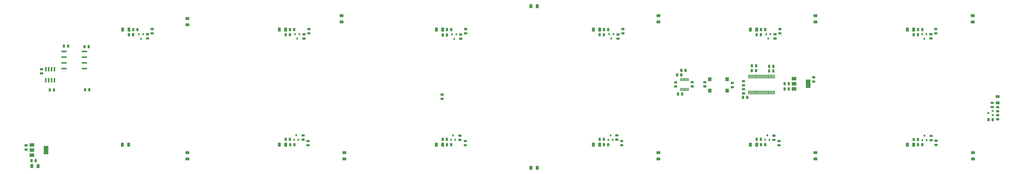
<source format=gbr>
G04 #@! TF.GenerationSoftware,KiCad,Pcbnew,(5.1.5)-3*
G04 #@! TF.CreationDate,2020-07-05T20:42:39-04:00*
G04 #@! TF.ProjectId,Slave Board,536c6176-6520-4426-9f61-72642e6b6963,rev?*
G04 #@! TF.SameCoordinates,Original*
G04 #@! TF.FileFunction,Paste,Top*
G04 #@! TF.FilePolarity,Positive*
%FSLAX46Y46*%
G04 Gerber Fmt 4.6, Leading zero omitted, Abs format (unit mm)*
G04 Created by KiCad (PCBNEW (5.1.5)-3) date 2020-07-05 20:42:39*
%MOMM*%
%LPD*%
G04 APERTURE LIST*
%ADD10C,0.100000*%
%ADD11R,0.300000X1.425000*%
%ADD12R,0.300000X1.800000*%
%ADD13R,2.000000X1.500000*%
%ADD14R,2.000000X3.800000*%
%ADD15R,0.900000X0.800000*%
%ADD16R,0.800000X0.900000*%
%ADD17R,1.585000X1.780000*%
G04 APERTURE END LIST*
D10*
G36*
X262227142Y-218969674D02*
G01*
X262250803Y-218973184D01*
X262274007Y-218978996D01*
X262296529Y-218987054D01*
X262318153Y-218997282D01*
X262338670Y-219009579D01*
X262357883Y-219023829D01*
X262375607Y-219039893D01*
X262391671Y-219057617D01*
X262405921Y-219076830D01*
X262418218Y-219097347D01*
X262428446Y-219118971D01*
X262436504Y-219141493D01*
X262442316Y-219164697D01*
X262445826Y-219188358D01*
X262447000Y-219212250D01*
X262447000Y-219699750D01*
X262445826Y-219723642D01*
X262442316Y-219747303D01*
X262436504Y-219770507D01*
X262428446Y-219793029D01*
X262418218Y-219814653D01*
X262405921Y-219835170D01*
X262391671Y-219854383D01*
X262375607Y-219872107D01*
X262357883Y-219888171D01*
X262338670Y-219902421D01*
X262318153Y-219914718D01*
X262296529Y-219924946D01*
X262274007Y-219933004D01*
X262250803Y-219938816D01*
X262227142Y-219942326D01*
X262203250Y-219943500D01*
X261290750Y-219943500D01*
X261266858Y-219942326D01*
X261243197Y-219938816D01*
X261219993Y-219933004D01*
X261197471Y-219924946D01*
X261175847Y-219914718D01*
X261155330Y-219902421D01*
X261136117Y-219888171D01*
X261118393Y-219872107D01*
X261102329Y-219854383D01*
X261088079Y-219835170D01*
X261075782Y-219814653D01*
X261065554Y-219793029D01*
X261057496Y-219770507D01*
X261051684Y-219747303D01*
X261048174Y-219723642D01*
X261047000Y-219699750D01*
X261047000Y-219212250D01*
X261048174Y-219188358D01*
X261051684Y-219164697D01*
X261057496Y-219141493D01*
X261065554Y-219118971D01*
X261075782Y-219097347D01*
X261088079Y-219076830D01*
X261102329Y-219057617D01*
X261118393Y-219039893D01*
X261136117Y-219023829D01*
X261155330Y-219009579D01*
X261175847Y-218997282D01*
X261197471Y-218987054D01*
X261219993Y-218978996D01*
X261243197Y-218973184D01*
X261266858Y-218969674D01*
X261290750Y-218968500D01*
X262203250Y-218968500D01*
X262227142Y-218969674D01*
G37*
G36*
X262227142Y-217094674D02*
G01*
X262250803Y-217098184D01*
X262274007Y-217103996D01*
X262296529Y-217112054D01*
X262318153Y-217122282D01*
X262338670Y-217134579D01*
X262357883Y-217148829D01*
X262375607Y-217164893D01*
X262391671Y-217182617D01*
X262405921Y-217201830D01*
X262418218Y-217222347D01*
X262428446Y-217243971D01*
X262436504Y-217266493D01*
X262442316Y-217289697D01*
X262445826Y-217313358D01*
X262447000Y-217337250D01*
X262447000Y-217824750D01*
X262445826Y-217848642D01*
X262442316Y-217872303D01*
X262436504Y-217895507D01*
X262428446Y-217918029D01*
X262418218Y-217939653D01*
X262405921Y-217960170D01*
X262391671Y-217979383D01*
X262375607Y-217997107D01*
X262357883Y-218013171D01*
X262338670Y-218027421D01*
X262318153Y-218039718D01*
X262296529Y-218049946D01*
X262274007Y-218058004D01*
X262250803Y-218063816D01*
X262227142Y-218067326D01*
X262203250Y-218068500D01*
X261290750Y-218068500D01*
X261266858Y-218067326D01*
X261243197Y-218063816D01*
X261219993Y-218058004D01*
X261197471Y-218049946D01*
X261175847Y-218039718D01*
X261155330Y-218027421D01*
X261136117Y-218013171D01*
X261118393Y-217997107D01*
X261102329Y-217979383D01*
X261088079Y-217960170D01*
X261075782Y-217939653D01*
X261065554Y-217918029D01*
X261057496Y-217895507D01*
X261051684Y-217872303D01*
X261048174Y-217848642D01*
X261047000Y-217824750D01*
X261047000Y-217337250D01*
X261048174Y-217313358D01*
X261051684Y-217289697D01*
X261057496Y-217266493D01*
X261065554Y-217243971D01*
X261075782Y-217222347D01*
X261088079Y-217201830D01*
X261102329Y-217182617D01*
X261118393Y-217164893D01*
X261136117Y-217148829D01*
X261155330Y-217134579D01*
X261175847Y-217122282D01*
X261197471Y-217112054D01*
X261219993Y-217103996D01*
X261243197Y-217098184D01*
X261266858Y-217094674D01*
X261290750Y-217093500D01*
X262203250Y-217093500D01*
X262227142Y-217094674D01*
G37*
G36*
X373098142Y-211555174D02*
G01*
X373121803Y-211558684D01*
X373145007Y-211564496D01*
X373167529Y-211572554D01*
X373189153Y-211582782D01*
X373209670Y-211595079D01*
X373228883Y-211609329D01*
X373246607Y-211625393D01*
X373262671Y-211643117D01*
X373276921Y-211662330D01*
X373289218Y-211682847D01*
X373299446Y-211704471D01*
X373307504Y-211726993D01*
X373313316Y-211750197D01*
X373316826Y-211773858D01*
X373318000Y-211797750D01*
X373318000Y-212285250D01*
X373316826Y-212309142D01*
X373313316Y-212332803D01*
X373307504Y-212356007D01*
X373299446Y-212378529D01*
X373289218Y-212400153D01*
X373276921Y-212420670D01*
X373262671Y-212439883D01*
X373246607Y-212457607D01*
X373228883Y-212473671D01*
X373209670Y-212487921D01*
X373189153Y-212500218D01*
X373167529Y-212510446D01*
X373145007Y-212518504D01*
X373121803Y-212524316D01*
X373098142Y-212527826D01*
X373074250Y-212529000D01*
X372161750Y-212529000D01*
X372137858Y-212527826D01*
X372114197Y-212524316D01*
X372090993Y-212518504D01*
X372068471Y-212510446D01*
X372046847Y-212500218D01*
X372026330Y-212487921D01*
X372007117Y-212473671D01*
X371989393Y-212457607D01*
X371973329Y-212439883D01*
X371959079Y-212420670D01*
X371946782Y-212400153D01*
X371936554Y-212378529D01*
X371928496Y-212356007D01*
X371922684Y-212332803D01*
X371919174Y-212309142D01*
X371918000Y-212285250D01*
X371918000Y-211797750D01*
X371919174Y-211773858D01*
X371922684Y-211750197D01*
X371928496Y-211726993D01*
X371936554Y-211704471D01*
X371946782Y-211682847D01*
X371959079Y-211662330D01*
X371973329Y-211643117D01*
X371989393Y-211625393D01*
X372007117Y-211609329D01*
X372026330Y-211595079D01*
X372046847Y-211582782D01*
X372068471Y-211572554D01*
X372090993Y-211564496D01*
X372114197Y-211558684D01*
X372137858Y-211555174D01*
X372161750Y-211554000D01*
X373074250Y-211554000D01*
X373098142Y-211555174D01*
G37*
G36*
X373098142Y-213430174D02*
G01*
X373121803Y-213433684D01*
X373145007Y-213439496D01*
X373167529Y-213447554D01*
X373189153Y-213457782D01*
X373209670Y-213470079D01*
X373228883Y-213484329D01*
X373246607Y-213500393D01*
X373262671Y-213518117D01*
X373276921Y-213537330D01*
X373289218Y-213557847D01*
X373299446Y-213579471D01*
X373307504Y-213601993D01*
X373313316Y-213625197D01*
X373316826Y-213648858D01*
X373318000Y-213672750D01*
X373318000Y-214160250D01*
X373316826Y-214184142D01*
X373313316Y-214207803D01*
X373307504Y-214231007D01*
X373299446Y-214253529D01*
X373289218Y-214275153D01*
X373276921Y-214295670D01*
X373262671Y-214314883D01*
X373246607Y-214332607D01*
X373228883Y-214348671D01*
X373209670Y-214362921D01*
X373189153Y-214375218D01*
X373167529Y-214385446D01*
X373145007Y-214393504D01*
X373121803Y-214399316D01*
X373098142Y-214402826D01*
X373074250Y-214404000D01*
X372161750Y-214404000D01*
X372137858Y-214402826D01*
X372114197Y-214399316D01*
X372090993Y-214393504D01*
X372068471Y-214385446D01*
X372046847Y-214375218D01*
X372026330Y-214362921D01*
X372007117Y-214348671D01*
X371989393Y-214332607D01*
X371973329Y-214314883D01*
X371959079Y-214295670D01*
X371946782Y-214275153D01*
X371936554Y-214253529D01*
X371928496Y-214231007D01*
X371922684Y-214207803D01*
X371919174Y-214184142D01*
X371918000Y-214160250D01*
X371918000Y-213672750D01*
X371919174Y-213648858D01*
X371922684Y-213625197D01*
X371928496Y-213601993D01*
X371936554Y-213579471D01*
X371946782Y-213557847D01*
X371959079Y-213537330D01*
X371973329Y-213518117D01*
X371989393Y-213500393D01*
X372007117Y-213484329D01*
X372026330Y-213470079D01*
X372046847Y-213457782D01*
X372068471Y-213447554D01*
X372090993Y-213439496D01*
X372114197Y-213433684D01*
X372137858Y-213430174D01*
X372161750Y-213429000D01*
X373074250Y-213429000D01*
X373098142Y-213430174D01*
G37*
G36*
X413809642Y-214360674D02*
G01*
X413833303Y-214364184D01*
X413856507Y-214369996D01*
X413879029Y-214378054D01*
X413900653Y-214388282D01*
X413921170Y-214400579D01*
X413940383Y-214414829D01*
X413958107Y-214430893D01*
X413974171Y-214448617D01*
X413988421Y-214467830D01*
X414000718Y-214488347D01*
X414010946Y-214509971D01*
X414019004Y-214532493D01*
X414024816Y-214555697D01*
X414028326Y-214579358D01*
X414029500Y-214603250D01*
X414029500Y-215515750D01*
X414028326Y-215539642D01*
X414024816Y-215563303D01*
X414019004Y-215586507D01*
X414010946Y-215609029D01*
X414000718Y-215630653D01*
X413988421Y-215651170D01*
X413974171Y-215670383D01*
X413958107Y-215688107D01*
X413940383Y-215704171D01*
X413921170Y-215718421D01*
X413900653Y-215730718D01*
X413879029Y-215740946D01*
X413856507Y-215749004D01*
X413833303Y-215754816D01*
X413809642Y-215758326D01*
X413785750Y-215759500D01*
X413298250Y-215759500D01*
X413274358Y-215758326D01*
X413250697Y-215754816D01*
X413227493Y-215749004D01*
X413204971Y-215740946D01*
X413183347Y-215730718D01*
X413162830Y-215718421D01*
X413143617Y-215704171D01*
X413125893Y-215688107D01*
X413109829Y-215670383D01*
X413095579Y-215651170D01*
X413083282Y-215630653D01*
X413073054Y-215609029D01*
X413064996Y-215586507D01*
X413059184Y-215563303D01*
X413055674Y-215539642D01*
X413054500Y-215515750D01*
X413054500Y-214603250D01*
X413055674Y-214579358D01*
X413059184Y-214555697D01*
X413064996Y-214532493D01*
X413073054Y-214509971D01*
X413083282Y-214488347D01*
X413095579Y-214467830D01*
X413109829Y-214448617D01*
X413125893Y-214430893D01*
X413143617Y-214414829D01*
X413162830Y-214400579D01*
X413183347Y-214388282D01*
X413204971Y-214378054D01*
X413227493Y-214369996D01*
X413250697Y-214364184D01*
X413274358Y-214360674D01*
X413298250Y-214359500D01*
X413785750Y-214359500D01*
X413809642Y-214360674D01*
G37*
G36*
X415684642Y-214360674D02*
G01*
X415708303Y-214364184D01*
X415731507Y-214369996D01*
X415754029Y-214378054D01*
X415775653Y-214388282D01*
X415796170Y-214400579D01*
X415815383Y-214414829D01*
X415833107Y-214430893D01*
X415849171Y-214448617D01*
X415863421Y-214467830D01*
X415875718Y-214488347D01*
X415885946Y-214509971D01*
X415894004Y-214532493D01*
X415899816Y-214555697D01*
X415903326Y-214579358D01*
X415904500Y-214603250D01*
X415904500Y-215515750D01*
X415903326Y-215539642D01*
X415899816Y-215563303D01*
X415894004Y-215586507D01*
X415885946Y-215609029D01*
X415875718Y-215630653D01*
X415863421Y-215651170D01*
X415849171Y-215670383D01*
X415833107Y-215688107D01*
X415815383Y-215704171D01*
X415796170Y-215718421D01*
X415775653Y-215730718D01*
X415754029Y-215740946D01*
X415731507Y-215749004D01*
X415708303Y-215754816D01*
X415684642Y-215758326D01*
X415660750Y-215759500D01*
X415173250Y-215759500D01*
X415149358Y-215758326D01*
X415125697Y-215754816D01*
X415102493Y-215749004D01*
X415079971Y-215740946D01*
X415058347Y-215730718D01*
X415037830Y-215718421D01*
X415018617Y-215704171D01*
X415000893Y-215688107D01*
X414984829Y-215670383D01*
X414970579Y-215651170D01*
X414958282Y-215630653D01*
X414948054Y-215609029D01*
X414939996Y-215586507D01*
X414934184Y-215563303D01*
X414930674Y-215539642D01*
X414929500Y-215515750D01*
X414929500Y-214603250D01*
X414930674Y-214579358D01*
X414934184Y-214555697D01*
X414939996Y-214532493D01*
X414948054Y-214509971D01*
X414958282Y-214488347D01*
X414970579Y-214467830D01*
X414984829Y-214448617D01*
X415000893Y-214430893D01*
X415018617Y-214414829D01*
X415037830Y-214400579D01*
X415058347Y-214388282D01*
X415079971Y-214378054D01*
X415102493Y-214369996D01*
X415125697Y-214364184D01*
X415149358Y-214360674D01*
X415173250Y-214359500D01*
X415660750Y-214359500D01*
X415684642Y-214360674D01*
G37*
G36*
X415684642Y-212026174D02*
G01*
X415708303Y-212029684D01*
X415731507Y-212035496D01*
X415754029Y-212043554D01*
X415775653Y-212053782D01*
X415796170Y-212066079D01*
X415815383Y-212080329D01*
X415833107Y-212096393D01*
X415849171Y-212114117D01*
X415863421Y-212133330D01*
X415875718Y-212153847D01*
X415885946Y-212175471D01*
X415894004Y-212197993D01*
X415899816Y-212221197D01*
X415903326Y-212244858D01*
X415904500Y-212268750D01*
X415904500Y-213181250D01*
X415903326Y-213205142D01*
X415899816Y-213228803D01*
X415894004Y-213252007D01*
X415885946Y-213274529D01*
X415875718Y-213296153D01*
X415863421Y-213316670D01*
X415849171Y-213335883D01*
X415833107Y-213353607D01*
X415815383Y-213369671D01*
X415796170Y-213383921D01*
X415775653Y-213396218D01*
X415754029Y-213406446D01*
X415731507Y-213414504D01*
X415708303Y-213420316D01*
X415684642Y-213423826D01*
X415660750Y-213425000D01*
X415173250Y-213425000D01*
X415149358Y-213423826D01*
X415125697Y-213420316D01*
X415102493Y-213414504D01*
X415079971Y-213406446D01*
X415058347Y-213396218D01*
X415037830Y-213383921D01*
X415018617Y-213369671D01*
X415000893Y-213353607D01*
X414984829Y-213335883D01*
X414970579Y-213316670D01*
X414958282Y-213296153D01*
X414948054Y-213274529D01*
X414939996Y-213252007D01*
X414934184Y-213228803D01*
X414930674Y-213205142D01*
X414929500Y-213181250D01*
X414929500Y-212268750D01*
X414930674Y-212244858D01*
X414934184Y-212221197D01*
X414939996Y-212197993D01*
X414948054Y-212175471D01*
X414958282Y-212153847D01*
X414970579Y-212133330D01*
X414984829Y-212114117D01*
X415000893Y-212096393D01*
X415018617Y-212080329D01*
X415037830Y-212066079D01*
X415058347Y-212053782D01*
X415079971Y-212043554D01*
X415102493Y-212035496D01*
X415125697Y-212029684D01*
X415149358Y-212026174D01*
X415173250Y-212025000D01*
X415660750Y-212025000D01*
X415684642Y-212026174D01*
G37*
G36*
X413809642Y-212026174D02*
G01*
X413833303Y-212029684D01*
X413856507Y-212035496D01*
X413879029Y-212043554D01*
X413900653Y-212053782D01*
X413921170Y-212066079D01*
X413940383Y-212080329D01*
X413958107Y-212096393D01*
X413974171Y-212114117D01*
X413988421Y-212133330D01*
X414000718Y-212153847D01*
X414010946Y-212175471D01*
X414019004Y-212197993D01*
X414024816Y-212221197D01*
X414028326Y-212244858D01*
X414029500Y-212268750D01*
X414029500Y-213181250D01*
X414028326Y-213205142D01*
X414024816Y-213228803D01*
X414019004Y-213252007D01*
X414010946Y-213274529D01*
X414000718Y-213296153D01*
X413988421Y-213316670D01*
X413974171Y-213335883D01*
X413958107Y-213353607D01*
X413940383Y-213369671D01*
X413921170Y-213383921D01*
X413900653Y-213396218D01*
X413879029Y-213406446D01*
X413856507Y-213414504D01*
X413833303Y-213420316D01*
X413809642Y-213423826D01*
X413785750Y-213425000D01*
X413298250Y-213425000D01*
X413274358Y-213423826D01*
X413250697Y-213420316D01*
X413227493Y-213414504D01*
X413204971Y-213406446D01*
X413183347Y-213396218D01*
X413162830Y-213383921D01*
X413143617Y-213369671D01*
X413125893Y-213353607D01*
X413109829Y-213335883D01*
X413095579Y-213316670D01*
X413083282Y-213296153D01*
X413073054Y-213274529D01*
X413064996Y-213252007D01*
X413059184Y-213228803D01*
X413055674Y-213205142D01*
X413054500Y-213181250D01*
X413054500Y-212268750D01*
X413055674Y-212244858D01*
X413059184Y-212221197D01*
X413064996Y-212197993D01*
X413073054Y-212175471D01*
X413083282Y-212153847D01*
X413095579Y-212133330D01*
X413109829Y-212114117D01*
X413125893Y-212096393D01*
X413143617Y-212080329D01*
X413162830Y-212066079D01*
X413183347Y-212053782D01*
X413204971Y-212043554D01*
X413227493Y-212035496D01*
X413250697Y-212029684D01*
X413274358Y-212026174D01*
X413298250Y-212025000D01*
X413785750Y-212025000D01*
X413809642Y-212026174D01*
G37*
G36*
X408826642Y-204279174D02*
G01*
X408850303Y-204282684D01*
X408873507Y-204288496D01*
X408896029Y-204296554D01*
X408917653Y-204306782D01*
X408938170Y-204319079D01*
X408957383Y-204333329D01*
X408975107Y-204349393D01*
X408991171Y-204367117D01*
X409005421Y-204386330D01*
X409017718Y-204406847D01*
X409027946Y-204428471D01*
X409036004Y-204450993D01*
X409041816Y-204474197D01*
X409045326Y-204497858D01*
X409046500Y-204521750D01*
X409046500Y-205434250D01*
X409045326Y-205458142D01*
X409041816Y-205481803D01*
X409036004Y-205505007D01*
X409027946Y-205527529D01*
X409017718Y-205549153D01*
X409005421Y-205569670D01*
X408991171Y-205588883D01*
X408975107Y-205606607D01*
X408957383Y-205622671D01*
X408938170Y-205636921D01*
X408917653Y-205649218D01*
X408896029Y-205659446D01*
X408873507Y-205667504D01*
X408850303Y-205673316D01*
X408826642Y-205676826D01*
X408802750Y-205678000D01*
X408315250Y-205678000D01*
X408291358Y-205676826D01*
X408267697Y-205673316D01*
X408244493Y-205667504D01*
X408221971Y-205659446D01*
X408200347Y-205649218D01*
X408179830Y-205636921D01*
X408160617Y-205622671D01*
X408142893Y-205606607D01*
X408126829Y-205588883D01*
X408112579Y-205569670D01*
X408100282Y-205549153D01*
X408090054Y-205527529D01*
X408081996Y-205505007D01*
X408076184Y-205481803D01*
X408072674Y-205458142D01*
X408071500Y-205434250D01*
X408071500Y-204521750D01*
X408072674Y-204497858D01*
X408076184Y-204474197D01*
X408081996Y-204450993D01*
X408090054Y-204428471D01*
X408100282Y-204406847D01*
X408112579Y-204386330D01*
X408126829Y-204367117D01*
X408142893Y-204349393D01*
X408160617Y-204333329D01*
X408179830Y-204319079D01*
X408200347Y-204306782D01*
X408221971Y-204296554D01*
X408244493Y-204288496D01*
X408267697Y-204282684D01*
X408291358Y-204279174D01*
X408315250Y-204278000D01*
X408802750Y-204278000D01*
X408826642Y-204279174D01*
G37*
G36*
X406951642Y-204279174D02*
G01*
X406975303Y-204282684D01*
X406998507Y-204288496D01*
X407021029Y-204296554D01*
X407042653Y-204306782D01*
X407063170Y-204319079D01*
X407082383Y-204333329D01*
X407100107Y-204349393D01*
X407116171Y-204367117D01*
X407130421Y-204386330D01*
X407142718Y-204406847D01*
X407152946Y-204428471D01*
X407161004Y-204450993D01*
X407166816Y-204474197D01*
X407170326Y-204497858D01*
X407171500Y-204521750D01*
X407171500Y-205434250D01*
X407170326Y-205458142D01*
X407166816Y-205481803D01*
X407161004Y-205505007D01*
X407152946Y-205527529D01*
X407142718Y-205549153D01*
X407130421Y-205569670D01*
X407116171Y-205588883D01*
X407100107Y-205606607D01*
X407082383Y-205622671D01*
X407063170Y-205636921D01*
X407042653Y-205649218D01*
X407021029Y-205659446D01*
X406998507Y-205667504D01*
X406975303Y-205673316D01*
X406951642Y-205676826D01*
X406927750Y-205678000D01*
X406440250Y-205678000D01*
X406416358Y-205676826D01*
X406392697Y-205673316D01*
X406369493Y-205667504D01*
X406346971Y-205659446D01*
X406325347Y-205649218D01*
X406304830Y-205636921D01*
X406285617Y-205622671D01*
X406267893Y-205606607D01*
X406251829Y-205588883D01*
X406237579Y-205569670D01*
X406225282Y-205549153D01*
X406215054Y-205527529D01*
X406206996Y-205505007D01*
X406201184Y-205481803D01*
X406197674Y-205458142D01*
X406196500Y-205434250D01*
X406196500Y-204521750D01*
X406197674Y-204497858D01*
X406201184Y-204474197D01*
X406206996Y-204450993D01*
X406215054Y-204428471D01*
X406225282Y-204406847D01*
X406237579Y-204386330D01*
X406251829Y-204367117D01*
X406267893Y-204349393D01*
X406285617Y-204333329D01*
X406304830Y-204319079D01*
X406325347Y-204306782D01*
X406346971Y-204296554D01*
X406369493Y-204288496D01*
X406392697Y-204282684D01*
X406416358Y-204279174D01*
X406440250Y-204278000D01*
X406927750Y-204278000D01*
X406951642Y-204279174D01*
G37*
G36*
X406951642Y-206311174D02*
G01*
X406975303Y-206314684D01*
X406998507Y-206320496D01*
X407021029Y-206328554D01*
X407042653Y-206338782D01*
X407063170Y-206351079D01*
X407082383Y-206365329D01*
X407100107Y-206381393D01*
X407116171Y-206399117D01*
X407130421Y-206418330D01*
X407142718Y-206438847D01*
X407152946Y-206460471D01*
X407161004Y-206482993D01*
X407166816Y-206506197D01*
X407170326Y-206529858D01*
X407171500Y-206553750D01*
X407171500Y-207466250D01*
X407170326Y-207490142D01*
X407166816Y-207513803D01*
X407161004Y-207537007D01*
X407152946Y-207559529D01*
X407142718Y-207581153D01*
X407130421Y-207601670D01*
X407116171Y-207620883D01*
X407100107Y-207638607D01*
X407082383Y-207654671D01*
X407063170Y-207668921D01*
X407042653Y-207681218D01*
X407021029Y-207691446D01*
X406998507Y-207699504D01*
X406975303Y-207705316D01*
X406951642Y-207708826D01*
X406927750Y-207710000D01*
X406440250Y-207710000D01*
X406416358Y-207708826D01*
X406392697Y-207705316D01*
X406369493Y-207699504D01*
X406346971Y-207691446D01*
X406325347Y-207681218D01*
X406304830Y-207668921D01*
X406285617Y-207654671D01*
X406267893Y-207638607D01*
X406251829Y-207620883D01*
X406237579Y-207601670D01*
X406225282Y-207581153D01*
X406215054Y-207559529D01*
X406206996Y-207537007D01*
X406201184Y-207513803D01*
X406197674Y-207490142D01*
X406196500Y-207466250D01*
X406196500Y-206553750D01*
X406197674Y-206529858D01*
X406201184Y-206506197D01*
X406206996Y-206482993D01*
X406215054Y-206460471D01*
X406225282Y-206438847D01*
X406237579Y-206418330D01*
X406251829Y-206399117D01*
X406267893Y-206381393D01*
X406285617Y-206365329D01*
X406304830Y-206351079D01*
X406325347Y-206338782D01*
X406346971Y-206328554D01*
X406369493Y-206320496D01*
X406392697Y-206314684D01*
X406416358Y-206311174D01*
X406440250Y-206310000D01*
X406927750Y-206310000D01*
X406951642Y-206311174D01*
G37*
G36*
X408826642Y-206311174D02*
G01*
X408850303Y-206314684D01*
X408873507Y-206320496D01*
X408896029Y-206328554D01*
X408917653Y-206338782D01*
X408938170Y-206351079D01*
X408957383Y-206365329D01*
X408975107Y-206381393D01*
X408991171Y-206399117D01*
X409005421Y-206418330D01*
X409017718Y-206438847D01*
X409027946Y-206460471D01*
X409036004Y-206482993D01*
X409041816Y-206506197D01*
X409045326Y-206529858D01*
X409046500Y-206553750D01*
X409046500Y-207466250D01*
X409045326Y-207490142D01*
X409041816Y-207513803D01*
X409036004Y-207537007D01*
X409027946Y-207559529D01*
X409017718Y-207581153D01*
X409005421Y-207601670D01*
X408991171Y-207620883D01*
X408975107Y-207638607D01*
X408957383Y-207654671D01*
X408938170Y-207668921D01*
X408917653Y-207681218D01*
X408896029Y-207691446D01*
X408873507Y-207699504D01*
X408850303Y-207705316D01*
X408826642Y-207708826D01*
X408802750Y-207710000D01*
X408315250Y-207710000D01*
X408291358Y-207708826D01*
X408267697Y-207705316D01*
X408244493Y-207699504D01*
X408221971Y-207691446D01*
X408200347Y-207681218D01*
X408179830Y-207668921D01*
X408160617Y-207654671D01*
X408142893Y-207638607D01*
X408126829Y-207620883D01*
X408112579Y-207601670D01*
X408100282Y-207581153D01*
X408090054Y-207559529D01*
X408081996Y-207537007D01*
X408076184Y-207513803D01*
X408072674Y-207490142D01*
X408071500Y-207466250D01*
X408071500Y-206553750D01*
X408072674Y-206529858D01*
X408076184Y-206506197D01*
X408081996Y-206482993D01*
X408090054Y-206460471D01*
X408100282Y-206438847D01*
X408112579Y-206418330D01*
X408126829Y-206399117D01*
X408142893Y-206381393D01*
X408160617Y-206365329D01*
X408179830Y-206351079D01*
X408200347Y-206338782D01*
X408221971Y-206328554D01*
X408244493Y-206320496D01*
X408267697Y-206314684D01*
X408291358Y-206311174D01*
X408315250Y-206310000D01*
X408802750Y-206310000D01*
X408826642Y-206311174D01*
G37*
G36*
X365732142Y-213478674D02*
G01*
X365755803Y-213482184D01*
X365779007Y-213487996D01*
X365801529Y-213496054D01*
X365823153Y-213506282D01*
X365843670Y-213518579D01*
X365862883Y-213532829D01*
X365880607Y-213548893D01*
X365896671Y-213566617D01*
X365910921Y-213585830D01*
X365923218Y-213606347D01*
X365933446Y-213627971D01*
X365941504Y-213650493D01*
X365947316Y-213673697D01*
X365950826Y-213697358D01*
X365952000Y-213721250D01*
X365952000Y-214208750D01*
X365950826Y-214232642D01*
X365947316Y-214256303D01*
X365941504Y-214279507D01*
X365933446Y-214302029D01*
X365923218Y-214323653D01*
X365910921Y-214344170D01*
X365896671Y-214363383D01*
X365880607Y-214381107D01*
X365862883Y-214397171D01*
X365843670Y-214411421D01*
X365823153Y-214423718D01*
X365801529Y-214433946D01*
X365779007Y-214442004D01*
X365755803Y-214447816D01*
X365732142Y-214451326D01*
X365708250Y-214452500D01*
X364795750Y-214452500D01*
X364771858Y-214451326D01*
X364748197Y-214447816D01*
X364724993Y-214442004D01*
X364702471Y-214433946D01*
X364680847Y-214423718D01*
X364660330Y-214411421D01*
X364641117Y-214397171D01*
X364623393Y-214381107D01*
X364607329Y-214363383D01*
X364593079Y-214344170D01*
X364580782Y-214323653D01*
X364570554Y-214302029D01*
X364562496Y-214279507D01*
X364556684Y-214256303D01*
X364553174Y-214232642D01*
X364552000Y-214208750D01*
X364552000Y-213721250D01*
X364553174Y-213697358D01*
X364556684Y-213673697D01*
X364562496Y-213650493D01*
X364570554Y-213627971D01*
X364580782Y-213606347D01*
X364593079Y-213585830D01*
X364607329Y-213566617D01*
X364623393Y-213548893D01*
X364641117Y-213532829D01*
X364660330Y-213518579D01*
X364680847Y-213506282D01*
X364702471Y-213496054D01*
X364724993Y-213487996D01*
X364748197Y-213482184D01*
X364771858Y-213478674D01*
X364795750Y-213477500D01*
X365708250Y-213477500D01*
X365732142Y-213478674D01*
G37*
G36*
X365732142Y-211603674D02*
G01*
X365755803Y-211607184D01*
X365779007Y-211612996D01*
X365801529Y-211621054D01*
X365823153Y-211631282D01*
X365843670Y-211643579D01*
X365862883Y-211657829D01*
X365880607Y-211673893D01*
X365896671Y-211691617D01*
X365910921Y-211710830D01*
X365923218Y-211731347D01*
X365933446Y-211752971D01*
X365941504Y-211775493D01*
X365947316Y-211798697D01*
X365950826Y-211822358D01*
X365952000Y-211846250D01*
X365952000Y-212333750D01*
X365950826Y-212357642D01*
X365947316Y-212381303D01*
X365941504Y-212404507D01*
X365933446Y-212427029D01*
X365923218Y-212448653D01*
X365910921Y-212469170D01*
X365896671Y-212488383D01*
X365880607Y-212506107D01*
X365862883Y-212522171D01*
X365843670Y-212536421D01*
X365823153Y-212548718D01*
X365801529Y-212558946D01*
X365779007Y-212567004D01*
X365755803Y-212572816D01*
X365732142Y-212576326D01*
X365708250Y-212577500D01*
X364795750Y-212577500D01*
X364771858Y-212576326D01*
X364748197Y-212572816D01*
X364724993Y-212567004D01*
X364702471Y-212558946D01*
X364680847Y-212548718D01*
X364660330Y-212536421D01*
X364641117Y-212522171D01*
X364623393Y-212506107D01*
X364607329Y-212488383D01*
X364593079Y-212469170D01*
X364580782Y-212448653D01*
X364570554Y-212427029D01*
X364562496Y-212404507D01*
X364556684Y-212381303D01*
X364553174Y-212357642D01*
X364552000Y-212333750D01*
X364552000Y-211846250D01*
X364553174Y-211822358D01*
X364556684Y-211798697D01*
X364562496Y-211775493D01*
X364570554Y-211752971D01*
X364580782Y-211731347D01*
X364593079Y-211710830D01*
X364607329Y-211691617D01*
X364623393Y-211673893D01*
X364641117Y-211657829D01*
X364660330Y-211643579D01*
X364680847Y-211631282D01*
X364702471Y-211621054D01*
X364724993Y-211612996D01*
X364748197Y-211607184D01*
X364771858Y-211603674D01*
X364795750Y-211602500D01*
X365708250Y-211602500D01*
X365732142Y-211603674D01*
G37*
G36*
X80023642Y-246316174D02*
G01*
X80047303Y-246319684D01*
X80070507Y-246325496D01*
X80093029Y-246333554D01*
X80114653Y-246343782D01*
X80135170Y-246356079D01*
X80154383Y-246370329D01*
X80172107Y-246386393D01*
X80188171Y-246404117D01*
X80202421Y-246423330D01*
X80214718Y-246443847D01*
X80224946Y-246465471D01*
X80233004Y-246487993D01*
X80238816Y-246511197D01*
X80242326Y-246534858D01*
X80243500Y-246558750D01*
X80243500Y-247471250D01*
X80242326Y-247495142D01*
X80238816Y-247518803D01*
X80233004Y-247542007D01*
X80224946Y-247564529D01*
X80214718Y-247586153D01*
X80202421Y-247606670D01*
X80188171Y-247625883D01*
X80172107Y-247643607D01*
X80154383Y-247659671D01*
X80135170Y-247673921D01*
X80114653Y-247686218D01*
X80093029Y-247696446D01*
X80070507Y-247704504D01*
X80047303Y-247710316D01*
X80023642Y-247713826D01*
X79999750Y-247715000D01*
X79512250Y-247715000D01*
X79488358Y-247713826D01*
X79464697Y-247710316D01*
X79441493Y-247704504D01*
X79418971Y-247696446D01*
X79397347Y-247686218D01*
X79376830Y-247673921D01*
X79357617Y-247659671D01*
X79339893Y-247643607D01*
X79323829Y-247625883D01*
X79309579Y-247606670D01*
X79297282Y-247586153D01*
X79287054Y-247564529D01*
X79278996Y-247542007D01*
X79273184Y-247518803D01*
X79269674Y-247495142D01*
X79268500Y-247471250D01*
X79268500Y-246558750D01*
X79269674Y-246534858D01*
X79273184Y-246511197D01*
X79278996Y-246487993D01*
X79287054Y-246465471D01*
X79297282Y-246443847D01*
X79309579Y-246423330D01*
X79323829Y-246404117D01*
X79339893Y-246386393D01*
X79357617Y-246370329D01*
X79376830Y-246356079D01*
X79397347Y-246343782D01*
X79418971Y-246333554D01*
X79441493Y-246325496D01*
X79464697Y-246319684D01*
X79488358Y-246316174D01*
X79512250Y-246315000D01*
X79999750Y-246315000D01*
X80023642Y-246316174D01*
G37*
G36*
X81898642Y-246316174D02*
G01*
X81922303Y-246319684D01*
X81945507Y-246325496D01*
X81968029Y-246333554D01*
X81989653Y-246343782D01*
X82010170Y-246356079D01*
X82029383Y-246370329D01*
X82047107Y-246386393D01*
X82063171Y-246404117D01*
X82077421Y-246423330D01*
X82089718Y-246443847D01*
X82099946Y-246465471D01*
X82108004Y-246487993D01*
X82113816Y-246511197D01*
X82117326Y-246534858D01*
X82118500Y-246558750D01*
X82118500Y-247471250D01*
X82117326Y-247495142D01*
X82113816Y-247518803D01*
X82108004Y-247542007D01*
X82099946Y-247564529D01*
X82089718Y-247586153D01*
X82077421Y-247606670D01*
X82063171Y-247625883D01*
X82047107Y-247643607D01*
X82029383Y-247659671D01*
X82010170Y-247673921D01*
X81989653Y-247686218D01*
X81968029Y-247696446D01*
X81945507Y-247704504D01*
X81922303Y-247710316D01*
X81898642Y-247713826D01*
X81874750Y-247715000D01*
X81387250Y-247715000D01*
X81363358Y-247713826D01*
X81339697Y-247710316D01*
X81316493Y-247704504D01*
X81293971Y-247696446D01*
X81272347Y-247686218D01*
X81251830Y-247673921D01*
X81232617Y-247659671D01*
X81214893Y-247643607D01*
X81198829Y-247625883D01*
X81184579Y-247606670D01*
X81172282Y-247586153D01*
X81162054Y-247564529D01*
X81153996Y-247542007D01*
X81148184Y-247518803D01*
X81144674Y-247495142D01*
X81143500Y-247471250D01*
X81143500Y-246558750D01*
X81144674Y-246534858D01*
X81148184Y-246511197D01*
X81153996Y-246487993D01*
X81162054Y-246465471D01*
X81172282Y-246443847D01*
X81184579Y-246423330D01*
X81198829Y-246404117D01*
X81214893Y-246386393D01*
X81232617Y-246370329D01*
X81251830Y-246356079D01*
X81272347Y-246343782D01*
X81293971Y-246333554D01*
X81316493Y-246325496D01*
X81339697Y-246319684D01*
X81363358Y-246316174D01*
X81387250Y-246315000D01*
X81874750Y-246315000D01*
X81898642Y-246316174D01*
G37*
G36*
X77823142Y-239700674D02*
G01*
X77846803Y-239704184D01*
X77870007Y-239709996D01*
X77892529Y-239718054D01*
X77914153Y-239728282D01*
X77934670Y-239740579D01*
X77953883Y-239754829D01*
X77971607Y-239770893D01*
X77987671Y-239788617D01*
X78001921Y-239807830D01*
X78014218Y-239828347D01*
X78024446Y-239849971D01*
X78032504Y-239872493D01*
X78038316Y-239895697D01*
X78041826Y-239919358D01*
X78043000Y-239943250D01*
X78043000Y-240430750D01*
X78041826Y-240454642D01*
X78038316Y-240478303D01*
X78032504Y-240501507D01*
X78024446Y-240524029D01*
X78014218Y-240545653D01*
X78001921Y-240566170D01*
X77987671Y-240585383D01*
X77971607Y-240603107D01*
X77953883Y-240619171D01*
X77934670Y-240633421D01*
X77914153Y-240645718D01*
X77892529Y-240655946D01*
X77870007Y-240664004D01*
X77846803Y-240669816D01*
X77823142Y-240673326D01*
X77799250Y-240674500D01*
X76886750Y-240674500D01*
X76862858Y-240673326D01*
X76839197Y-240669816D01*
X76815993Y-240664004D01*
X76793471Y-240655946D01*
X76771847Y-240645718D01*
X76751330Y-240633421D01*
X76732117Y-240619171D01*
X76714393Y-240603107D01*
X76698329Y-240585383D01*
X76684079Y-240566170D01*
X76671782Y-240545653D01*
X76661554Y-240524029D01*
X76653496Y-240501507D01*
X76647684Y-240478303D01*
X76644174Y-240454642D01*
X76643000Y-240430750D01*
X76643000Y-239943250D01*
X76644174Y-239919358D01*
X76647684Y-239895697D01*
X76653496Y-239872493D01*
X76661554Y-239849971D01*
X76671782Y-239828347D01*
X76684079Y-239807830D01*
X76698329Y-239788617D01*
X76714393Y-239770893D01*
X76732117Y-239754829D01*
X76751330Y-239740579D01*
X76771847Y-239728282D01*
X76793471Y-239718054D01*
X76815993Y-239709996D01*
X76839197Y-239704184D01*
X76862858Y-239700674D01*
X76886750Y-239699500D01*
X77799250Y-239699500D01*
X77823142Y-239700674D01*
G37*
G36*
X77823142Y-241575674D02*
G01*
X77846803Y-241579184D01*
X77870007Y-241584996D01*
X77892529Y-241593054D01*
X77914153Y-241603282D01*
X77934670Y-241615579D01*
X77953883Y-241629829D01*
X77971607Y-241645893D01*
X77987671Y-241663617D01*
X78001921Y-241682830D01*
X78014218Y-241703347D01*
X78024446Y-241724971D01*
X78032504Y-241747493D01*
X78038316Y-241770697D01*
X78041826Y-241794358D01*
X78043000Y-241818250D01*
X78043000Y-242305750D01*
X78041826Y-242329642D01*
X78038316Y-242353303D01*
X78032504Y-242376507D01*
X78024446Y-242399029D01*
X78014218Y-242420653D01*
X78001921Y-242441170D01*
X77987671Y-242460383D01*
X77971607Y-242478107D01*
X77953883Y-242494171D01*
X77934670Y-242508421D01*
X77914153Y-242520718D01*
X77892529Y-242530946D01*
X77870007Y-242539004D01*
X77846803Y-242544816D01*
X77823142Y-242548326D01*
X77799250Y-242549500D01*
X76886750Y-242549500D01*
X76862858Y-242548326D01*
X76839197Y-242544816D01*
X76815993Y-242539004D01*
X76793471Y-242530946D01*
X76771847Y-242520718D01*
X76751330Y-242508421D01*
X76732117Y-242494171D01*
X76714393Y-242478107D01*
X76698329Y-242460383D01*
X76684079Y-242441170D01*
X76671782Y-242420653D01*
X76661554Y-242399029D01*
X76653496Y-242376507D01*
X76647684Y-242353303D01*
X76644174Y-242329642D01*
X76643000Y-242305750D01*
X76643000Y-241818250D01*
X76644174Y-241794358D01*
X76647684Y-241770697D01*
X76653496Y-241747493D01*
X76661554Y-241724971D01*
X76671782Y-241703347D01*
X76684079Y-241682830D01*
X76698329Y-241663617D01*
X76714393Y-241645893D01*
X76732117Y-241629829D01*
X76751330Y-241615579D01*
X76771847Y-241603282D01*
X76793471Y-241593054D01*
X76815993Y-241584996D01*
X76839197Y-241579184D01*
X76862858Y-241575674D01*
X76886750Y-241574500D01*
X77799250Y-241574500D01*
X77823142Y-241575674D01*
G37*
G36*
X395831142Y-211095674D02*
G01*
X395854803Y-211099184D01*
X395878007Y-211104996D01*
X395900529Y-211113054D01*
X395922153Y-211123282D01*
X395942670Y-211135579D01*
X395961883Y-211149829D01*
X395979607Y-211165893D01*
X395995671Y-211183617D01*
X396009921Y-211202830D01*
X396022218Y-211223347D01*
X396032446Y-211244971D01*
X396040504Y-211267493D01*
X396046316Y-211290697D01*
X396049826Y-211314358D01*
X396051000Y-211338250D01*
X396051000Y-211825750D01*
X396049826Y-211849642D01*
X396046316Y-211873303D01*
X396040504Y-211896507D01*
X396032446Y-211919029D01*
X396022218Y-211940653D01*
X396009921Y-211961170D01*
X395995671Y-211980383D01*
X395979607Y-211998107D01*
X395961883Y-212014171D01*
X395942670Y-212028421D01*
X395922153Y-212040718D01*
X395900529Y-212050946D01*
X395878007Y-212059004D01*
X395854803Y-212064816D01*
X395831142Y-212068326D01*
X395807250Y-212069500D01*
X394894750Y-212069500D01*
X394870858Y-212068326D01*
X394847197Y-212064816D01*
X394823993Y-212059004D01*
X394801471Y-212050946D01*
X394779847Y-212040718D01*
X394759330Y-212028421D01*
X394740117Y-212014171D01*
X394722393Y-211998107D01*
X394706329Y-211980383D01*
X394692079Y-211961170D01*
X394679782Y-211940653D01*
X394669554Y-211919029D01*
X394661496Y-211896507D01*
X394655684Y-211873303D01*
X394652174Y-211849642D01*
X394651000Y-211825750D01*
X394651000Y-211338250D01*
X394652174Y-211314358D01*
X394655684Y-211290697D01*
X394661496Y-211267493D01*
X394669554Y-211244971D01*
X394679782Y-211223347D01*
X394692079Y-211202830D01*
X394706329Y-211183617D01*
X394722393Y-211165893D01*
X394740117Y-211149829D01*
X394759330Y-211135579D01*
X394779847Y-211123282D01*
X394801471Y-211113054D01*
X394823993Y-211104996D01*
X394847197Y-211099184D01*
X394870858Y-211095674D01*
X394894750Y-211094500D01*
X395807250Y-211094500D01*
X395831142Y-211095674D01*
G37*
G36*
X395831142Y-212970674D02*
G01*
X395854803Y-212974184D01*
X395878007Y-212979996D01*
X395900529Y-212988054D01*
X395922153Y-212998282D01*
X395942670Y-213010579D01*
X395961883Y-213024829D01*
X395979607Y-213040893D01*
X395995671Y-213058617D01*
X396009921Y-213077830D01*
X396022218Y-213098347D01*
X396032446Y-213119971D01*
X396040504Y-213142493D01*
X396046316Y-213165697D01*
X396049826Y-213189358D01*
X396051000Y-213213250D01*
X396051000Y-213700750D01*
X396049826Y-213724642D01*
X396046316Y-213748303D01*
X396040504Y-213771507D01*
X396032446Y-213794029D01*
X396022218Y-213815653D01*
X396009921Y-213836170D01*
X395995671Y-213855383D01*
X395979607Y-213873107D01*
X395961883Y-213889171D01*
X395942670Y-213903421D01*
X395922153Y-213915718D01*
X395900529Y-213925946D01*
X395878007Y-213934004D01*
X395854803Y-213939816D01*
X395831142Y-213943326D01*
X395807250Y-213944500D01*
X394894750Y-213944500D01*
X394870858Y-213943326D01*
X394847197Y-213939816D01*
X394823993Y-213934004D01*
X394801471Y-213925946D01*
X394779847Y-213915718D01*
X394759330Y-213903421D01*
X394740117Y-213889171D01*
X394722393Y-213873107D01*
X394706329Y-213855383D01*
X394692079Y-213836170D01*
X394679782Y-213815653D01*
X394669554Y-213794029D01*
X394661496Y-213771507D01*
X394655684Y-213748303D01*
X394652174Y-213724642D01*
X394651000Y-213700750D01*
X394651000Y-213213250D01*
X394652174Y-213189358D01*
X394655684Y-213165697D01*
X394661496Y-213142493D01*
X394669554Y-213119971D01*
X394679782Y-213098347D01*
X394692079Y-213077830D01*
X394706329Y-213058617D01*
X394722393Y-213040893D01*
X394740117Y-213024829D01*
X394759330Y-213010579D01*
X394779847Y-212998282D01*
X394801471Y-212988054D01*
X394823993Y-212979996D01*
X394847197Y-212974184D01*
X394870858Y-212970674D01*
X394894750Y-212969500D01*
X395807250Y-212969500D01*
X395831142Y-212970674D01*
G37*
G36*
X94374642Y-195262174D02*
G01*
X94398303Y-195265684D01*
X94421507Y-195271496D01*
X94444029Y-195279554D01*
X94465653Y-195289782D01*
X94486170Y-195302079D01*
X94505383Y-195316329D01*
X94523107Y-195332393D01*
X94539171Y-195350117D01*
X94553421Y-195369330D01*
X94565718Y-195389847D01*
X94575946Y-195411471D01*
X94584004Y-195433993D01*
X94589816Y-195457197D01*
X94593326Y-195480858D01*
X94594500Y-195504750D01*
X94594500Y-196417250D01*
X94593326Y-196441142D01*
X94589816Y-196464803D01*
X94584004Y-196488007D01*
X94575946Y-196510529D01*
X94565718Y-196532153D01*
X94553421Y-196552670D01*
X94539171Y-196571883D01*
X94523107Y-196589607D01*
X94505383Y-196605671D01*
X94486170Y-196619921D01*
X94465653Y-196632218D01*
X94444029Y-196642446D01*
X94421507Y-196650504D01*
X94398303Y-196656316D01*
X94374642Y-196659826D01*
X94350750Y-196661000D01*
X93863250Y-196661000D01*
X93839358Y-196659826D01*
X93815697Y-196656316D01*
X93792493Y-196650504D01*
X93769971Y-196642446D01*
X93748347Y-196632218D01*
X93727830Y-196619921D01*
X93708617Y-196605671D01*
X93690893Y-196589607D01*
X93674829Y-196571883D01*
X93660579Y-196552670D01*
X93648282Y-196532153D01*
X93638054Y-196510529D01*
X93629996Y-196488007D01*
X93624184Y-196464803D01*
X93620674Y-196441142D01*
X93619500Y-196417250D01*
X93619500Y-195504750D01*
X93620674Y-195480858D01*
X93624184Y-195457197D01*
X93629996Y-195433993D01*
X93638054Y-195411471D01*
X93648282Y-195389847D01*
X93660579Y-195369330D01*
X93674829Y-195350117D01*
X93690893Y-195332393D01*
X93708617Y-195316329D01*
X93727830Y-195302079D01*
X93748347Y-195289782D01*
X93769971Y-195279554D01*
X93792493Y-195271496D01*
X93815697Y-195265684D01*
X93839358Y-195262174D01*
X93863250Y-195261000D01*
X94350750Y-195261000D01*
X94374642Y-195262174D01*
G37*
G36*
X96249642Y-195262174D02*
G01*
X96273303Y-195265684D01*
X96296507Y-195271496D01*
X96319029Y-195279554D01*
X96340653Y-195289782D01*
X96361170Y-195302079D01*
X96380383Y-195316329D01*
X96398107Y-195332393D01*
X96414171Y-195350117D01*
X96428421Y-195369330D01*
X96440718Y-195389847D01*
X96450946Y-195411471D01*
X96459004Y-195433993D01*
X96464816Y-195457197D01*
X96468326Y-195480858D01*
X96469500Y-195504750D01*
X96469500Y-196417250D01*
X96468326Y-196441142D01*
X96464816Y-196464803D01*
X96459004Y-196488007D01*
X96450946Y-196510529D01*
X96440718Y-196532153D01*
X96428421Y-196552670D01*
X96414171Y-196571883D01*
X96398107Y-196589607D01*
X96380383Y-196605671D01*
X96361170Y-196619921D01*
X96340653Y-196632218D01*
X96319029Y-196642446D01*
X96296507Y-196650504D01*
X96273303Y-196656316D01*
X96249642Y-196659826D01*
X96225750Y-196661000D01*
X95738250Y-196661000D01*
X95714358Y-196659826D01*
X95690697Y-196656316D01*
X95667493Y-196650504D01*
X95644971Y-196642446D01*
X95623347Y-196632218D01*
X95602830Y-196619921D01*
X95583617Y-196605671D01*
X95565893Y-196589607D01*
X95549829Y-196571883D01*
X95535579Y-196552670D01*
X95523282Y-196532153D01*
X95513054Y-196510529D01*
X95504996Y-196488007D01*
X95499184Y-196464803D01*
X95495674Y-196441142D01*
X95494500Y-196417250D01*
X95494500Y-195504750D01*
X95495674Y-195480858D01*
X95499184Y-195457197D01*
X95504996Y-195433993D01*
X95513054Y-195411471D01*
X95523282Y-195389847D01*
X95535579Y-195369330D01*
X95549829Y-195350117D01*
X95565893Y-195332393D01*
X95583617Y-195316329D01*
X95602830Y-195302079D01*
X95623347Y-195289782D01*
X95644971Y-195279554D01*
X95667493Y-195271496D01*
X95690697Y-195265684D01*
X95714358Y-195262174D01*
X95738250Y-195261000D01*
X96225750Y-195261000D01*
X96249642Y-195262174D01*
G37*
G36*
X88103142Y-214820174D02*
G01*
X88126803Y-214823684D01*
X88150007Y-214829496D01*
X88172529Y-214837554D01*
X88194153Y-214847782D01*
X88214670Y-214860079D01*
X88233883Y-214874329D01*
X88251607Y-214890393D01*
X88267671Y-214908117D01*
X88281921Y-214927330D01*
X88294218Y-214947847D01*
X88304446Y-214969471D01*
X88312504Y-214991993D01*
X88318316Y-215015197D01*
X88321826Y-215038858D01*
X88323000Y-215062750D01*
X88323000Y-215975250D01*
X88321826Y-215999142D01*
X88318316Y-216022803D01*
X88312504Y-216046007D01*
X88304446Y-216068529D01*
X88294218Y-216090153D01*
X88281921Y-216110670D01*
X88267671Y-216129883D01*
X88251607Y-216147607D01*
X88233883Y-216163671D01*
X88214670Y-216177921D01*
X88194153Y-216190218D01*
X88172529Y-216200446D01*
X88150007Y-216208504D01*
X88126803Y-216214316D01*
X88103142Y-216217826D01*
X88079250Y-216219000D01*
X87591750Y-216219000D01*
X87567858Y-216217826D01*
X87544197Y-216214316D01*
X87520993Y-216208504D01*
X87498471Y-216200446D01*
X87476847Y-216190218D01*
X87456330Y-216177921D01*
X87437117Y-216163671D01*
X87419393Y-216147607D01*
X87403329Y-216129883D01*
X87389079Y-216110670D01*
X87376782Y-216090153D01*
X87366554Y-216068529D01*
X87358496Y-216046007D01*
X87352684Y-216022803D01*
X87349174Y-215999142D01*
X87348000Y-215975250D01*
X87348000Y-215062750D01*
X87349174Y-215038858D01*
X87352684Y-215015197D01*
X87358496Y-214991993D01*
X87366554Y-214969471D01*
X87376782Y-214947847D01*
X87389079Y-214927330D01*
X87403329Y-214908117D01*
X87419393Y-214890393D01*
X87437117Y-214874329D01*
X87456330Y-214860079D01*
X87476847Y-214847782D01*
X87498471Y-214837554D01*
X87520993Y-214829496D01*
X87544197Y-214823684D01*
X87567858Y-214820174D01*
X87591750Y-214819000D01*
X88079250Y-214819000D01*
X88103142Y-214820174D01*
G37*
G36*
X89978142Y-214820174D02*
G01*
X90001803Y-214823684D01*
X90025007Y-214829496D01*
X90047529Y-214837554D01*
X90069153Y-214847782D01*
X90089670Y-214860079D01*
X90108883Y-214874329D01*
X90126607Y-214890393D01*
X90142671Y-214908117D01*
X90156921Y-214927330D01*
X90169218Y-214947847D01*
X90179446Y-214969471D01*
X90187504Y-214991993D01*
X90193316Y-215015197D01*
X90196826Y-215038858D01*
X90198000Y-215062750D01*
X90198000Y-215975250D01*
X90196826Y-215999142D01*
X90193316Y-216022803D01*
X90187504Y-216046007D01*
X90179446Y-216068529D01*
X90169218Y-216090153D01*
X90156921Y-216110670D01*
X90142671Y-216129883D01*
X90126607Y-216147607D01*
X90108883Y-216163671D01*
X90089670Y-216177921D01*
X90069153Y-216190218D01*
X90047529Y-216200446D01*
X90025007Y-216208504D01*
X90001803Y-216214316D01*
X89978142Y-216217826D01*
X89954250Y-216219000D01*
X89466750Y-216219000D01*
X89442858Y-216217826D01*
X89419197Y-216214316D01*
X89395993Y-216208504D01*
X89373471Y-216200446D01*
X89351847Y-216190218D01*
X89331330Y-216177921D01*
X89312117Y-216163671D01*
X89294393Y-216147607D01*
X89278329Y-216129883D01*
X89264079Y-216110670D01*
X89251782Y-216090153D01*
X89241554Y-216068529D01*
X89233496Y-216046007D01*
X89227684Y-216022803D01*
X89224174Y-215999142D01*
X89223000Y-215975250D01*
X89223000Y-215062750D01*
X89224174Y-215038858D01*
X89227684Y-215015197D01*
X89233496Y-214991993D01*
X89241554Y-214969471D01*
X89251782Y-214947847D01*
X89264079Y-214927330D01*
X89278329Y-214908117D01*
X89294393Y-214890393D01*
X89312117Y-214874329D01*
X89331330Y-214860079D01*
X89351847Y-214847782D01*
X89373471Y-214837554D01*
X89395993Y-214829496D01*
X89419197Y-214823684D01*
X89442858Y-214820174D01*
X89466750Y-214819000D01*
X89954250Y-214819000D01*
X89978142Y-214820174D01*
G37*
G36*
X103772642Y-214693174D02*
G01*
X103796303Y-214696684D01*
X103819507Y-214702496D01*
X103842029Y-214710554D01*
X103863653Y-214720782D01*
X103884170Y-214733079D01*
X103903383Y-214747329D01*
X103921107Y-214763393D01*
X103937171Y-214781117D01*
X103951421Y-214800330D01*
X103963718Y-214820847D01*
X103973946Y-214842471D01*
X103982004Y-214864993D01*
X103987816Y-214888197D01*
X103991326Y-214911858D01*
X103992500Y-214935750D01*
X103992500Y-215848250D01*
X103991326Y-215872142D01*
X103987816Y-215895803D01*
X103982004Y-215919007D01*
X103973946Y-215941529D01*
X103963718Y-215963153D01*
X103951421Y-215983670D01*
X103937171Y-216002883D01*
X103921107Y-216020607D01*
X103903383Y-216036671D01*
X103884170Y-216050921D01*
X103863653Y-216063218D01*
X103842029Y-216073446D01*
X103819507Y-216081504D01*
X103796303Y-216087316D01*
X103772642Y-216090826D01*
X103748750Y-216092000D01*
X103261250Y-216092000D01*
X103237358Y-216090826D01*
X103213697Y-216087316D01*
X103190493Y-216081504D01*
X103167971Y-216073446D01*
X103146347Y-216063218D01*
X103125830Y-216050921D01*
X103106617Y-216036671D01*
X103088893Y-216020607D01*
X103072829Y-216002883D01*
X103058579Y-215983670D01*
X103046282Y-215963153D01*
X103036054Y-215941529D01*
X103027996Y-215919007D01*
X103022184Y-215895803D01*
X103018674Y-215872142D01*
X103017500Y-215848250D01*
X103017500Y-214935750D01*
X103018674Y-214911858D01*
X103022184Y-214888197D01*
X103027996Y-214864993D01*
X103036054Y-214842471D01*
X103046282Y-214820847D01*
X103058579Y-214800330D01*
X103072829Y-214781117D01*
X103088893Y-214763393D01*
X103106617Y-214747329D01*
X103125830Y-214733079D01*
X103146347Y-214720782D01*
X103167971Y-214710554D01*
X103190493Y-214702496D01*
X103213697Y-214696684D01*
X103237358Y-214693174D01*
X103261250Y-214692000D01*
X103748750Y-214692000D01*
X103772642Y-214693174D01*
G37*
G36*
X105647642Y-214693174D02*
G01*
X105671303Y-214696684D01*
X105694507Y-214702496D01*
X105717029Y-214710554D01*
X105738653Y-214720782D01*
X105759170Y-214733079D01*
X105778383Y-214747329D01*
X105796107Y-214763393D01*
X105812171Y-214781117D01*
X105826421Y-214800330D01*
X105838718Y-214820847D01*
X105848946Y-214842471D01*
X105857004Y-214864993D01*
X105862816Y-214888197D01*
X105866326Y-214911858D01*
X105867500Y-214935750D01*
X105867500Y-215848250D01*
X105866326Y-215872142D01*
X105862816Y-215895803D01*
X105857004Y-215919007D01*
X105848946Y-215941529D01*
X105838718Y-215963153D01*
X105826421Y-215983670D01*
X105812171Y-216002883D01*
X105796107Y-216020607D01*
X105778383Y-216036671D01*
X105759170Y-216050921D01*
X105738653Y-216063218D01*
X105717029Y-216073446D01*
X105694507Y-216081504D01*
X105671303Y-216087316D01*
X105647642Y-216090826D01*
X105623750Y-216092000D01*
X105136250Y-216092000D01*
X105112358Y-216090826D01*
X105088697Y-216087316D01*
X105065493Y-216081504D01*
X105042971Y-216073446D01*
X105021347Y-216063218D01*
X105000830Y-216050921D01*
X104981617Y-216036671D01*
X104963893Y-216020607D01*
X104947829Y-216002883D01*
X104933579Y-215983670D01*
X104921282Y-215963153D01*
X104911054Y-215941529D01*
X104902996Y-215919007D01*
X104897184Y-215895803D01*
X104893674Y-215872142D01*
X104892500Y-215848250D01*
X104892500Y-214935750D01*
X104893674Y-214911858D01*
X104897184Y-214888197D01*
X104902996Y-214864993D01*
X104911054Y-214842471D01*
X104921282Y-214820847D01*
X104933579Y-214800330D01*
X104947829Y-214781117D01*
X104963893Y-214763393D01*
X104981617Y-214747329D01*
X105000830Y-214733079D01*
X105021347Y-214720782D01*
X105042971Y-214710554D01*
X105065493Y-214702496D01*
X105088697Y-214696684D01*
X105112358Y-214693174D01*
X105136250Y-214692000D01*
X105623750Y-214692000D01*
X105647642Y-214693174D01*
G37*
G36*
X103518642Y-195516174D02*
G01*
X103542303Y-195519684D01*
X103565507Y-195525496D01*
X103588029Y-195533554D01*
X103609653Y-195543782D01*
X103630170Y-195556079D01*
X103649383Y-195570329D01*
X103667107Y-195586393D01*
X103683171Y-195604117D01*
X103697421Y-195623330D01*
X103709718Y-195643847D01*
X103719946Y-195665471D01*
X103728004Y-195687993D01*
X103733816Y-195711197D01*
X103737326Y-195734858D01*
X103738500Y-195758750D01*
X103738500Y-196671250D01*
X103737326Y-196695142D01*
X103733816Y-196718803D01*
X103728004Y-196742007D01*
X103719946Y-196764529D01*
X103709718Y-196786153D01*
X103697421Y-196806670D01*
X103683171Y-196825883D01*
X103667107Y-196843607D01*
X103649383Y-196859671D01*
X103630170Y-196873921D01*
X103609653Y-196886218D01*
X103588029Y-196896446D01*
X103565507Y-196904504D01*
X103542303Y-196910316D01*
X103518642Y-196913826D01*
X103494750Y-196915000D01*
X103007250Y-196915000D01*
X102983358Y-196913826D01*
X102959697Y-196910316D01*
X102936493Y-196904504D01*
X102913971Y-196896446D01*
X102892347Y-196886218D01*
X102871830Y-196873921D01*
X102852617Y-196859671D01*
X102834893Y-196843607D01*
X102818829Y-196825883D01*
X102804579Y-196806670D01*
X102792282Y-196786153D01*
X102782054Y-196764529D01*
X102773996Y-196742007D01*
X102768184Y-196718803D01*
X102764674Y-196695142D01*
X102763500Y-196671250D01*
X102763500Y-195758750D01*
X102764674Y-195734858D01*
X102768184Y-195711197D01*
X102773996Y-195687993D01*
X102782054Y-195665471D01*
X102792282Y-195643847D01*
X102804579Y-195623330D01*
X102818829Y-195604117D01*
X102834893Y-195586393D01*
X102852617Y-195570329D01*
X102871830Y-195556079D01*
X102892347Y-195543782D01*
X102913971Y-195533554D01*
X102936493Y-195525496D01*
X102959697Y-195519684D01*
X102983358Y-195516174D01*
X103007250Y-195515000D01*
X103494750Y-195515000D01*
X103518642Y-195516174D01*
G37*
G36*
X105393642Y-195516174D02*
G01*
X105417303Y-195519684D01*
X105440507Y-195525496D01*
X105463029Y-195533554D01*
X105484653Y-195543782D01*
X105505170Y-195556079D01*
X105524383Y-195570329D01*
X105542107Y-195586393D01*
X105558171Y-195604117D01*
X105572421Y-195623330D01*
X105584718Y-195643847D01*
X105594946Y-195665471D01*
X105603004Y-195687993D01*
X105608816Y-195711197D01*
X105612326Y-195734858D01*
X105613500Y-195758750D01*
X105613500Y-196671250D01*
X105612326Y-196695142D01*
X105608816Y-196718803D01*
X105603004Y-196742007D01*
X105594946Y-196764529D01*
X105584718Y-196786153D01*
X105572421Y-196806670D01*
X105558171Y-196825883D01*
X105542107Y-196843607D01*
X105524383Y-196859671D01*
X105505170Y-196873921D01*
X105484653Y-196886218D01*
X105463029Y-196896446D01*
X105440507Y-196904504D01*
X105417303Y-196910316D01*
X105393642Y-196913826D01*
X105369750Y-196915000D01*
X104882250Y-196915000D01*
X104858358Y-196913826D01*
X104834697Y-196910316D01*
X104811493Y-196904504D01*
X104788971Y-196896446D01*
X104767347Y-196886218D01*
X104746830Y-196873921D01*
X104727617Y-196859671D01*
X104709893Y-196843607D01*
X104693829Y-196825883D01*
X104679579Y-196806670D01*
X104667282Y-196786153D01*
X104657054Y-196764529D01*
X104648996Y-196742007D01*
X104643184Y-196718803D01*
X104639674Y-196695142D01*
X104638500Y-196671250D01*
X104638500Y-195758750D01*
X104639674Y-195734858D01*
X104643184Y-195711197D01*
X104648996Y-195687993D01*
X104657054Y-195665471D01*
X104667282Y-195643847D01*
X104679579Y-195623330D01*
X104693829Y-195604117D01*
X104709893Y-195586393D01*
X104727617Y-195570329D01*
X104746830Y-195556079D01*
X104767347Y-195543782D01*
X104788971Y-195533554D01*
X104811493Y-195525496D01*
X104834697Y-195519684D01*
X104858358Y-195516174D01*
X104882250Y-195515000D01*
X105369750Y-195515000D01*
X105393642Y-195516174D01*
G37*
G36*
X508480142Y-226208674D02*
G01*
X508503803Y-226212184D01*
X508527007Y-226217996D01*
X508549529Y-226226054D01*
X508571153Y-226236282D01*
X508591670Y-226248579D01*
X508610883Y-226262829D01*
X508628607Y-226278893D01*
X508644671Y-226296617D01*
X508658921Y-226315830D01*
X508671218Y-226336347D01*
X508681446Y-226357971D01*
X508689504Y-226380493D01*
X508695316Y-226403697D01*
X508698826Y-226427358D01*
X508700000Y-226451250D01*
X508700000Y-226938750D01*
X508698826Y-226962642D01*
X508695316Y-226986303D01*
X508689504Y-227009507D01*
X508681446Y-227032029D01*
X508671218Y-227053653D01*
X508658921Y-227074170D01*
X508644671Y-227093383D01*
X508628607Y-227111107D01*
X508610883Y-227127171D01*
X508591670Y-227141421D01*
X508571153Y-227153718D01*
X508549529Y-227163946D01*
X508527007Y-227172004D01*
X508503803Y-227177816D01*
X508480142Y-227181326D01*
X508456250Y-227182500D01*
X507543750Y-227182500D01*
X507519858Y-227181326D01*
X507496197Y-227177816D01*
X507472993Y-227172004D01*
X507450471Y-227163946D01*
X507428847Y-227153718D01*
X507408330Y-227141421D01*
X507389117Y-227127171D01*
X507371393Y-227111107D01*
X507355329Y-227093383D01*
X507341079Y-227074170D01*
X507328782Y-227053653D01*
X507318554Y-227032029D01*
X507310496Y-227009507D01*
X507304684Y-226986303D01*
X507301174Y-226962642D01*
X507300000Y-226938750D01*
X507300000Y-226451250D01*
X507301174Y-226427358D01*
X507304684Y-226403697D01*
X507310496Y-226380493D01*
X507318554Y-226357971D01*
X507328782Y-226336347D01*
X507341079Y-226315830D01*
X507355329Y-226296617D01*
X507371393Y-226278893D01*
X507389117Y-226262829D01*
X507408330Y-226248579D01*
X507428847Y-226236282D01*
X507450471Y-226226054D01*
X507472993Y-226217996D01*
X507496197Y-226212184D01*
X507519858Y-226208674D01*
X507543750Y-226207500D01*
X508456250Y-226207500D01*
X508480142Y-226208674D01*
G37*
G36*
X508480142Y-228083674D02*
G01*
X508503803Y-228087184D01*
X508527007Y-228092996D01*
X508549529Y-228101054D01*
X508571153Y-228111282D01*
X508591670Y-228123579D01*
X508610883Y-228137829D01*
X508628607Y-228153893D01*
X508644671Y-228171617D01*
X508658921Y-228190830D01*
X508671218Y-228211347D01*
X508681446Y-228232971D01*
X508689504Y-228255493D01*
X508695316Y-228278697D01*
X508698826Y-228302358D01*
X508700000Y-228326250D01*
X508700000Y-228813750D01*
X508698826Y-228837642D01*
X508695316Y-228861303D01*
X508689504Y-228884507D01*
X508681446Y-228907029D01*
X508671218Y-228928653D01*
X508658921Y-228949170D01*
X508644671Y-228968383D01*
X508628607Y-228986107D01*
X508610883Y-229002171D01*
X508591670Y-229016421D01*
X508571153Y-229028718D01*
X508549529Y-229038946D01*
X508527007Y-229047004D01*
X508503803Y-229052816D01*
X508480142Y-229056326D01*
X508456250Y-229057500D01*
X507543750Y-229057500D01*
X507519858Y-229056326D01*
X507496197Y-229052816D01*
X507472993Y-229047004D01*
X507450471Y-229038946D01*
X507428847Y-229028718D01*
X507408330Y-229016421D01*
X507389117Y-229002171D01*
X507371393Y-228986107D01*
X507355329Y-228968383D01*
X507341079Y-228949170D01*
X507328782Y-228928653D01*
X507318554Y-228907029D01*
X507310496Y-228884507D01*
X507304684Y-228861303D01*
X507301174Y-228837642D01*
X507300000Y-228813750D01*
X507300000Y-228326250D01*
X507301174Y-228302358D01*
X507304684Y-228278697D01*
X507310496Y-228255493D01*
X507318554Y-228232971D01*
X507328782Y-228211347D01*
X507341079Y-228190830D01*
X507355329Y-228171617D01*
X507371393Y-228153893D01*
X507389117Y-228137829D01*
X507408330Y-228123579D01*
X507428847Y-228111282D01*
X507450471Y-228101054D01*
X507472993Y-228092996D01*
X507496197Y-228087184D01*
X507519858Y-228083674D01*
X507543750Y-228082500D01*
X508456250Y-228082500D01*
X508480142Y-228083674D01*
G37*
G36*
X481175142Y-237638674D02*
G01*
X481198803Y-237642184D01*
X481222007Y-237647996D01*
X481244529Y-237656054D01*
X481266153Y-237666282D01*
X481286670Y-237678579D01*
X481305883Y-237692829D01*
X481323607Y-237708893D01*
X481339671Y-237726617D01*
X481353921Y-237745830D01*
X481366218Y-237766347D01*
X481376446Y-237787971D01*
X481384504Y-237810493D01*
X481390316Y-237833697D01*
X481393826Y-237857358D01*
X481395000Y-237881250D01*
X481395000Y-238368750D01*
X481393826Y-238392642D01*
X481390316Y-238416303D01*
X481384504Y-238439507D01*
X481376446Y-238462029D01*
X481366218Y-238483653D01*
X481353921Y-238504170D01*
X481339671Y-238523383D01*
X481323607Y-238541107D01*
X481305883Y-238557171D01*
X481286670Y-238571421D01*
X481266153Y-238583718D01*
X481244529Y-238593946D01*
X481222007Y-238602004D01*
X481198803Y-238607816D01*
X481175142Y-238611326D01*
X481151250Y-238612500D01*
X480238750Y-238612500D01*
X480214858Y-238611326D01*
X480191197Y-238607816D01*
X480167993Y-238602004D01*
X480145471Y-238593946D01*
X480123847Y-238583718D01*
X480103330Y-238571421D01*
X480084117Y-238557171D01*
X480066393Y-238541107D01*
X480050329Y-238523383D01*
X480036079Y-238504170D01*
X480023782Y-238483653D01*
X480013554Y-238462029D01*
X480005496Y-238439507D01*
X479999684Y-238416303D01*
X479996174Y-238392642D01*
X479995000Y-238368750D01*
X479995000Y-237881250D01*
X479996174Y-237857358D01*
X479999684Y-237833697D01*
X480005496Y-237810493D01*
X480013554Y-237787971D01*
X480023782Y-237766347D01*
X480036079Y-237745830D01*
X480050329Y-237726617D01*
X480066393Y-237708893D01*
X480084117Y-237692829D01*
X480103330Y-237678579D01*
X480123847Y-237666282D01*
X480145471Y-237656054D01*
X480167993Y-237647996D01*
X480191197Y-237642184D01*
X480214858Y-237638674D01*
X480238750Y-237637500D01*
X481151250Y-237637500D01*
X481175142Y-237638674D01*
G37*
G36*
X481175142Y-239513674D02*
G01*
X481198803Y-239517184D01*
X481222007Y-239522996D01*
X481244529Y-239531054D01*
X481266153Y-239541282D01*
X481286670Y-239553579D01*
X481305883Y-239567829D01*
X481323607Y-239583893D01*
X481339671Y-239601617D01*
X481353921Y-239620830D01*
X481366218Y-239641347D01*
X481376446Y-239662971D01*
X481384504Y-239685493D01*
X481390316Y-239708697D01*
X481393826Y-239732358D01*
X481395000Y-239756250D01*
X481395000Y-240243750D01*
X481393826Y-240267642D01*
X481390316Y-240291303D01*
X481384504Y-240314507D01*
X481376446Y-240337029D01*
X481366218Y-240358653D01*
X481353921Y-240379170D01*
X481339671Y-240398383D01*
X481323607Y-240416107D01*
X481305883Y-240432171D01*
X481286670Y-240446421D01*
X481266153Y-240458718D01*
X481244529Y-240468946D01*
X481222007Y-240477004D01*
X481198803Y-240482816D01*
X481175142Y-240486326D01*
X481151250Y-240487500D01*
X480238750Y-240487500D01*
X480214858Y-240486326D01*
X480191197Y-240482816D01*
X480167993Y-240477004D01*
X480145471Y-240468946D01*
X480123847Y-240458718D01*
X480103330Y-240446421D01*
X480084117Y-240432171D01*
X480066393Y-240416107D01*
X480050329Y-240398383D01*
X480036079Y-240379170D01*
X480023782Y-240358653D01*
X480013554Y-240337029D01*
X480005496Y-240314507D01*
X479999684Y-240291303D01*
X479996174Y-240267642D01*
X479995000Y-240243750D01*
X479995000Y-239756250D01*
X479996174Y-239732358D01*
X479999684Y-239708697D01*
X480005496Y-239685493D01*
X480013554Y-239662971D01*
X480023782Y-239641347D01*
X480036079Y-239620830D01*
X480050329Y-239601617D01*
X480066393Y-239583893D01*
X480084117Y-239567829D01*
X480103330Y-239553579D01*
X480123847Y-239541282D01*
X480145471Y-239531054D01*
X480167993Y-239522996D01*
X480191197Y-239517184D01*
X480214858Y-239513674D01*
X480238750Y-239512500D01*
X481151250Y-239512500D01*
X481175142Y-239513674D01*
G37*
G36*
X411579142Y-239640674D02*
G01*
X411602803Y-239644184D01*
X411626007Y-239649996D01*
X411648529Y-239658054D01*
X411670153Y-239668282D01*
X411690670Y-239680579D01*
X411709883Y-239694829D01*
X411727607Y-239710893D01*
X411743671Y-239728617D01*
X411757921Y-239747830D01*
X411770218Y-239768347D01*
X411780446Y-239789971D01*
X411788504Y-239812493D01*
X411794316Y-239835697D01*
X411797826Y-239859358D01*
X411799000Y-239883250D01*
X411799000Y-240370750D01*
X411797826Y-240394642D01*
X411794316Y-240418303D01*
X411788504Y-240441507D01*
X411780446Y-240464029D01*
X411770218Y-240485653D01*
X411757921Y-240506170D01*
X411743671Y-240525383D01*
X411727607Y-240543107D01*
X411709883Y-240559171D01*
X411690670Y-240573421D01*
X411670153Y-240585718D01*
X411648529Y-240595946D01*
X411626007Y-240604004D01*
X411602803Y-240609816D01*
X411579142Y-240613326D01*
X411555250Y-240614500D01*
X410642750Y-240614500D01*
X410618858Y-240613326D01*
X410595197Y-240609816D01*
X410571993Y-240604004D01*
X410549471Y-240595946D01*
X410527847Y-240585718D01*
X410507330Y-240573421D01*
X410488117Y-240559171D01*
X410470393Y-240543107D01*
X410454329Y-240525383D01*
X410440079Y-240506170D01*
X410427782Y-240485653D01*
X410417554Y-240464029D01*
X410409496Y-240441507D01*
X410403684Y-240418303D01*
X410400174Y-240394642D01*
X410399000Y-240370750D01*
X410399000Y-239883250D01*
X410400174Y-239859358D01*
X410403684Y-239835697D01*
X410409496Y-239812493D01*
X410417554Y-239789971D01*
X410427782Y-239768347D01*
X410440079Y-239747830D01*
X410454329Y-239728617D01*
X410470393Y-239710893D01*
X410488117Y-239694829D01*
X410507330Y-239680579D01*
X410527847Y-239668282D01*
X410549471Y-239658054D01*
X410571993Y-239649996D01*
X410595197Y-239644184D01*
X410618858Y-239640674D01*
X410642750Y-239639500D01*
X411555250Y-239639500D01*
X411579142Y-239640674D01*
G37*
G36*
X411579142Y-237765674D02*
G01*
X411602803Y-237769184D01*
X411626007Y-237774996D01*
X411648529Y-237783054D01*
X411670153Y-237793282D01*
X411690670Y-237805579D01*
X411709883Y-237819829D01*
X411727607Y-237835893D01*
X411743671Y-237853617D01*
X411757921Y-237872830D01*
X411770218Y-237893347D01*
X411780446Y-237914971D01*
X411788504Y-237937493D01*
X411794316Y-237960697D01*
X411797826Y-237984358D01*
X411799000Y-238008250D01*
X411799000Y-238495750D01*
X411797826Y-238519642D01*
X411794316Y-238543303D01*
X411788504Y-238566507D01*
X411780446Y-238589029D01*
X411770218Y-238610653D01*
X411757921Y-238631170D01*
X411743671Y-238650383D01*
X411727607Y-238668107D01*
X411709883Y-238684171D01*
X411690670Y-238698421D01*
X411670153Y-238710718D01*
X411648529Y-238720946D01*
X411626007Y-238729004D01*
X411602803Y-238734816D01*
X411579142Y-238738326D01*
X411555250Y-238739500D01*
X410642750Y-238739500D01*
X410618858Y-238738326D01*
X410595197Y-238734816D01*
X410571993Y-238729004D01*
X410549471Y-238720946D01*
X410527847Y-238710718D01*
X410507330Y-238698421D01*
X410488117Y-238684171D01*
X410470393Y-238668107D01*
X410454329Y-238650383D01*
X410440079Y-238631170D01*
X410427782Y-238610653D01*
X410417554Y-238589029D01*
X410409496Y-238566507D01*
X410403684Y-238543303D01*
X410400174Y-238519642D01*
X410399000Y-238495750D01*
X410399000Y-238008250D01*
X410400174Y-237984358D01*
X410403684Y-237960697D01*
X410409496Y-237937493D01*
X410417554Y-237914971D01*
X410427782Y-237893347D01*
X410440079Y-237872830D01*
X410454329Y-237853617D01*
X410470393Y-237835893D01*
X410488117Y-237819829D01*
X410507330Y-237805579D01*
X410527847Y-237793282D01*
X410549471Y-237783054D01*
X410571993Y-237774996D01*
X410595197Y-237769184D01*
X410618858Y-237765674D01*
X410642750Y-237764500D01*
X411555250Y-237764500D01*
X411579142Y-237765674D01*
G37*
G36*
X341856142Y-237765674D02*
G01*
X341879803Y-237769184D01*
X341903007Y-237774996D01*
X341925529Y-237783054D01*
X341947153Y-237793282D01*
X341967670Y-237805579D01*
X341986883Y-237819829D01*
X342004607Y-237835893D01*
X342020671Y-237853617D01*
X342034921Y-237872830D01*
X342047218Y-237893347D01*
X342057446Y-237914971D01*
X342065504Y-237937493D01*
X342071316Y-237960697D01*
X342074826Y-237984358D01*
X342076000Y-238008250D01*
X342076000Y-238495750D01*
X342074826Y-238519642D01*
X342071316Y-238543303D01*
X342065504Y-238566507D01*
X342057446Y-238589029D01*
X342047218Y-238610653D01*
X342034921Y-238631170D01*
X342020671Y-238650383D01*
X342004607Y-238668107D01*
X341986883Y-238684171D01*
X341967670Y-238698421D01*
X341947153Y-238710718D01*
X341925529Y-238720946D01*
X341903007Y-238729004D01*
X341879803Y-238734816D01*
X341856142Y-238738326D01*
X341832250Y-238739500D01*
X340919750Y-238739500D01*
X340895858Y-238738326D01*
X340872197Y-238734816D01*
X340848993Y-238729004D01*
X340826471Y-238720946D01*
X340804847Y-238710718D01*
X340784330Y-238698421D01*
X340765117Y-238684171D01*
X340747393Y-238668107D01*
X340731329Y-238650383D01*
X340717079Y-238631170D01*
X340704782Y-238610653D01*
X340694554Y-238589029D01*
X340686496Y-238566507D01*
X340680684Y-238543303D01*
X340677174Y-238519642D01*
X340676000Y-238495750D01*
X340676000Y-238008250D01*
X340677174Y-237984358D01*
X340680684Y-237960697D01*
X340686496Y-237937493D01*
X340694554Y-237914971D01*
X340704782Y-237893347D01*
X340717079Y-237872830D01*
X340731329Y-237853617D01*
X340747393Y-237835893D01*
X340765117Y-237819829D01*
X340784330Y-237805579D01*
X340804847Y-237793282D01*
X340826471Y-237783054D01*
X340848993Y-237774996D01*
X340872197Y-237769184D01*
X340895858Y-237765674D01*
X340919750Y-237764500D01*
X341832250Y-237764500D01*
X341856142Y-237765674D01*
G37*
G36*
X341856142Y-239640674D02*
G01*
X341879803Y-239644184D01*
X341903007Y-239649996D01*
X341925529Y-239658054D01*
X341947153Y-239668282D01*
X341967670Y-239680579D01*
X341986883Y-239694829D01*
X342004607Y-239710893D01*
X342020671Y-239728617D01*
X342034921Y-239747830D01*
X342047218Y-239768347D01*
X342057446Y-239789971D01*
X342065504Y-239812493D01*
X342071316Y-239835697D01*
X342074826Y-239859358D01*
X342076000Y-239883250D01*
X342076000Y-240370750D01*
X342074826Y-240394642D01*
X342071316Y-240418303D01*
X342065504Y-240441507D01*
X342057446Y-240464029D01*
X342047218Y-240485653D01*
X342034921Y-240506170D01*
X342020671Y-240525383D01*
X342004607Y-240543107D01*
X341986883Y-240559171D01*
X341967670Y-240573421D01*
X341947153Y-240585718D01*
X341925529Y-240595946D01*
X341903007Y-240604004D01*
X341879803Y-240609816D01*
X341856142Y-240613326D01*
X341832250Y-240614500D01*
X340919750Y-240614500D01*
X340895858Y-240613326D01*
X340872197Y-240609816D01*
X340848993Y-240604004D01*
X340826471Y-240595946D01*
X340804847Y-240585718D01*
X340784330Y-240573421D01*
X340765117Y-240559171D01*
X340747393Y-240543107D01*
X340731329Y-240525383D01*
X340717079Y-240506170D01*
X340704782Y-240485653D01*
X340694554Y-240464029D01*
X340686496Y-240441507D01*
X340680684Y-240418303D01*
X340677174Y-240394642D01*
X340676000Y-240370750D01*
X340676000Y-239883250D01*
X340677174Y-239859358D01*
X340680684Y-239835697D01*
X340686496Y-239812493D01*
X340694554Y-239789971D01*
X340704782Y-239768347D01*
X340717079Y-239747830D01*
X340731329Y-239728617D01*
X340747393Y-239710893D01*
X340765117Y-239694829D01*
X340784330Y-239680579D01*
X340804847Y-239668282D01*
X340826471Y-239658054D01*
X340848993Y-239649996D01*
X340872197Y-239644184D01*
X340895858Y-239640674D01*
X340919750Y-239639500D01*
X341832250Y-239639500D01*
X341856142Y-239640674D01*
G37*
G36*
X272514142Y-237765674D02*
G01*
X272537803Y-237769184D01*
X272561007Y-237774996D01*
X272583529Y-237783054D01*
X272605153Y-237793282D01*
X272625670Y-237805579D01*
X272644883Y-237819829D01*
X272662607Y-237835893D01*
X272678671Y-237853617D01*
X272692921Y-237872830D01*
X272705218Y-237893347D01*
X272715446Y-237914971D01*
X272723504Y-237937493D01*
X272729316Y-237960697D01*
X272732826Y-237984358D01*
X272734000Y-238008250D01*
X272734000Y-238495750D01*
X272732826Y-238519642D01*
X272729316Y-238543303D01*
X272723504Y-238566507D01*
X272715446Y-238589029D01*
X272705218Y-238610653D01*
X272692921Y-238631170D01*
X272678671Y-238650383D01*
X272662607Y-238668107D01*
X272644883Y-238684171D01*
X272625670Y-238698421D01*
X272605153Y-238710718D01*
X272583529Y-238720946D01*
X272561007Y-238729004D01*
X272537803Y-238734816D01*
X272514142Y-238738326D01*
X272490250Y-238739500D01*
X271577750Y-238739500D01*
X271553858Y-238738326D01*
X271530197Y-238734816D01*
X271506993Y-238729004D01*
X271484471Y-238720946D01*
X271462847Y-238710718D01*
X271442330Y-238698421D01*
X271423117Y-238684171D01*
X271405393Y-238668107D01*
X271389329Y-238650383D01*
X271375079Y-238631170D01*
X271362782Y-238610653D01*
X271352554Y-238589029D01*
X271344496Y-238566507D01*
X271338684Y-238543303D01*
X271335174Y-238519642D01*
X271334000Y-238495750D01*
X271334000Y-238008250D01*
X271335174Y-237984358D01*
X271338684Y-237960697D01*
X271344496Y-237937493D01*
X271352554Y-237914971D01*
X271362782Y-237893347D01*
X271375079Y-237872830D01*
X271389329Y-237853617D01*
X271405393Y-237835893D01*
X271423117Y-237819829D01*
X271442330Y-237805579D01*
X271462847Y-237793282D01*
X271484471Y-237783054D01*
X271506993Y-237774996D01*
X271530197Y-237769184D01*
X271553858Y-237765674D01*
X271577750Y-237764500D01*
X272490250Y-237764500D01*
X272514142Y-237765674D01*
G37*
G36*
X272514142Y-239640674D02*
G01*
X272537803Y-239644184D01*
X272561007Y-239649996D01*
X272583529Y-239658054D01*
X272605153Y-239668282D01*
X272625670Y-239680579D01*
X272644883Y-239694829D01*
X272662607Y-239710893D01*
X272678671Y-239728617D01*
X272692921Y-239747830D01*
X272705218Y-239768347D01*
X272715446Y-239789971D01*
X272723504Y-239812493D01*
X272729316Y-239835697D01*
X272732826Y-239859358D01*
X272734000Y-239883250D01*
X272734000Y-240370750D01*
X272732826Y-240394642D01*
X272729316Y-240418303D01*
X272723504Y-240441507D01*
X272715446Y-240464029D01*
X272705218Y-240485653D01*
X272692921Y-240506170D01*
X272678671Y-240525383D01*
X272662607Y-240543107D01*
X272644883Y-240559171D01*
X272625670Y-240573421D01*
X272605153Y-240585718D01*
X272583529Y-240595946D01*
X272561007Y-240604004D01*
X272537803Y-240609816D01*
X272514142Y-240613326D01*
X272490250Y-240614500D01*
X271577750Y-240614500D01*
X271553858Y-240613326D01*
X271530197Y-240609816D01*
X271506993Y-240604004D01*
X271484471Y-240595946D01*
X271462847Y-240585718D01*
X271442330Y-240573421D01*
X271423117Y-240559171D01*
X271405393Y-240543107D01*
X271389329Y-240525383D01*
X271375079Y-240506170D01*
X271362782Y-240485653D01*
X271352554Y-240464029D01*
X271344496Y-240441507D01*
X271338684Y-240418303D01*
X271335174Y-240394642D01*
X271334000Y-240370750D01*
X271334000Y-239883250D01*
X271335174Y-239859358D01*
X271338684Y-239835697D01*
X271344496Y-239812493D01*
X271352554Y-239789971D01*
X271362782Y-239768347D01*
X271375079Y-239747830D01*
X271389329Y-239728617D01*
X271405393Y-239710893D01*
X271423117Y-239694829D01*
X271442330Y-239680579D01*
X271462847Y-239668282D01*
X271484471Y-239658054D01*
X271506993Y-239649996D01*
X271530197Y-239644184D01*
X271553858Y-239640674D01*
X271577750Y-239639500D01*
X272490250Y-239639500D01*
X272514142Y-239640674D01*
G37*
G36*
X202791142Y-237765674D02*
G01*
X202814803Y-237769184D01*
X202838007Y-237774996D01*
X202860529Y-237783054D01*
X202882153Y-237793282D01*
X202902670Y-237805579D01*
X202921883Y-237819829D01*
X202939607Y-237835893D01*
X202955671Y-237853617D01*
X202969921Y-237872830D01*
X202982218Y-237893347D01*
X202992446Y-237914971D01*
X203000504Y-237937493D01*
X203006316Y-237960697D01*
X203009826Y-237984358D01*
X203011000Y-238008250D01*
X203011000Y-238495750D01*
X203009826Y-238519642D01*
X203006316Y-238543303D01*
X203000504Y-238566507D01*
X202992446Y-238589029D01*
X202982218Y-238610653D01*
X202969921Y-238631170D01*
X202955671Y-238650383D01*
X202939607Y-238668107D01*
X202921883Y-238684171D01*
X202902670Y-238698421D01*
X202882153Y-238710718D01*
X202860529Y-238720946D01*
X202838007Y-238729004D01*
X202814803Y-238734816D01*
X202791142Y-238738326D01*
X202767250Y-238739500D01*
X201854750Y-238739500D01*
X201830858Y-238738326D01*
X201807197Y-238734816D01*
X201783993Y-238729004D01*
X201761471Y-238720946D01*
X201739847Y-238710718D01*
X201719330Y-238698421D01*
X201700117Y-238684171D01*
X201682393Y-238668107D01*
X201666329Y-238650383D01*
X201652079Y-238631170D01*
X201639782Y-238610653D01*
X201629554Y-238589029D01*
X201621496Y-238566507D01*
X201615684Y-238543303D01*
X201612174Y-238519642D01*
X201611000Y-238495750D01*
X201611000Y-238008250D01*
X201612174Y-237984358D01*
X201615684Y-237960697D01*
X201621496Y-237937493D01*
X201629554Y-237914971D01*
X201639782Y-237893347D01*
X201652079Y-237872830D01*
X201666329Y-237853617D01*
X201682393Y-237835893D01*
X201700117Y-237819829D01*
X201719330Y-237805579D01*
X201739847Y-237793282D01*
X201761471Y-237783054D01*
X201783993Y-237774996D01*
X201807197Y-237769184D01*
X201830858Y-237765674D01*
X201854750Y-237764500D01*
X202767250Y-237764500D01*
X202791142Y-237765674D01*
G37*
G36*
X202791142Y-239640674D02*
G01*
X202814803Y-239644184D01*
X202838007Y-239649996D01*
X202860529Y-239658054D01*
X202882153Y-239668282D01*
X202902670Y-239680579D01*
X202921883Y-239694829D01*
X202939607Y-239710893D01*
X202955671Y-239728617D01*
X202969921Y-239747830D01*
X202982218Y-239768347D01*
X202992446Y-239789971D01*
X203000504Y-239812493D01*
X203006316Y-239835697D01*
X203009826Y-239859358D01*
X203011000Y-239883250D01*
X203011000Y-240370750D01*
X203009826Y-240394642D01*
X203006316Y-240418303D01*
X203000504Y-240441507D01*
X202992446Y-240464029D01*
X202982218Y-240485653D01*
X202969921Y-240506170D01*
X202955671Y-240525383D01*
X202939607Y-240543107D01*
X202921883Y-240559171D01*
X202902670Y-240573421D01*
X202882153Y-240585718D01*
X202860529Y-240595946D01*
X202838007Y-240604004D01*
X202814803Y-240609816D01*
X202791142Y-240613326D01*
X202767250Y-240614500D01*
X201854750Y-240614500D01*
X201830858Y-240613326D01*
X201807197Y-240609816D01*
X201783993Y-240604004D01*
X201761471Y-240595946D01*
X201739847Y-240585718D01*
X201719330Y-240573421D01*
X201700117Y-240559171D01*
X201682393Y-240543107D01*
X201666329Y-240525383D01*
X201652079Y-240506170D01*
X201639782Y-240485653D01*
X201629554Y-240464029D01*
X201621496Y-240441507D01*
X201615684Y-240418303D01*
X201612174Y-240394642D01*
X201611000Y-240370750D01*
X201611000Y-239883250D01*
X201612174Y-239859358D01*
X201615684Y-239835697D01*
X201621496Y-239812493D01*
X201629554Y-239789971D01*
X201639782Y-239768347D01*
X201652079Y-239747830D01*
X201666329Y-239728617D01*
X201682393Y-239710893D01*
X201700117Y-239694829D01*
X201719330Y-239680579D01*
X201739847Y-239668282D01*
X201761471Y-239658054D01*
X201783993Y-239649996D01*
X201807197Y-239644184D01*
X201830858Y-239640674D01*
X201854750Y-239639500D01*
X202767250Y-239639500D01*
X202791142Y-239640674D01*
G37*
G36*
X133703142Y-187884674D02*
G01*
X133726803Y-187888184D01*
X133750007Y-187893996D01*
X133772529Y-187902054D01*
X133794153Y-187912282D01*
X133814670Y-187924579D01*
X133833883Y-187938829D01*
X133851607Y-187954893D01*
X133867671Y-187972617D01*
X133881921Y-187991830D01*
X133894218Y-188012347D01*
X133904446Y-188033971D01*
X133912504Y-188056493D01*
X133918316Y-188079697D01*
X133921826Y-188103358D01*
X133923000Y-188127250D01*
X133923000Y-188614750D01*
X133921826Y-188638642D01*
X133918316Y-188662303D01*
X133912504Y-188685507D01*
X133904446Y-188708029D01*
X133894218Y-188729653D01*
X133881921Y-188750170D01*
X133867671Y-188769383D01*
X133851607Y-188787107D01*
X133833883Y-188803171D01*
X133814670Y-188817421D01*
X133794153Y-188829718D01*
X133772529Y-188839946D01*
X133750007Y-188848004D01*
X133726803Y-188853816D01*
X133703142Y-188857326D01*
X133679250Y-188858500D01*
X132766750Y-188858500D01*
X132742858Y-188857326D01*
X132719197Y-188853816D01*
X132695993Y-188848004D01*
X132673471Y-188839946D01*
X132651847Y-188829718D01*
X132631330Y-188817421D01*
X132612117Y-188803171D01*
X132594393Y-188787107D01*
X132578329Y-188769383D01*
X132564079Y-188750170D01*
X132551782Y-188729653D01*
X132541554Y-188708029D01*
X132533496Y-188685507D01*
X132527684Y-188662303D01*
X132524174Y-188638642D01*
X132523000Y-188614750D01*
X132523000Y-188127250D01*
X132524174Y-188103358D01*
X132527684Y-188079697D01*
X132533496Y-188056493D01*
X132541554Y-188033971D01*
X132551782Y-188012347D01*
X132564079Y-187991830D01*
X132578329Y-187972617D01*
X132594393Y-187954893D01*
X132612117Y-187938829D01*
X132631330Y-187924579D01*
X132651847Y-187912282D01*
X132673471Y-187902054D01*
X132695993Y-187893996D01*
X132719197Y-187888184D01*
X132742858Y-187884674D01*
X132766750Y-187883500D01*
X133679250Y-187883500D01*
X133703142Y-187884674D01*
G37*
G36*
X133703142Y-189759674D02*
G01*
X133726803Y-189763184D01*
X133750007Y-189768996D01*
X133772529Y-189777054D01*
X133794153Y-189787282D01*
X133814670Y-189799579D01*
X133833883Y-189813829D01*
X133851607Y-189829893D01*
X133867671Y-189847617D01*
X133881921Y-189866830D01*
X133894218Y-189887347D01*
X133904446Y-189908971D01*
X133912504Y-189931493D01*
X133918316Y-189954697D01*
X133921826Y-189978358D01*
X133923000Y-190002250D01*
X133923000Y-190489750D01*
X133921826Y-190513642D01*
X133918316Y-190537303D01*
X133912504Y-190560507D01*
X133904446Y-190583029D01*
X133894218Y-190604653D01*
X133881921Y-190625170D01*
X133867671Y-190644383D01*
X133851607Y-190662107D01*
X133833883Y-190678171D01*
X133814670Y-190692421D01*
X133794153Y-190704718D01*
X133772529Y-190714946D01*
X133750007Y-190723004D01*
X133726803Y-190728816D01*
X133703142Y-190732326D01*
X133679250Y-190733500D01*
X132766750Y-190733500D01*
X132742858Y-190732326D01*
X132719197Y-190728816D01*
X132695993Y-190723004D01*
X132673471Y-190714946D01*
X132651847Y-190704718D01*
X132631330Y-190692421D01*
X132612117Y-190678171D01*
X132594393Y-190662107D01*
X132578329Y-190644383D01*
X132564079Y-190625170D01*
X132551782Y-190604653D01*
X132541554Y-190583029D01*
X132533496Y-190560507D01*
X132527684Y-190537303D01*
X132524174Y-190513642D01*
X132523000Y-190489750D01*
X132523000Y-190002250D01*
X132524174Y-189978358D01*
X132527684Y-189954697D01*
X132533496Y-189931493D01*
X132541554Y-189908971D01*
X132551782Y-189887347D01*
X132564079Y-189866830D01*
X132578329Y-189847617D01*
X132594393Y-189829893D01*
X132612117Y-189813829D01*
X132631330Y-189799579D01*
X132651847Y-189787282D01*
X132673471Y-189777054D01*
X132695993Y-189768996D01*
X132719197Y-189763184D01*
X132742858Y-189759674D01*
X132766750Y-189758500D01*
X133679250Y-189758500D01*
X133703142Y-189759674D01*
G37*
G36*
X203172142Y-187884674D02*
G01*
X203195803Y-187888184D01*
X203219007Y-187893996D01*
X203241529Y-187902054D01*
X203263153Y-187912282D01*
X203283670Y-187924579D01*
X203302883Y-187938829D01*
X203320607Y-187954893D01*
X203336671Y-187972617D01*
X203350921Y-187991830D01*
X203363218Y-188012347D01*
X203373446Y-188033971D01*
X203381504Y-188056493D01*
X203387316Y-188079697D01*
X203390826Y-188103358D01*
X203392000Y-188127250D01*
X203392000Y-188614750D01*
X203390826Y-188638642D01*
X203387316Y-188662303D01*
X203381504Y-188685507D01*
X203373446Y-188708029D01*
X203363218Y-188729653D01*
X203350921Y-188750170D01*
X203336671Y-188769383D01*
X203320607Y-188787107D01*
X203302883Y-188803171D01*
X203283670Y-188817421D01*
X203263153Y-188829718D01*
X203241529Y-188839946D01*
X203219007Y-188848004D01*
X203195803Y-188853816D01*
X203172142Y-188857326D01*
X203148250Y-188858500D01*
X202235750Y-188858500D01*
X202211858Y-188857326D01*
X202188197Y-188853816D01*
X202164993Y-188848004D01*
X202142471Y-188839946D01*
X202120847Y-188829718D01*
X202100330Y-188817421D01*
X202081117Y-188803171D01*
X202063393Y-188787107D01*
X202047329Y-188769383D01*
X202033079Y-188750170D01*
X202020782Y-188729653D01*
X202010554Y-188708029D01*
X202002496Y-188685507D01*
X201996684Y-188662303D01*
X201993174Y-188638642D01*
X201992000Y-188614750D01*
X201992000Y-188127250D01*
X201993174Y-188103358D01*
X201996684Y-188079697D01*
X202002496Y-188056493D01*
X202010554Y-188033971D01*
X202020782Y-188012347D01*
X202033079Y-187991830D01*
X202047329Y-187972617D01*
X202063393Y-187954893D01*
X202081117Y-187938829D01*
X202100330Y-187924579D01*
X202120847Y-187912282D01*
X202142471Y-187902054D01*
X202164993Y-187893996D01*
X202188197Y-187888184D01*
X202211858Y-187884674D01*
X202235750Y-187883500D01*
X203148250Y-187883500D01*
X203172142Y-187884674D01*
G37*
G36*
X203172142Y-189759674D02*
G01*
X203195803Y-189763184D01*
X203219007Y-189768996D01*
X203241529Y-189777054D01*
X203263153Y-189787282D01*
X203283670Y-189799579D01*
X203302883Y-189813829D01*
X203320607Y-189829893D01*
X203336671Y-189847617D01*
X203350921Y-189866830D01*
X203363218Y-189887347D01*
X203373446Y-189908971D01*
X203381504Y-189931493D01*
X203387316Y-189954697D01*
X203390826Y-189978358D01*
X203392000Y-190002250D01*
X203392000Y-190489750D01*
X203390826Y-190513642D01*
X203387316Y-190537303D01*
X203381504Y-190560507D01*
X203373446Y-190583029D01*
X203363218Y-190604653D01*
X203350921Y-190625170D01*
X203336671Y-190644383D01*
X203320607Y-190662107D01*
X203302883Y-190678171D01*
X203283670Y-190692421D01*
X203263153Y-190704718D01*
X203241529Y-190714946D01*
X203219007Y-190723004D01*
X203195803Y-190728816D01*
X203172142Y-190732326D01*
X203148250Y-190733500D01*
X202235750Y-190733500D01*
X202211858Y-190732326D01*
X202188197Y-190728816D01*
X202164993Y-190723004D01*
X202142471Y-190714946D01*
X202120847Y-190704718D01*
X202100330Y-190692421D01*
X202081117Y-190678171D01*
X202063393Y-190662107D01*
X202047329Y-190644383D01*
X202033079Y-190625170D01*
X202020782Y-190604653D01*
X202010554Y-190583029D01*
X202002496Y-190560507D01*
X201996684Y-190537303D01*
X201993174Y-190513642D01*
X201992000Y-190489750D01*
X201992000Y-190002250D01*
X201993174Y-189978358D01*
X201996684Y-189954697D01*
X202002496Y-189931493D01*
X202010554Y-189908971D01*
X202020782Y-189887347D01*
X202033079Y-189866830D01*
X202047329Y-189847617D01*
X202063393Y-189829893D01*
X202081117Y-189813829D01*
X202100330Y-189799579D01*
X202120847Y-189787282D01*
X202142471Y-189777054D01*
X202164993Y-189768996D01*
X202188197Y-189763184D01*
X202211858Y-189759674D01*
X202235750Y-189758500D01*
X203148250Y-189758500D01*
X203172142Y-189759674D01*
G37*
G36*
X272641142Y-189759674D02*
G01*
X272664803Y-189763184D01*
X272688007Y-189768996D01*
X272710529Y-189777054D01*
X272732153Y-189787282D01*
X272752670Y-189799579D01*
X272771883Y-189813829D01*
X272789607Y-189829893D01*
X272805671Y-189847617D01*
X272819921Y-189866830D01*
X272832218Y-189887347D01*
X272842446Y-189908971D01*
X272850504Y-189931493D01*
X272856316Y-189954697D01*
X272859826Y-189978358D01*
X272861000Y-190002250D01*
X272861000Y-190489750D01*
X272859826Y-190513642D01*
X272856316Y-190537303D01*
X272850504Y-190560507D01*
X272842446Y-190583029D01*
X272832218Y-190604653D01*
X272819921Y-190625170D01*
X272805671Y-190644383D01*
X272789607Y-190662107D01*
X272771883Y-190678171D01*
X272752670Y-190692421D01*
X272732153Y-190704718D01*
X272710529Y-190714946D01*
X272688007Y-190723004D01*
X272664803Y-190728816D01*
X272641142Y-190732326D01*
X272617250Y-190733500D01*
X271704750Y-190733500D01*
X271680858Y-190732326D01*
X271657197Y-190728816D01*
X271633993Y-190723004D01*
X271611471Y-190714946D01*
X271589847Y-190704718D01*
X271569330Y-190692421D01*
X271550117Y-190678171D01*
X271532393Y-190662107D01*
X271516329Y-190644383D01*
X271502079Y-190625170D01*
X271489782Y-190604653D01*
X271479554Y-190583029D01*
X271471496Y-190560507D01*
X271465684Y-190537303D01*
X271462174Y-190513642D01*
X271461000Y-190489750D01*
X271461000Y-190002250D01*
X271462174Y-189978358D01*
X271465684Y-189954697D01*
X271471496Y-189931493D01*
X271479554Y-189908971D01*
X271489782Y-189887347D01*
X271502079Y-189866830D01*
X271516329Y-189847617D01*
X271532393Y-189829893D01*
X271550117Y-189813829D01*
X271569330Y-189799579D01*
X271589847Y-189787282D01*
X271611471Y-189777054D01*
X271633993Y-189768996D01*
X271657197Y-189763184D01*
X271680858Y-189759674D01*
X271704750Y-189758500D01*
X272617250Y-189758500D01*
X272641142Y-189759674D01*
G37*
G36*
X272641142Y-187884674D02*
G01*
X272664803Y-187888184D01*
X272688007Y-187893996D01*
X272710529Y-187902054D01*
X272732153Y-187912282D01*
X272752670Y-187924579D01*
X272771883Y-187938829D01*
X272789607Y-187954893D01*
X272805671Y-187972617D01*
X272819921Y-187991830D01*
X272832218Y-188012347D01*
X272842446Y-188033971D01*
X272850504Y-188056493D01*
X272856316Y-188079697D01*
X272859826Y-188103358D01*
X272861000Y-188127250D01*
X272861000Y-188614750D01*
X272859826Y-188638642D01*
X272856316Y-188662303D01*
X272850504Y-188685507D01*
X272842446Y-188708029D01*
X272832218Y-188729653D01*
X272819921Y-188750170D01*
X272805671Y-188769383D01*
X272789607Y-188787107D01*
X272771883Y-188803171D01*
X272752670Y-188817421D01*
X272732153Y-188829718D01*
X272710529Y-188839946D01*
X272688007Y-188848004D01*
X272664803Y-188853816D01*
X272641142Y-188857326D01*
X272617250Y-188858500D01*
X271704750Y-188858500D01*
X271680858Y-188857326D01*
X271657197Y-188853816D01*
X271633993Y-188848004D01*
X271611471Y-188839946D01*
X271589847Y-188829718D01*
X271569330Y-188817421D01*
X271550117Y-188803171D01*
X271532393Y-188787107D01*
X271516329Y-188769383D01*
X271502079Y-188750170D01*
X271489782Y-188729653D01*
X271479554Y-188708029D01*
X271471496Y-188685507D01*
X271465684Y-188662303D01*
X271462174Y-188638642D01*
X271461000Y-188614750D01*
X271461000Y-188127250D01*
X271462174Y-188103358D01*
X271465684Y-188079697D01*
X271471496Y-188056493D01*
X271479554Y-188033971D01*
X271489782Y-188012347D01*
X271502079Y-187991830D01*
X271516329Y-187972617D01*
X271532393Y-187954893D01*
X271550117Y-187938829D01*
X271569330Y-187924579D01*
X271589847Y-187912282D01*
X271611471Y-187902054D01*
X271633993Y-187893996D01*
X271657197Y-187888184D01*
X271680858Y-187884674D01*
X271704750Y-187883500D01*
X272617250Y-187883500D01*
X272641142Y-187884674D01*
G37*
G36*
X342364142Y-187884674D02*
G01*
X342387803Y-187888184D01*
X342411007Y-187893996D01*
X342433529Y-187902054D01*
X342455153Y-187912282D01*
X342475670Y-187924579D01*
X342494883Y-187938829D01*
X342512607Y-187954893D01*
X342528671Y-187972617D01*
X342542921Y-187991830D01*
X342555218Y-188012347D01*
X342565446Y-188033971D01*
X342573504Y-188056493D01*
X342579316Y-188079697D01*
X342582826Y-188103358D01*
X342584000Y-188127250D01*
X342584000Y-188614750D01*
X342582826Y-188638642D01*
X342579316Y-188662303D01*
X342573504Y-188685507D01*
X342565446Y-188708029D01*
X342555218Y-188729653D01*
X342542921Y-188750170D01*
X342528671Y-188769383D01*
X342512607Y-188787107D01*
X342494883Y-188803171D01*
X342475670Y-188817421D01*
X342455153Y-188829718D01*
X342433529Y-188839946D01*
X342411007Y-188848004D01*
X342387803Y-188853816D01*
X342364142Y-188857326D01*
X342340250Y-188858500D01*
X341427750Y-188858500D01*
X341403858Y-188857326D01*
X341380197Y-188853816D01*
X341356993Y-188848004D01*
X341334471Y-188839946D01*
X341312847Y-188829718D01*
X341292330Y-188817421D01*
X341273117Y-188803171D01*
X341255393Y-188787107D01*
X341239329Y-188769383D01*
X341225079Y-188750170D01*
X341212782Y-188729653D01*
X341202554Y-188708029D01*
X341194496Y-188685507D01*
X341188684Y-188662303D01*
X341185174Y-188638642D01*
X341184000Y-188614750D01*
X341184000Y-188127250D01*
X341185174Y-188103358D01*
X341188684Y-188079697D01*
X341194496Y-188056493D01*
X341202554Y-188033971D01*
X341212782Y-188012347D01*
X341225079Y-187991830D01*
X341239329Y-187972617D01*
X341255393Y-187954893D01*
X341273117Y-187938829D01*
X341292330Y-187924579D01*
X341312847Y-187912282D01*
X341334471Y-187902054D01*
X341356993Y-187893996D01*
X341380197Y-187888184D01*
X341403858Y-187884674D01*
X341427750Y-187883500D01*
X342340250Y-187883500D01*
X342364142Y-187884674D01*
G37*
G36*
X342364142Y-189759674D02*
G01*
X342387803Y-189763184D01*
X342411007Y-189768996D01*
X342433529Y-189777054D01*
X342455153Y-189787282D01*
X342475670Y-189799579D01*
X342494883Y-189813829D01*
X342512607Y-189829893D01*
X342528671Y-189847617D01*
X342542921Y-189866830D01*
X342555218Y-189887347D01*
X342565446Y-189908971D01*
X342573504Y-189931493D01*
X342579316Y-189954697D01*
X342582826Y-189978358D01*
X342584000Y-190002250D01*
X342584000Y-190489750D01*
X342582826Y-190513642D01*
X342579316Y-190537303D01*
X342573504Y-190560507D01*
X342565446Y-190583029D01*
X342555218Y-190604653D01*
X342542921Y-190625170D01*
X342528671Y-190644383D01*
X342512607Y-190662107D01*
X342494883Y-190678171D01*
X342475670Y-190692421D01*
X342455153Y-190704718D01*
X342433529Y-190714946D01*
X342411007Y-190723004D01*
X342387803Y-190728816D01*
X342364142Y-190732326D01*
X342340250Y-190733500D01*
X341427750Y-190733500D01*
X341403858Y-190732326D01*
X341380197Y-190728816D01*
X341356993Y-190723004D01*
X341334471Y-190714946D01*
X341312847Y-190704718D01*
X341292330Y-190692421D01*
X341273117Y-190678171D01*
X341255393Y-190662107D01*
X341239329Y-190644383D01*
X341225079Y-190625170D01*
X341212782Y-190604653D01*
X341202554Y-190583029D01*
X341194496Y-190560507D01*
X341188684Y-190537303D01*
X341185174Y-190513642D01*
X341184000Y-190489750D01*
X341184000Y-190002250D01*
X341185174Y-189978358D01*
X341188684Y-189954697D01*
X341194496Y-189931493D01*
X341202554Y-189908971D01*
X341212782Y-189887347D01*
X341225079Y-189866830D01*
X341239329Y-189847617D01*
X341255393Y-189829893D01*
X341273117Y-189813829D01*
X341292330Y-189799579D01*
X341312847Y-189787282D01*
X341334471Y-189777054D01*
X341356993Y-189768996D01*
X341380197Y-189763184D01*
X341403858Y-189759674D01*
X341427750Y-189758500D01*
X342340250Y-189758500D01*
X342364142Y-189759674D01*
G37*
G36*
X411960142Y-187884674D02*
G01*
X411983803Y-187888184D01*
X412007007Y-187893996D01*
X412029529Y-187902054D01*
X412051153Y-187912282D01*
X412071670Y-187924579D01*
X412090883Y-187938829D01*
X412108607Y-187954893D01*
X412124671Y-187972617D01*
X412138921Y-187991830D01*
X412151218Y-188012347D01*
X412161446Y-188033971D01*
X412169504Y-188056493D01*
X412175316Y-188079697D01*
X412178826Y-188103358D01*
X412180000Y-188127250D01*
X412180000Y-188614750D01*
X412178826Y-188638642D01*
X412175316Y-188662303D01*
X412169504Y-188685507D01*
X412161446Y-188708029D01*
X412151218Y-188729653D01*
X412138921Y-188750170D01*
X412124671Y-188769383D01*
X412108607Y-188787107D01*
X412090883Y-188803171D01*
X412071670Y-188817421D01*
X412051153Y-188829718D01*
X412029529Y-188839946D01*
X412007007Y-188848004D01*
X411983803Y-188853816D01*
X411960142Y-188857326D01*
X411936250Y-188858500D01*
X411023750Y-188858500D01*
X410999858Y-188857326D01*
X410976197Y-188853816D01*
X410952993Y-188848004D01*
X410930471Y-188839946D01*
X410908847Y-188829718D01*
X410888330Y-188817421D01*
X410869117Y-188803171D01*
X410851393Y-188787107D01*
X410835329Y-188769383D01*
X410821079Y-188750170D01*
X410808782Y-188729653D01*
X410798554Y-188708029D01*
X410790496Y-188685507D01*
X410784684Y-188662303D01*
X410781174Y-188638642D01*
X410780000Y-188614750D01*
X410780000Y-188127250D01*
X410781174Y-188103358D01*
X410784684Y-188079697D01*
X410790496Y-188056493D01*
X410798554Y-188033971D01*
X410808782Y-188012347D01*
X410821079Y-187991830D01*
X410835329Y-187972617D01*
X410851393Y-187954893D01*
X410869117Y-187938829D01*
X410888330Y-187924579D01*
X410908847Y-187912282D01*
X410930471Y-187902054D01*
X410952993Y-187893996D01*
X410976197Y-187888184D01*
X410999858Y-187884674D01*
X411023750Y-187883500D01*
X411936250Y-187883500D01*
X411960142Y-187884674D01*
G37*
G36*
X411960142Y-189759674D02*
G01*
X411983803Y-189763184D01*
X412007007Y-189768996D01*
X412029529Y-189777054D01*
X412051153Y-189787282D01*
X412071670Y-189799579D01*
X412090883Y-189813829D01*
X412108607Y-189829893D01*
X412124671Y-189847617D01*
X412138921Y-189866830D01*
X412151218Y-189887347D01*
X412161446Y-189908971D01*
X412169504Y-189931493D01*
X412175316Y-189954697D01*
X412178826Y-189978358D01*
X412180000Y-190002250D01*
X412180000Y-190489750D01*
X412178826Y-190513642D01*
X412175316Y-190537303D01*
X412169504Y-190560507D01*
X412161446Y-190583029D01*
X412151218Y-190604653D01*
X412138921Y-190625170D01*
X412124671Y-190644383D01*
X412108607Y-190662107D01*
X412090883Y-190678171D01*
X412071670Y-190692421D01*
X412051153Y-190704718D01*
X412029529Y-190714946D01*
X412007007Y-190723004D01*
X411983803Y-190728816D01*
X411960142Y-190732326D01*
X411936250Y-190733500D01*
X411023750Y-190733500D01*
X410999858Y-190732326D01*
X410976197Y-190728816D01*
X410952993Y-190723004D01*
X410930471Y-190714946D01*
X410908847Y-190704718D01*
X410888330Y-190692421D01*
X410869117Y-190678171D01*
X410851393Y-190662107D01*
X410835329Y-190644383D01*
X410821079Y-190625170D01*
X410808782Y-190604653D01*
X410798554Y-190583029D01*
X410790496Y-190560507D01*
X410784684Y-190537303D01*
X410781174Y-190513642D01*
X410780000Y-190489750D01*
X410780000Y-190002250D01*
X410781174Y-189978358D01*
X410784684Y-189954697D01*
X410790496Y-189931493D01*
X410798554Y-189908971D01*
X410808782Y-189887347D01*
X410821079Y-189866830D01*
X410835329Y-189847617D01*
X410851393Y-189829893D01*
X410869117Y-189813829D01*
X410888330Y-189799579D01*
X410908847Y-189787282D01*
X410930471Y-189777054D01*
X410952993Y-189768996D01*
X410976197Y-189763184D01*
X410999858Y-189759674D01*
X411023750Y-189758500D01*
X411936250Y-189758500D01*
X411960142Y-189759674D01*
G37*
G36*
X481048142Y-189759674D02*
G01*
X481071803Y-189763184D01*
X481095007Y-189768996D01*
X481117529Y-189777054D01*
X481139153Y-189787282D01*
X481159670Y-189799579D01*
X481178883Y-189813829D01*
X481196607Y-189829893D01*
X481212671Y-189847617D01*
X481226921Y-189866830D01*
X481239218Y-189887347D01*
X481249446Y-189908971D01*
X481257504Y-189931493D01*
X481263316Y-189954697D01*
X481266826Y-189978358D01*
X481268000Y-190002250D01*
X481268000Y-190489750D01*
X481266826Y-190513642D01*
X481263316Y-190537303D01*
X481257504Y-190560507D01*
X481249446Y-190583029D01*
X481239218Y-190604653D01*
X481226921Y-190625170D01*
X481212671Y-190644383D01*
X481196607Y-190662107D01*
X481178883Y-190678171D01*
X481159670Y-190692421D01*
X481139153Y-190704718D01*
X481117529Y-190714946D01*
X481095007Y-190723004D01*
X481071803Y-190728816D01*
X481048142Y-190732326D01*
X481024250Y-190733500D01*
X480111750Y-190733500D01*
X480087858Y-190732326D01*
X480064197Y-190728816D01*
X480040993Y-190723004D01*
X480018471Y-190714946D01*
X479996847Y-190704718D01*
X479976330Y-190692421D01*
X479957117Y-190678171D01*
X479939393Y-190662107D01*
X479923329Y-190644383D01*
X479909079Y-190625170D01*
X479896782Y-190604653D01*
X479886554Y-190583029D01*
X479878496Y-190560507D01*
X479872684Y-190537303D01*
X479869174Y-190513642D01*
X479868000Y-190489750D01*
X479868000Y-190002250D01*
X479869174Y-189978358D01*
X479872684Y-189954697D01*
X479878496Y-189931493D01*
X479886554Y-189908971D01*
X479896782Y-189887347D01*
X479909079Y-189866830D01*
X479923329Y-189847617D01*
X479939393Y-189829893D01*
X479957117Y-189813829D01*
X479976330Y-189799579D01*
X479996847Y-189787282D01*
X480018471Y-189777054D01*
X480040993Y-189768996D01*
X480064197Y-189763184D01*
X480087858Y-189759674D01*
X480111750Y-189758500D01*
X481024250Y-189758500D01*
X481048142Y-189759674D01*
G37*
G36*
X481048142Y-187884674D02*
G01*
X481071803Y-187888184D01*
X481095007Y-187893996D01*
X481117529Y-187902054D01*
X481139153Y-187912282D01*
X481159670Y-187924579D01*
X481178883Y-187938829D01*
X481196607Y-187954893D01*
X481212671Y-187972617D01*
X481226921Y-187991830D01*
X481239218Y-188012347D01*
X481249446Y-188033971D01*
X481257504Y-188056493D01*
X481263316Y-188079697D01*
X481266826Y-188103358D01*
X481268000Y-188127250D01*
X481268000Y-188614750D01*
X481266826Y-188638642D01*
X481263316Y-188662303D01*
X481257504Y-188685507D01*
X481249446Y-188708029D01*
X481239218Y-188729653D01*
X481226921Y-188750170D01*
X481212671Y-188769383D01*
X481196607Y-188787107D01*
X481178883Y-188803171D01*
X481159670Y-188817421D01*
X481139153Y-188829718D01*
X481117529Y-188839946D01*
X481095007Y-188848004D01*
X481071803Y-188853816D01*
X481048142Y-188857326D01*
X481024250Y-188858500D01*
X480111750Y-188858500D01*
X480087858Y-188857326D01*
X480064197Y-188853816D01*
X480040993Y-188848004D01*
X480018471Y-188839946D01*
X479996847Y-188829718D01*
X479976330Y-188817421D01*
X479957117Y-188803171D01*
X479939393Y-188787107D01*
X479923329Y-188769383D01*
X479909079Y-188750170D01*
X479896782Y-188729653D01*
X479886554Y-188708029D01*
X479878496Y-188685507D01*
X479872684Y-188662303D01*
X479869174Y-188638642D01*
X479868000Y-188614750D01*
X479868000Y-188127250D01*
X479869174Y-188103358D01*
X479872684Y-188079697D01*
X479878496Y-188056493D01*
X479886554Y-188033971D01*
X479896782Y-188012347D01*
X479909079Y-187991830D01*
X479923329Y-187972617D01*
X479939393Y-187954893D01*
X479957117Y-187938829D01*
X479976330Y-187924579D01*
X479996847Y-187912282D01*
X480018471Y-187902054D01*
X480040993Y-187893996D01*
X480064197Y-187888184D01*
X480087858Y-187884674D01*
X480111750Y-187883500D01*
X481024250Y-187883500D01*
X481048142Y-187884674D01*
G37*
G36*
X80282504Y-248554204D02*
G01*
X80306773Y-248557804D01*
X80330571Y-248563765D01*
X80353671Y-248572030D01*
X80375849Y-248582520D01*
X80396893Y-248595133D01*
X80416598Y-248609747D01*
X80434777Y-248626223D01*
X80451253Y-248644402D01*
X80465867Y-248664107D01*
X80478480Y-248685151D01*
X80488970Y-248707329D01*
X80497235Y-248730429D01*
X80503196Y-248754227D01*
X80506796Y-248778496D01*
X80508000Y-248803000D01*
X80508000Y-250053000D01*
X80506796Y-250077504D01*
X80503196Y-250101773D01*
X80497235Y-250125571D01*
X80488970Y-250148671D01*
X80478480Y-250170849D01*
X80465867Y-250191893D01*
X80451253Y-250211598D01*
X80434777Y-250229777D01*
X80416598Y-250246253D01*
X80396893Y-250260867D01*
X80375849Y-250273480D01*
X80353671Y-250283970D01*
X80330571Y-250292235D01*
X80306773Y-250298196D01*
X80282504Y-250301796D01*
X80258000Y-250303000D01*
X79508000Y-250303000D01*
X79483496Y-250301796D01*
X79459227Y-250298196D01*
X79435429Y-250292235D01*
X79412329Y-250283970D01*
X79390151Y-250273480D01*
X79369107Y-250260867D01*
X79349402Y-250246253D01*
X79331223Y-250229777D01*
X79314747Y-250211598D01*
X79300133Y-250191893D01*
X79287520Y-250170849D01*
X79277030Y-250148671D01*
X79268765Y-250125571D01*
X79262804Y-250101773D01*
X79259204Y-250077504D01*
X79258000Y-250053000D01*
X79258000Y-248803000D01*
X79259204Y-248778496D01*
X79262804Y-248754227D01*
X79268765Y-248730429D01*
X79277030Y-248707329D01*
X79287520Y-248685151D01*
X79300133Y-248664107D01*
X79314747Y-248644402D01*
X79331223Y-248626223D01*
X79349402Y-248609747D01*
X79369107Y-248595133D01*
X79390151Y-248582520D01*
X79412329Y-248572030D01*
X79435429Y-248563765D01*
X79459227Y-248557804D01*
X79483496Y-248554204D01*
X79508000Y-248553000D01*
X80258000Y-248553000D01*
X80282504Y-248554204D01*
G37*
G36*
X83082504Y-248554204D02*
G01*
X83106773Y-248557804D01*
X83130571Y-248563765D01*
X83153671Y-248572030D01*
X83175849Y-248582520D01*
X83196893Y-248595133D01*
X83216598Y-248609747D01*
X83234777Y-248626223D01*
X83251253Y-248644402D01*
X83265867Y-248664107D01*
X83278480Y-248685151D01*
X83288970Y-248707329D01*
X83297235Y-248730429D01*
X83303196Y-248754227D01*
X83306796Y-248778496D01*
X83308000Y-248803000D01*
X83308000Y-250053000D01*
X83306796Y-250077504D01*
X83303196Y-250101773D01*
X83297235Y-250125571D01*
X83288970Y-250148671D01*
X83278480Y-250170849D01*
X83265867Y-250191893D01*
X83251253Y-250211598D01*
X83234777Y-250229777D01*
X83216598Y-250246253D01*
X83196893Y-250260867D01*
X83175849Y-250273480D01*
X83153671Y-250283970D01*
X83130571Y-250292235D01*
X83106773Y-250298196D01*
X83082504Y-250301796D01*
X83058000Y-250303000D01*
X82308000Y-250303000D01*
X82283496Y-250301796D01*
X82259227Y-250298196D01*
X82235429Y-250292235D01*
X82212329Y-250283970D01*
X82190151Y-250273480D01*
X82169107Y-250260867D01*
X82149402Y-250246253D01*
X82131223Y-250229777D01*
X82114747Y-250211598D01*
X82100133Y-250191893D01*
X82087520Y-250170849D01*
X82077030Y-250148671D01*
X82068765Y-250125571D01*
X82062804Y-250101773D01*
X82059204Y-250077504D01*
X82058000Y-250053000D01*
X82058000Y-248803000D01*
X82059204Y-248778496D01*
X82062804Y-248754227D01*
X82068765Y-248730429D01*
X82077030Y-248707329D01*
X82087520Y-248685151D01*
X82100133Y-248664107D01*
X82114747Y-248644402D01*
X82131223Y-248626223D01*
X82149402Y-248609747D01*
X82169107Y-248595133D01*
X82190151Y-248582520D01*
X82212329Y-248572030D01*
X82235429Y-248563765D01*
X82259227Y-248557804D01*
X82283496Y-248554204D01*
X82308000Y-248553000D01*
X83058000Y-248553000D01*
X83082504Y-248554204D01*
G37*
G36*
X508649504Y-220610204D02*
G01*
X508673773Y-220613804D01*
X508697571Y-220619765D01*
X508720671Y-220628030D01*
X508742849Y-220638520D01*
X508763893Y-220651133D01*
X508783598Y-220665747D01*
X508801777Y-220682223D01*
X508818253Y-220700402D01*
X508832867Y-220720107D01*
X508845480Y-220741151D01*
X508855970Y-220763329D01*
X508864235Y-220786429D01*
X508870196Y-220810227D01*
X508873796Y-220834496D01*
X508875000Y-220859000D01*
X508875000Y-221609000D01*
X508873796Y-221633504D01*
X508870196Y-221657773D01*
X508864235Y-221681571D01*
X508855970Y-221704671D01*
X508845480Y-221726849D01*
X508832867Y-221747893D01*
X508818253Y-221767598D01*
X508801777Y-221785777D01*
X508783598Y-221802253D01*
X508763893Y-221816867D01*
X508742849Y-221829480D01*
X508720671Y-221839970D01*
X508697571Y-221848235D01*
X508673773Y-221854196D01*
X508649504Y-221857796D01*
X508625000Y-221859000D01*
X507375000Y-221859000D01*
X507350496Y-221857796D01*
X507326227Y-221854196D01*
X507302429Y-221848235D01*
X507279329Y-221839970D01*
X507257151Y-221829480D01*
X507236107Y-221816867D01*
X507216402Y-221802253D01*
X507198223Y-221785777D01*
X507181747Y-221767598D01*
X507167133Y-221747893D01*
X507154520Y-221726849D01*
X507144030Y-221704671D01*
X507135765Y-221681571D01*
X507129804Y-221657773D01*
X507126204Y-221633504D01*
X507125000Y-221609000D01*
X507125000Y-220859000D01*
X507126204Y-220834496D01*
X507129804Y-220810227D01*
X507135765Y-220786429D01*
X507144030Y-220763329D01*
X507154520Y-220741151D01*
X507167133Y-220720107D01*
X507181747Y-220700402D01*
X507198223Y-220682223D01*
X507216402Y-220665747D01*
X507236107Y-220651133D01*
X507257151Y-220638520D01*
X507279329Y-220628030D01*
X507302429Y-220619765D01*
X507326227Y-220613804D01*
X507350496Y-220610204D01*
X507375000Y-220609000D01*
X508625000Y-220609000D01*
X508649504Y-220610204D01*
G37*
G36*
X508649504Y-217810204D02*
G01*
X508673773Y-217813804D01*
X508697571Y-217819765D01*
X508720671Y-217828030D01*
X508742849Y-217838520D01*
X508763893Y-217851133D01*
X508783598Y-217865747D01*
X508801777Y-217882223D01*
X508818253Y-217900402D01*
X508832867Y-217920107D01*
X508845480Y-217941151D01*
X508855970Y-217963329D01*
X508864235Y-217986429D01*
X508870196Y-218010227D01*
X508873796Y-218034496D01*
X508875000Y-218059000D01*
X508875000Y-218809000D01*
X508873796Y-218833504D01*
X508870196Y-218857773D01*
X508864235Y-218881571D01*
X508855970Y-218904671D01*
X508845480Y-218926849D01*
X508832867Y-218947893D01*
X508818253Y-218967598D01*
X508801777Y-218985777D01*
X508783598Y-219002253D01*
X508763893Y-219016867D01*
X508742849Y-219029480D01*
X508720671Y-219039970D01*
X508697571Y-219048235D01*
X508673773Y-219054196D01*
X508649504Y-219057796D01*
X508625000Y-219059000D01*
X507375000Y-219059000D01*
X507350496Y-219057796D01*
X507326227Y-219054196D01*
X507302429Y-219048235D01*
X507279329Y-219039970D01*
X507257151Y-219029480D01*
X507236107Y-219016867D01*
X507216402Y-219002253D01*
X507198223Y-218985777D01*
X507181747Y-218967598D01*
X507167133Y-218947893D01*
X507154520Y-218926849D01*
X507144030Y-218904671D01*
X507135765Y-218881571D01*
X507129804Y-218857773D01*
X507126204Y-218833504D01*
X507125000Y-218809000D01*
X507125000Y-218059000D01*
X507126204Y-218034496D01*
X507129804Y-218010227D01*
X507135765Y-217986429D01*
X507144030Y-217963329D01*
X507154520Y-217941151D01*
X507167133Y-217920107D01*
X507181747Y-217900402D01*
X507198223Y-217882223D01*
X507216402Y-217865747D01*
X507236107Y-217851133D01*
X507257151Y-217838520D01*
X507279329Y-217828030D01*
X507302429Y-217819765D01*
X507326227Y-217813804D01*
X507350496Y-217810204D01*
X507375000Y-217809000D01*
X508625000Y-217809000D01*
X508649504Y-217810204D01*
G37*
G36*
X471194504Y-239029204D02*
G01*
X471218773Y-239032804D01*
X471242571Y-239038765D01*
X471265671Y-239047030D01*
X471287849Y-239057520D01*
X471308893Y-239070133D01*
X471328598Y-239084747D01*
X471346777Y-239101223D01*
X471363253Y-239119402D01*
X471377867Y-239139107D01*
X471390480Y-239160151D01*
X471400970Y-239182329D01*
X471409235Y-239205429D01*
X471415196Y-239229227D01*
X471418796Y-239253496D01*
X471420000Y-239278000D01*
X471420000Y-240528000D01*
X471418796Y-240552504D01*
X471415196Y-240576773D01*
X471409235Y-240600571D01*
X471400970Y-240623671D01*
X471390480Y-240645849D01*
X471377867Y-240666893D01*
X471363253Y-240686598D01*
X471346777Y-240704777D01*
X471328598Y-240721253D01*
X471308893Y-240735867D01*
X471287849Y-240748480D01*
X471265671Y-240758970D01*
X471242571Y-240767235D01*
X471218773Y-240773196D01*
X471194504Y-240776796D01*
X471170000Y-240778000D01*
X470420000Y-240778000D01*
X470395496Y-240776796D01*
X470371227Y-240773196D01*
X470347429Y-240767235D01*
X470324329Y-240758970D01*
X470302151Y-240748480D01*
X470281107Y-240735867D01*
X470261402Y-240721253D01*
X470243223Y-240704777D01*
X470226747Y-240686598D01*
X470212133Y-240666893D01*
X470199520Y-240645849D01*
X470189030Y-240623671D01*
X470180765Y-240600571D01*
X470174804Y-240576773D01*
X470171204Y-240552504D01*
X470170000Y-240528000D01*
X470170000Y-239278000D01*
X470171204Y-239253496D01*
X470174804Y-239229227D01*
X470180765Y-239205429D01*
X470189030Y-239182329D01*
X470199520Y-239160151D01*
X470212133Y-239139107D01*
X470226747Y-239119402D01*
X470243223Y-239101223D01*
X470261402Y-239084747D01*
X470281107Y-239070133D01*
X470302151Y-239057520D01*
X470324329Y-239047030D01*
X470347429Y-239038765D01*
X470371227Y-239032804D01*
X470395496Y-239029204D01*
X470420000Y-239028000D01*
X471170000Y-239028000D01*
X471194504Y-239029204D01*
G37*
G36*
X468394504Y-239029204D02*
G01*
X468418773Y-239032804D01*
X468442571Y-239038765D01*
X468465671Y-239047030D01*
X468487849Y-239057520D01*
X468508893Y-239070133D01*
X468528598Y-239084747D01*
X468546777Y-239101223D01*
X468563253Y-239119402D01*
X468577867Y-239139107D01*
X468590480Y-239160151D01*
X468600970Y-239182329D01*
X468609235Y-239205429D01*
X468615196Y-239229227D01*
X468618796Y-239253496D01*
X468620000Y-239278000D01*
X468620000Y-240528000D01*
X468618796Y-240552504D01*
X468615196Y-240576773D01*
X468609235Y-240600571D01*
X468600970Y-240623671D01*
X468590480Y-240645849D01*
X468577867Y-240666893D01*
X468563253Y-240686598D01*
X468546777Y-240704777D01*
X468528598Y-240721253D01*
X468508893Y-240735867D01*
X468487849Y-240748480D01*
X468465671Y-240758970D01*
X468442571Y-240767235D01*
X468418773Y-240773196D01*
X468394504Y-240776796D01*
X468370000Y-240778000D01*
X467620000Y-240778000D01*
X467595496Y-240776796D01*
X467571227Y-240773196D01*
X467547429Y-240767235D01*
X467524329Y-240758970D01*
X467502151Y-240748480D01*
X467481107Y-240735867D01*
X467461402Y-240721253D01*
X467443223Y-240704777D01*
X467426747Y-240686598D01*
X467412133Y-240666893D01*
X467399520Y-240645849D01*
X467389030Y-240623671D01*
X467380765Y-240600571D01*
X467374804Y-240576773D01*
X467371204Y-240552504D01*
X467370000Y-240528000D01*
X467370000Y-239278000D01*
X467371204Y-239253496D01*
X467374804Y-239229227D01*
X467380765Y-239205429D01*
X467389030Y-239182329D01*
X467399520Y-239160151D01*
X467412133Y-239139107D01*
X467426747Y-239119402D01*
X467443223Y-239101223D01*
X467461402Y-239084747D01*
X467481107Y-239070133D01*
X467502151Y-239057520D01*
X467524329Y-239047030D01*
X467547429Y-239038765D01*
X467571227Y-239032804D01*
X467595496Y-239029204D01*
X467620000Y-239028000D01*
X468370000Y-239028000D01*
X468394504Y-239029204D01*
G37*
G36*
X401598504Y-239029204D02*
G01*
X401622773Y-239032804D01*
X401646571Y-239038765D01*
X401669671Y-239047030D01*
X401691849Y-239057520D01*
X401712893Y-239070133D01*
X401732598Y-239084747D01*
X401750777Y-239101223D01*
X401767253Y-239119402D01*
X401781867Y-239139107D01*
X401794480Y-239160151D01*
X401804970Y-239182329D01*
X401813235Y-239205429D01*
X401819196Y-239229227D01*
X401822796Y-239253496D01*
X401824000Y-239278000D01*
X401824000Y-240528000D01*
X401822796Y-240552504D01*
X401819196Y-240576773D01*
X401813235Y-240600571D01*
X401804970Y-240623671D01*
X401794480Y-240645849D01*
X401781867Y-240666893D01*
X401767253Y-240686598D01*
X401750777Y-240704777D01*
X401732598Y-240721253D01*
X401712893Y-240735867D01*
X401691849Y-240748480D01*
X401669671Y-240758970D01*
X401646571Y-240767235D01*
X401622773Y-240773196D01*
X401598504Y-240776796D01*
X401574000Y-240778000D01*
X400824000Y-240778000D01*
X400799496Y-240776796D01*
X400775227Y-240773196D01*
X400751429Y-240767235D01*
X400728329Y-240758970D01*
X400706151Y-240748480D01*
X400685107Y-240735867D01*
X400665402Y-240721253D01*
X400647223Y-240704777D01*
X400630747Y-240686598D01*
X400616133Y-240666893D01*
X400603520Y-240645849D01*
X400593030Y-240623671D01*
X400584765Y-240600571D01*
X400578804Y-240576773D01*
X400575204Y-240552504D01*
X400574000Y-240528000D01*
X400574000Y-239278000D01*
X400575204Y-239253496D01*
X400578804Y-239229227D01*
X400584765Y-239205429D01*
X400593030Y-239182329D01*
X400603520Y-239160151D01*
X400616133Y-239139107D01*
X400630747Y-239119402D01*
X400647223Y-239101223D01*
X400665402Y-239084747D01*
X400685107Y-239070133D01*
X400706151Y-239057520D01*
X400728329Y-239047030D01*
X400751429Y-239038765D01*
X400775227Y-239032804D01*
X400799496Y-239029204D01*
X400824000Y-239028000D01*
X401574000Y-239028000D01*
X401598504Y-239029204D01*
G37*
G36*
X398798504Y-239029204D02*
G01*
X398822773Y-239032804D01*
X398846571Y-239038765D01*
X398869671Y-239047030D01*
X398891849Y-239057520D01*
X398912893Y-239070133D01*
X398932598Y-239084747D01*
X398950777Y-239101223D01*
X398967253Y-239119402D01*
X398981867Y-239139107D01*
X398994480Y-239160151D01*
X399004970Y-239182329D01*
X399013235Y-239205429D01*
X399019196Y-239229227D01*
X399022796Y-239253496D01*
X399024000Y-239278000D01*
X399024000Y-240528000D01*
X399022796Y-240552504D01*
X399019196Y-240576773D01*
X399013235Y-240600571D01*
X399004970Y-240623671D01*
X398994480Y-240645849D01*
X398981867Y-240666893D01*
X398967253Y-240686598D01*
X398950777Y-240704777D01*
X398932598Y-240721253D01*
X398912893Y-240735867D01*
X398891849Y-240748480D01*
X398869671Y-240758970D01*
X398846571Y-240767235D01*
X398822773Y-240773196D01*
X398798504Y-240776796D01*
X398774000Y-240778000D01*
X398024000Y-240778000D01*
X397999496Y-240776796D01*
X397975227Y-240773196D01*
X397951429Y-240767235D01*
X397928329Y-240758970D01*
X397906151Y-240748480D01*
X397885107Y-240735867D01*
X397865402Y-240721253D01*
X397847223Y-240704777D01*
X397830747Y-240686598D01*
X397816133Y-240666893D01*
X397803520Y-240645849D01*
X397793030Y-240623671D01*
X397784765Y-240600571D01*
X397778804Y-240576773D01*
X397775204Y-240552504D01*
X397774000Y-240528000D01*
X397774000Y-239278000D01*
X397775204Y-239253496D01*
X397778804Y-239229227D01*
X397784765Y-239205429D01*
X397793030Y-239182329D01*
X397803520Y-239160151D01*
X397816133Y-239139107D01*
X397830747Y-239119402D01*
X397847223Y-239101223D01*
X397865402Y-239084747D01*
X397885107Y-239070133D01*
X397906151Y-239057520D01*
X397928329Y-239047030D01*
X397951429Y-239038765D01*
X397975227Y-239032804D01*
X397999496Y-239029204D01*
X398024000Y-239028000D01*
X398774000Y-239028000D01*
X398798504Y-239029204D01*
G37*
G36*
X329202504Y-239029204D02*
G01*
X329226773Y-239032804D01*
X329250571Y-239038765D01*
X329273671Y-239047030D01*
X329295849Y-239057520D01*
X329316893Y-239070133D01*
X329336598Y-239084747D01*
X329354777Y-239101223D01*
X329371253Y-239119402D01*
X329385867Y-239139107D01*
X329398480Y-239160151D01*
X329408970Y-239182329D01*
X329417235Y-239205429D01*
X329423196Y-239229227D01*
X329426796Y-239253496D01*
X329428000Y-239278000D01*
X329428000Y-240528000D01*
X329426796Y-240552504D01*
X329423196Y-240576773D01*
X329417235Y-240600571D01*
X329408970Y-240623671D01*
X329398480Y-240645849D01*
X329385867Y-240666893D01*
X329371253Y-240686598D01*
X329354777Y-240704777D01*
X329336598Y-240721253D01*
X329316893Y-240735867D01*
X329295849Y-240748480D01*
X329273671Y-240758970D01*
X329250571Y-240767235D01*
X329226773Y-240773196D01*
X329202504Y-240776796D01*
X329178000Y-240778000D01*
X328428000Y-240778000D01*
X328403496Y-240776796D01*
X328379227Y-240773196D01*
X328355429Y-240767235D01*
X328332329Y-240758970D01*
X328310151Y-240748480D01*
X328289107Y-240735867D01*
X328269402Y-240721253D01*
X328251223Y-240704777D01*
X328234747Y-240686598D01*
X328220133Y-240666893D01*
X328207520Y-240645849D01*
X328197030Y-240623671D01*
X328188765Y-240600571D01*
X328182804Y-240576773D01*
X328179204Y-240552504D01*
X328178000Y-240528000D01*
X328178000Y-239278000D01*
X328179204Y-239253496D01*
X328182804Y-239229227D01*
X328188765Y-239205429D01*
X328197030Y-239182329D01*
X328207520Y-239160151D01*
X328220133Y-239139107D01*
X328234747Y-239119402D01*
X328251223Y-239101223D01*
X328269402Y-239084747D01*
X328289107Y-239070133D01*
X328310151Y-239057520D01*
X328332329Y-239047030D01*
X328355429Y-239038765D01*
X328379227Y-239032804D01*
X328403496Y-239029204D01*
X328428000Y-239028000D01*
X329178000Y-239028000D01*
X329202504Y-239029204D01*
G37*
G36*
X332002504Y-239029204D02*
G01*
X332026773Y-239032804D01*
X332050571Y-239038765D01*
X332073671Y-239047030D01*
X332095849Y-239057520D01*
X332116893Y-239070133D01*
X332136598Y-239084747D01*
X332154777Y-239101223D01*
X332171253Y-239119402D01*
X332185867Y-239139107D01*
X332198480Y-239160151D01*
X332208970Y-239182329D01*
X332217235Y-239205429D01*
X332223196Y-239229227D01*
X332226796Y-239253496D01*
X332228000Y-239278000D01*
X332228000Y-240528000D01*
X332226796Y-240552504D01*
X332223196Y-240576773D01*
X332217235Y-240600571D01*
X332208970Y-240623671D01*
X332198480Y-240645849D01*
X332185867Y-240666893D01*
X332171253Y-240686598D01*
X332154777Y-240704777D01*
X332136598Y-240721253D01*
X332116893Y-240735867D01*
X332095849Y-240748480D01*
X332073671Y-240758970D01*
X332050571Y-240767235D01*
X332026773Y-240773196D01*
X332002504Y-240776796D01*
X331978000Y-240778000D01*
X331228000Y-240778000D01*
X331203496Y-240776796D01*
X331179227Y-240773196D01*
X331155429Y-240767235D01*
X331132329Y-240758970D01*
X331110151Y-240748480D01*
X331089107Y-240735867D01*
X331069402Y-240721253D01*
X331051223Y-240704777D01*
X331034747Y-240686598D01*
X331020133Y-240666893D01*
X331007520Y-240645849D01*
X330997030Y-240623671D01*
X330988765Y-240600571D01*
X330982804Y-240576773D01*
X330979204Y-240552504D01*
X330978000Y-240528000D01*
X330978000Y-239278000D01*
X330979204Y-239253496D01*
X330982804Y-239229227D01*
X330988765Y-239205429D01*
X330997030Y-239182329D01*
X331007520Y-239160151D01*
X331020133Y-239139107D01*
X331034747Y-239119402D01*
X331051223Y-239101223D01*
X331069402Y-239084747D01*
X331089107Y-239070133D01*
X331110151Y-239057520D01*
X331132329Y-239047030D01*
X331155429Y-239038765D01*
X331179227Y-239032804D01*
X331203496Y-239029204D01*
X331228000Y-239028000D01*
X331978000Y-239028000D01*
X332002504Y-239029204D01*
G37*
G36*
X262406504Y-239029204D02*
G01*
X262430773Y-239032804D01*
X262454571Y-239038765D01*
X262477671Y-239047030D01*
X262499849Y-239057520D01*
X262520893Y-239070133D01*
X262540598Y-239084747D01*
X262558777Y-239101223D01*
X262575253Y-239119402D01*
X262589867Y-239139107D01*
X262602480Y-239160151D01*
X262612970Y-239182329D01*
X262621235Y-239205429D01*
X262627196Y-239229227D01*
X262630796Y-239253496D01*
X262632000Y-239278000D01*
X262632000Y-240528000D01*
X262630796Y-240552504D01*
X262627196Y-240576773D01*
X262621235Y-240600571D01*
X262612970Y-240623671D01*
X262602480Y-240645849D01*
X262589867Y-240666893D01*
X262575253Y-240686598D01*
X262558777Y-240704777D01*
X262540598Y-240721253D01*
X262520893Y-240735867D01*
X262499849Y-240748480D01*
X262477671Y-240758970D01*
X262454571Y-240767235D01*
X262430773Y-240773196D01*
X262406504Y-240776796D01*
X262382000Y-240778000D01*
X261632000Y-240778000D01*
X261607496Y-240776796D01*
X261583227Y-240773196D01*
X261559429Y-240767235D01*
X261536329Y-240758970D01*
X261514151Y-240748480D01*
X261493107Y-240735867D01*
X261473402Y-240721253D01*
X261455223Y-240704777D01*
X261438747Y-240686598D01*
X261424133Y-240666893D01*
X261411520Y-240645849D01*
X261401030Y-240623671D01*
X261392765Y-240600571D01*
X261386804Y-240576773D01*
X261383204Y-240552504D01*
X261382000Y-240528000D01*
X261382000Y-239278000D01*
X261383204Y-239253496D01*
X261386804Y-239229227D01*
X261392765Y-239205429D01*
X261401030Y-239182329D01*
X261411520Y-239160151D01*
X261424133Y-239139107D01*
X261438747Y-239119402D01*
X261455223Y-239101223D01*
X261473402Y-239084747D01*
X261493107Y-239070133D01*
X261514151Y-239057520D01*
X261536329Y-239047030D01*
X261559429Y-239038765D01*
X261583227Y-239032804D01*
X261607496Y-239029204D01*
X261632000Y-239028000D01*
X262382000Y-239028000D01*
X262406504Y-239029204D01*
G37*
G36*
X259606504Y-239029204D02*
G01*
X259630773Y-239032804D01*
X259654571Y-239038765D01*
X259677671Y-239047030D01*
X259699849Y-239057520D01*
X259720893Y-239070133D01*
X259740598Y-239084747D01*
X259758777Y-239101223D01*
X259775253Y-239119402D01*
X259789867Y-239139107D01*
X259802480Y-239160151D01*
X259812970Y-239182329D01*
X259821235Y-239205429D01*
X259827196Y-239229227D01*
X259830796Y-239253496D01*
X259832000Y-239278000D01*
X259832000Y-240528000D01*
X259830796Y-240552504D01*
X259827196Y-240576773D01*
X259821235Y-240600571D01*
X259812970Y-240623671D01*
X259802480Y-240645849D01*
X259789867Y-240666893D01*
X259775253Y-240686598D01*
X259758777Y-240704777D01*
X259740598Y-240721253D01*
X259720893Y-240735867D01*
X259699849Y-240748480D01*
X259677671Y-240758970D01*
X259654571Y-240767235D01*
X259630773Y-240773196D01*
X259606504Y-240776796D01*
X259582000Y-240778000D01*
X258832000Y-240778000D01*
X258807496Y-240776796D01*
X258783227Y-240773196D01*
X258759429Y-240767235D01*
X258736329Y-240758970D01*
X258714151Y-240748480D01*
X258693107Y-240735867D01*
X258673402Y-240721253D01*
X258655223Y-240704777D01*
X258638747Y-240686598D01*
X258624133Y-240666893D01*
X258611520Y-240645849D01*
X258601030Y-240623671D01*
X258592765Y-240600571D01*
X258586804Y-240576773D01*
X258583204Y-240552504D01*
X258582000Y-240528000D01*
X258582000Y-239278000D01*
X258583204Y-239253496D01*
X258586804Y-239229227D01*
X258592765Y-239205429D01*
X258601030Y-239182329D01*
X258611520Y-239160151D01*
X258624133Y-239139107D01*
X258638747Y-239119402D01*
X258655223Y-239101223D01*
X258673402Y-239084747D01*
X258693107Y-239070133D01*
X258714151Y-239057520D01*
X258736329Y-239047030D01*
X258759429Y-239038765D01*
X258783227Y-239032804D01*
X258807496Y-239029204D01*
X258832000Y-239028000D01*
X259582000Y-239028000D01*
X259606504Y-239029204D01*
G37*
G36*
X192810504Y-239029204D02*
G01*
X192834773Y-239032804D01*
X192858571Y-239038765D01*
X192881671Y-239047030D01*
X192903849Y-239057520D01*
X192924893Y-239070133D01*
X192944598Y-239084747D01*
X192962777Y-239101223D01*
X192979253Y-239119402D01*
X192993867Y-239139107D01*
X193006480Y-239160151D01*
X193016970Y-239182329D01*
X193025235Y-239205429D01*
X193031196Y-239229227D01*
X193034796Y-239253496D01*
X193036000Y-239278000D01*
X193036000Y-240528000D01*
X193034796Y-240552504D01*
X193031196Y-240576773D01*
X193025235Y-240600571D01*
X193016970Y-240623671D01*
X193006480Y-240645849D01*
X192993867Y-240666893D01*
X192979253Y-240686598D01*
X192962777Y-240704777D01*
X192944598Y-240721253D01*
X192924893Y-240735867D01*
X192903849Y-240748480D01*
X192881671Y-240758970D01*
X192858571Y-240767235D01*
X192834773Y-240773196D01*
X192810504Y-240776796D01*
X192786000Y-240778000D01*
X192036000Y-240778000D01*
X192011496Y-240776796D01*
X191987227Y-240773196D01*
X191963429Y-240767235D01*
X191940329Y-240758970D01*
X191918151Y-240748480D01*
X191897107Y-240735867D01*
X191877402Y-240721253D01*
X191859223Y-240704777D01*
X191842747Y-240686598D01*
X191828133Y-240666893D01*
X191815520Y-240645849D01*
X191805030Y-240623671D01*
X191796765Y-240600571D01*
X191790804Y-240576773D01*
X191787204Y-240552504D01*
X191786000Y-240528000D01*
X191786000Y-239278000D01*
X191787204Y-239253496D01*
X191790804Y-239229227D01*
X191796765Y-239205429D01*
X191805030Y-239182329D01*
X191815520Y-239160151D01*
X191828133Y-239139107D01*
X191842747Y-239119402D01*
X191859223Y-239101223D01*
X191877402Y-239084747D01*
X191897107Y-239070133D01*
X191918151Y-239057520D01*
X191940329Y-239047030D01*
X191963429Y-239038765D01*
X191987227Y-239032804D01*
X192011496Y-239029204D01*
X192036000Y-239028000D01*
X192786000Y-239028000D01*
X192810504Y-239029204D01*
G37*
G36*
X190010504Y-239029204D02*
G01*
X190034773Y-239032804D01*
X190058571Y-239038765D01*
X190081671Y-239047030D01*
X190103849Y-239057520D01*
X190124893Y-239070133D01*
X190144598Y-239084747D01*
X190162777Y-239101223D01*
X190179253Y-239119402D01*
X190193867Y-239139107D01*
X190206480Y-239160151D01*
X190216970Y-239182329D01*
X190225235Y-239205429D01*
X190231196Y-239229227D01*
X190234796Y-239253496D01*
X190236000Y-239278000D01*
X190236000Y-240528000D01*
X190234796Y-240552504D01*
X190231196Y-240576773D01*
X190225235Y-240600571D01*
X190216970Y-240623671D01*
X190206480Y-240645849D01*
X190193867Y-240666893D01*
X190179253Y-240686598D01*
X190162777Y-240704777D01*
X190144598Y-240721253D01*
X190124893Y-240735867D01*
X190103849Y-240748480D01*
X190081671Y-240758970D01*
X190058571Y-240767235D01*
X190034773Y-240773196D01*
X190010504Y-240776796D01*
X189986000Y-240778000D01*
X189236000Y-240778000D01*
X189211496Y-240776796D01*
X189187227Y-240773196D01*
X189163429Y-240767235D01*
X189140329Y-240758970D01*
X189118151Y-240748480D01*
X189097107Y-240735867D01*
X189077402Y-240721253D01*
X189059223Y-240704777D01*
X189042747Y-240686598D01*
X189028133Y-240666893D01*
X189015520Y-240645849D01*
X189005030Y-240623671D01*
X188996765Y-240600571D01*
X188990804Y-240576773D01*
X188987204Y-240552504D01*
X188986000Y-240528000D01*
X188986000Y-239278000D01*
X188987204Y-239253496D01*
X188990804Y-239229227D01*
X188996765Y-239205429D01*
X189005030Y-239182329D01*
X189015520Y-239160151D01*
X189028133Y-239139107D01*
X189042747Y-239119402D01*
X189059223Y-239101223D01*
X189077402Y-239084747D01*
X189097107Y-239070133D01*
X189118151Y-239057520D01*
X189140329Y-239047030D01*
X189163429Y-239038765D01*
X189187227Y-239032804D01*
X189211496Y-239029204D01*
X189236000Y-239028000D01*
X189986000Y-239028000D01*
X190010504Y-239029204D01*
G37*
G36*
X120538504Y-187721204D02*
G01*
X120562773Y-187724804D01*
X120586571Y-187730765D01*
X120609671Y-187739030D01*
X120631849Y-187749520D01*
X120652893Y-187762133D01*
X120672598Y-187776747D01*
X120690777Y-187793223D01*
X120707253Y-187811402D01*
X120721867Y-187831107D01*
X120734480Y-187852151D01*
X120744970Y-187874329D01*
X120753235Y-187897429D01*
X120759196Y-187921227D01*
X120762796Y-187945496D01*
X120764000Y-187970000D01*
X120764000Y-189220000D01*
X120762796Y-189244504D01*
X120759196Y-189268773D01*
X120753235Y-189292571D01*
X120744970Y-189315671D01*
X120734480Y-189337849D01*
X120721867Y-189358893D01*
X120707253Y-189378598D01*
X120690777Y-189396777D01*
X120672598Y-189413253D01*
X120652893Y-189427867D01*
X120631849Y-189440480D01*
X120609671Y-189450970D01*
X120586571Y-189459235D01*
X120562773Y-189465196D01*
X120538504Y-189468796D01*
X120514000Y-189470000D01*
X119764000Y-189470000D01*
X119739496Y-189468796D01*
X119715227Y-189465196D01*
X119691429Y-189459235D01*
X119668329Y-189450970D01*
X119646151Y-189440480D01*
X119625107Y-189427867D01*
X119605402Y-189413253D01*
X119587223Y-189396777D01*
X119570747Y-189378598D01*
X119556133Y-189358893D01*
X119543520Y-189337849D01*
X119533030Y-189315671D01*
X119524765Y-189292571D01*
X119518804Y-189268773D01*
X119515204Y-189244504D01*
X119514000Y-189220000D01*
X119514000Y-187970000D01*
X119515204Y-187945496D01*
X119518804Y-187921227D01*
X119524765Y-187897429D01*
X119533030Y-187874329D01*
X119543520Y-187852151D01*
X119556133Y-187831107D01*
X119570747Y-187811402D01*
X119587223Y-187793223D01*
X119605402Y-187776747D01*
X119625107Y-187762133D01*
X119646151Y-187749520D01*
X119668329Y-187739030D01*
X119691429Y-187730765D01*
X119715227Y-187724804D01*
X119739496Y-187721204D01*
X119764000Y-187720000D01*
X120514000Y-187720000D01*
X120538504Y-187721204D01*
G37*
G36*
X123338504Y-187721204D02*
G01*
X123362773Y-187724804D01*
X123386571Y-187730765D01*
X123409671Y-187739030D01*
X123431849Y-187749520D01*
X123452893Y-187762133D01*
X123472598Y-187776747D01*
X123490777Y-187793223D01*
X123507253Y-187811402D01*
X123521867Y-187831107D01*
X123534480Y-187852151D01*
X123544970Y-187874329D01*
X123553235Y-187897429D01*
X123559196Y-187921227D01*
X123562796Y-187945496D01*
X123564000Y-187970000D01*
X123564000Y-189220000D01*
X123562796Y-189244504D01*
X123559196Y-189268773D01*
X123553235Y-189292571D01*
X123544970Y-189315671D01*
X123534480Y-189337849D01*
X123521867Y-189358893D01*
X123507253Y-189378598D01*
X123490777Y-189396777D01*
X123472598Y-189413253D01*
X123452893Y-189427867D01*
X123431849Y-189440480D01*
X123409671Y-189450970D01*
X123386571Y-189459235D01*
X123362773Y-189465196D01*
X123338504Y-189468796D01*
X123314000Y-189470000D01*
X122564000Y-189470000D01*
X122539496Y-189468796D01*
X122515227Y-189465196D01*
X122491429Y-189459235D01*
X122468329Y-189450970D01*
X122446151Y-189440480D01*
X122425107Y-189427867D01*
X122405402Y-189413253D01*
X122387223Y-189396777D01*
X122370747Y-189378598D01*
X122356133Y-189358893D01*
X122343520Y-189337849D01*
X122333030Y-189315671D01*
X122324765Y-189292571D01*
X122318804Y-189268773D01*
X122315204Y-189244504D01*
X122314000Y-189220000D01*
X122314000Y-187970000D01*
X122315204Y-187945496D01*
X122318804Y-187921227D01*
X122324765Y-187897429D01*
X122333030Y-187874329D01*
X122343520Y-187852151D01*
X122356133Y-187831107D01*
X122370747Y-187811402D01*
X122387223Y-187793223D01*
X122405402Y-187776747D01*
X122425107Y-187762133D01*
X122446151Y-187749520D01*
X122468329Y-187739030D01*
X122491429Y-187730765D01*
X122515227Y-187724804D01*
X122539496Y-187721204D01*
X122564000Y-187720000D01*
X123314000Y-187720000D01*
X123338504Y-187721204D01*
G37*
G36*
X190004504Y-187721204D02*
G01*
X190028773Y-187724804D01*
X190052571Y-187730765D01*
X190075671Y-187739030D01*
X190097849Y-187749520D01*
X190118893Y-187762133D01*
X190138598Y-187776747D01*
X190156777Y-187793223D01*
X190173253Y-187811402D01*
X190187867Y-187831107D01*
X190200480Y-187852151D01*
X190210970Y-187874329D01*
X190219235Y-187897429D01*
X190225196Y-187921227D01*
X190228796Y-187945496D01*
X190230000Y-187970000D01*
X190230000Y-189220000D01*
X190228796Y-189244504D01*
X190225196Y-189268773D01*
X190219235Y-189292571D01*
X190210970Y-189315671D01*
X190200480Y-189337849D01*
X190187867Y-189358893D01*
X190173253Y-189378598D01*
X190156777Y-189396777D01*
X190138598Y-189413253D01*
X190118893Y-189427867D01*
X190097849Y-189440480D01*
X190075671Y-189450970D01*
X190052571Y-189459235D01*
X190028773Y-189465196D01*
X190004504Y-189468796D01*
X189980000Y-189470000D01*
X189230000Y-189470000D01*
X189205496Y-189468796D01*
X189181227Y-189465196D01*
X189157429Y-189459235D01*
X189134329Y-189450970D01*
X189112151Y-189440480D01*
X189091107Y-189427867D01*
X189071402Y-189413253D01*
X189053223Y-189396777D01*
X189036747Y-189378598D01*
X189022133Y-189358893D01*
X189009520Y-189337849D01*
X188999030Y-189315671D01*
X188990765Y-189292571D01*
X188984804Y-189268773D01*
X188981204Y-189244504D01*
X188980000Y-189220000D01*
X188980000Y-187970000D01*
X188981204Y-187945496D01*
X188984804Y-187921227D01*
X188990765Y-187897429D01*
X188999030Y-187874329D01*
X189009520Y-187852151D01*
X189022133Y-187831107D01*
X189036747Y-187811402D01*
X189053223Y-187793223D01*
X189071402Y-187776747D01*
X189091107Y-187762133D01*
X189112151Y-187749520D01*
X189134329Y-187739030D01*
X189157429Y-187730765D01*
X189181227Y-187724804D01*
X189205496Y-187721204D01*
X189230000Y-187720000D01*
X189980000Y-187720000D01*
X190004504Y-187721204D01*
G37*
G36*
X192804504Y-187721204D02*
G01*
X192828773Y-187724804D01*
X192852571Y-187730765D01*
X192875671Y-187739030D01*
X192897849Y-187749520D01*
X192918893Y-187762133D01*
X192938598Y-187776747D01*
X192956777Y-187793223D01*
X192973253Y-187811402D01*
X192987867Y-187831107D01*
X193000480Y-187852151D01*
X193010970Y-187874329D01*
X193019235Y-187897429D01*
X193025196Y-187921227D01*
X193028796Y-187945496D01*
X193030000Y-187970000D01*
X193030000Y-189220000D01*
X193028796Y-189244504D01*
X193025196Y-189268773D01*
X193019235Y-189292571D01*
X193010970Y-189315671D01*
X193000480Y-189337849D01*
X192987867Y-189358893D01*
X192973253Y-189378598D01*
X192956777Y-189396777D01*
X192938598Y-189413253D01*
X192918893Y-189427867D01*
X192897849Y-189440480D01*
X192875671Y-189450970D01*
X192852571Y-189459235D01*
X192828773Y-189465196D01*
X192804504Y-189468796D01*
X192780000Y-189470000D01*
X192030000Y-189470000D01*
X192005496Y-189468796D01*
X191981227Y-189465196D01*
X191957429Y-189459235D01*
X191934329Y-189450970D01*
X191912151Y-189440480D01*
X191891107Y-189427867D01*
X191871402Y-189413253D01*
X191853223Y-189396777D01*
X191836747Y-189378598D01*
X191822133Y-189358893D01*
X191809520Y-189337849D01*
X191799030Y-189315671D01*
X191790765Y-189292571D01*
X191784804Y-189268773D01*
X191781204Y-189244504D01*
X191780000Y-189220000D01*
X191780000Y-187970000D01*
X191781204Y-187945496D01*
X191784804Y-187921227D01*
X191790765Y-187897429D01*
X191799030Y-187874329D01*
X191809520Y-187852151D01*
X191822133Y-187831107D01*
X191836747Y-187811402D01*
X191853223Y-187793223D01*
X191871402Y-187776747D01*
X191891107Y-187762133D01*
X191912151Y-187749520D01*
X191934329Y-187739030D01*
X191957429Y-187730765D01*
X191981227Y-187724804D01*
X192005496Y-187721204D01*
X192030000Y-187720000D01*
X192780000Y-187720000D01*
X192804504Y-187721204D01*
G37*
G36*
X259606504Y-187721204D02*
G01*
X259630773Y-187724804D01*
X259654571Y-187730765D01*
X259677671Y-187739030D01*
X259699849Y-187749520D01*
X259720893Y-187762133D01*
X259740598Y-187776747D01*
X259758777Y-187793223D01*
X259775253Y-187811402D01*
X259789867Y-187831107D01*
X259802480Y-187852151D01*
X259812970Y-187874329D01*
X259821235Y-187897429D01*
X259827196Y-187921227D01*
X259830796Y-187945496D01*
X259832000Y-187970000D01*
X259832000Y-189220000D01*
X259830796Y-189244504D01*
X259827196Y-189268773D01*
X259821235Y-189292571D01*
X259812970Y-189315671D01*
X259802480Y-189337849D01*
X259789867Y-189358893D01*
X259775253Y-189378598D01*
X259758777Y-189396777D01*
X259740598Y-189413253D01*
X259720893Y-189427867D01*
X259699849Y-189440480D01*
X259677671Y-189450970D01*
X259654571Y-189459235D01*
X259630773Y-189465196D01*
X259606504Y-189468796D01*
X259582000Y-189470000D01*
X258832000Y-189470000D01*
X258807496Y-189468796D01*
X258783227Y-189465196D01*
X258759429Y-189459235D01*
X258736329Y-189450970D01*
X258714151Y-189440480D01*
X258693107Y-189427867D01*
X258673402Y-189413253D01*
X258655223Y-189396777D01*
X258638747Y-189378598D01*
X258624133Y-189358893D01*
X258611520Y-189337849D01*
X258601030Y-189315671D01*
X258592765Y-189292571D01*
X258586804Y-189268773D01*
X258583204Y-189244504D01*
X258582000Y-189220000D01*
X258582000Y-187970000D01*
X258583204Y-187945496D01*
X258586804Y-187921227D01*
X258592765Y-187897429D01*
X258601030Y-187874329D01*
X258611520Y-187852151D01*
X258624133Y-187831107D01*
X258638747Y-187811402D01*
X258655223Y-187793223D01*
X258673402Y-187776747D01*
X258693107Y-187762133D01*
X258714151Y-187749520D01*
X258736329Y-187739030D01*
X258759429Y-187730765D01*
X258783227Y-187724804D01*
X258807496Y-187721204D01*
X258832000Y-187720000D01*
X259582000Y-187720000D01*
X259606504Y-187721204D01*
G37*
G36*
X262406504Y-187721204D02*
G01*
X262430773Y-187724804D01*
X262454571Y-187730765D01*
X262477671Y-187739030D01*
X262499849Y-187749520D01*
X262520893Y-187762133D01*
X262540598Y-187776747D01*
X262558777Y-187793223D01*
X262575253Y-187811402D01*
X262589867Y-187831107D01*
X262602480Y-187852151D01*
X262612970Y-187874329D01*
X262621235Y-187897429D01*
X262627196Y-187921227D01*
X262630796Y-187945496D01*
X262632000Y-187970000D01*
X262632000Y-189220000D01*
X262630796Y-189244504D01*
X262627196Y-189268773D01*
X262621235Y-189292571D01*
X262612970Y-189315671D01*
X262602480Y-189337849D01*
X262589867Y-189358893D01*
X262575253Y-189378598D01*
X262558777Y-189396777D01*
X262540598Y-189413253D01*
X262520893Y-189427867D01*
X262499849Y-189440480D01*
X262477671Y-189450970D01*
X262454571Y-189459235D01*
X262430773Y-189465196D01*
X262406504Y-189468796D01*
X262382000Y-189470000D01*
X261632000Y-189470000D01*
X261607496Y-189468796D01*
X261583227Y-189465196D01*
X261559429Y-189459235D01*
X261536329Y-189450970D01*
X261514151Y-189440480D01*
X261493107Y-189427867D01*
X261473402Y-189413253D01*
X261455223Y-189396777D01*
X261438747Y-189378598D01*
X261424133Y-189358893D01*
X261411520Y-189337849D01*
X261401030Y-189315671D01*
X261392765Y-189292571D01*
X261386804Y-189268773D01*
X261383204Y-189244504D01*
X261382000Y-189220000D01*
X261382000Y-187970000D01*
X261383204Y-187945496D01*
X261386804Y-187921227D01*
X261392765Y-187897429D01*
X261401030Y-187874329D01*
X261411520Y-187852151D01*
X261424133Y-187831107D01*
X261438747Y-187811402D01*
X261455223Y-187793223D01*
X261473402Y-187776747D01*
X261493107Y-187762133D01*
X261514151Y-187749520D01*
X261536329Y-187739030D01*
X261559429Y-187730765D01*
X261583227Y-187724804D01*
X261607496Y-187721204D01*
X261632000Y-187720000D01*
X262382000Y-187720000D01*
X262406504Y-187721204D01*
G37*
G36*
X332002504Y-187721204D02*
G01*
X332026773Y-187724804D01*
X332050571Y-187730765D01*
X332073671Y-187739030D01*
X332095849Y-187749520D01*
X332116893Y-187762133D01*
X332136598Y-187776747D01*
X332154777Y-187793223D01*
X332171253Y-187811402D01*
X332185867Y-187831107D01*
X332198480Y-187852151D01*
X332208970Y-187874329D01*
X332217235Y-187897429D01*
X332223196Y-187921227D01*
X332226796Y-187945496D01*
X332228000Y-187970000D01*
X332228000Y-189220000D01*
X332226796Y-189244504D01*
X332223196Y-189268773D01*
X332217235Y-189292571D01*
X332208970Y-189315671D01*
X332198480Y-189337849D01*
X332185867Y-189358893D01*
X332171253Y-189378598D01*
X332154777Y-189396777D01*
X332136598Y-189413253D01*
X332116893Y-189427867D01*
X332095849Y-189440480D01*
X332073671Y-189450970D01*
X332050571Y-189459235D01*
X332026773Y-189465196D01*
X332002504Y-189468796D01*
X331978000Y-189470000D01*
X331228000Y-189470000D01*
X331203496Y-189468796D01*
X331179227Y-189465196D01*
X331155429Y-189459235D01*
X331132329Y-189450970D01*
X331110151Y-189440480D01*
X331089107Y-189427867D01*
X331069402Y-189413253D01*
X331051223Y-189396777D01*
X331034747Y-189378598D01*
X331020133Y-189358893D01*
X331007520Y-189337849D01*
X330997030Y-189315671D01*
X330988765Y-189292571D01*
X330982804Y-189268773D01*
X330979204Y-189244504D01*
X330978000Y-189220000D01*
X330978000Y-187970000D01*
X330979204Y-187945496D01*
X330982804Y-187921227D01*
X330988765Y-187897429D01*
X330997030Y-187874329D01*
X331007520Y-187852151D01*
X331020133Y-187831107D01*
X331034747Y-187811402D01*
X331051223Y-187793223D01*
X331069402Y-187776747D01*
X331089107Y-187762133D01*
X331110151Y-187749520D01*
X331132329Y-187739030D01*
X331155429Y-187730765D01*
X331179227Y-187724804D01*
X331203496Y-187721204D01*
X331228000Y-187720000D01*
X331978000Y-187720000D01*
X332002504Y-187721204D01*
G37*
G36*
X329202504Y-187721204D02*
G01*
X329226773Y-187724804D01*
X329250571Y-187730765D01*
X329273671Y-187739030D01*
X329295849Y-187749520D01*
X329316893Y-187762133D01*
X329336598Y-187776747D01*
X329354777Y-187793223D01*
X329371253Y-187811402D01*
X329385867Y-187831107D01*
X329398480Y-187852151D01*
X329408970Y-187874329D01*
X329417235Y-187897429D01*
X329423196Y-187921227D01*
X329426796Y-187945496D01*
X329428000Y-187970000D01*
X329428000Y-189220000D01*
X329426796Y-189244504D01*
X329423196Y-189268773D01*
X329417235Y-189292571D01*
X329408970Y-189315671D01*
X329398480Y-189337849D01*
X329385867Y-189358893D01*
X329371253Y-189378598D01*
X329354777Y-189396777D01*
X329336598Y-189413253D01*
X329316893Y-189427867D01*
X329295849Y-189440480D01*
X329273671Y-189450970D01*
X329250571Y-189459235D01*
X329226773Y-189465196D01*
X329202504Y-189468796D01*
X329178000Y-189470000D01*
X328428000Y-189470000D01*
X328403496Y-189468796D01*
X328379227Y-189465196D01*
X328355429Y-189459235D01*
X328332329Y-189450970D01*
X328310151Y-189440480D01*
X328289107Y-189427867D01*
X328269402Y-189413253D01*
X328251223Y-189396777D01*
X328234747Y-189378598D01*
X328220133Y-189358893D01*
X328207520Y-189337849D01*
X328197030Y-189315671D01*
X328188765Y-189292571D01*
X328182804Y-189268773D01*
X328179204Y-189244504D01*
X328178000Y-189220000D01*
X328178000Y-187970000D01*
X328179204Y-187945496D01*
X328182804Y-187921227D01*
X328188765Y-187897429D01*
X328197030Y-187874329D01*
X328207520Y-187852151D01*
X328220133Y-187831107D01*
X328234747Y-187811402D01*
X328251223Y-187793223D01*
X328269402Y-187776747D01*
X328289107Y-187762133D01*
X328310151Y-187749520D01*
X328332329Y-187739030D01*
X328355429Y-187730765D01*
X328379227Y-187724804D01*
X328403496Y-187721204D01*
X328428000Y-187720000D01*
X329178000Y-187720000D01*
X329202504Y-187721204D01*
G37*
G36*
X398798504Y-187721204D02*
G01*
X398822773Y-187724804D01*
X398846571Y-187730765D01*
X398869671Y-187739030D01*
X398891849Y-187749520D01*
X398912893Y-187762133D01*
X398932598Y-187776747D01*
X398950777Y-187793223D01*
X398967253Y-187811402D01*
X398981867Y-187831107D01*
X398994480Y-187852151D01*
X399004970Y-187874329D01*
X399013235Y-187897429D01*
X399019196Y-187921227D01*
X399022796Y-187945496D01*
X399024000Y-187970000D01*
X399024000Y-189220000D01*
X399022796Y-189244504D01*
X399019196Y-189268773D01*
X399013235Y-189292571D01*
X399004970Y-189315671D01*
X398994480Y-189337849D01*
X398981867Y-189358893D01*
X398967253Y-189378598D01*
X398950777Y-189396777D01*
X398932598Y-189413253D01*
X398912893Y-189427867D01*
X398891849Y-189440480D01*
X398869671Y-189450970D01*
X398846571Y-189459235D01*
X398822773Y-189465196D01*
X398798504Y-189468796D01*
X398774000Y-189470000D01*
X398024000Y-189470000D01*
X397999496Y-189468796D01*
X397975227Y-189465196D01*
X397951429Y-189459235D01*
X397928329Y-189450970D01*
X397906151Y-189440480D01*
X397885107Y-189427867D01*
X397865402Y-189413253D01*
X397847223Y-189396777D01*
X397830747Y-189378598D01*
X397816133Y-189358893D01*
X397803520Y-189337849D01*
X397793030Y-189315671D01*
X397784765Y-189292571D01*
X397778804Y-189268773D01*
X397775204Y-189244504D01*
X397774000Y-189220000D01*
X397774000Y-187970000D01*
X397775204Y-187945496D01*
X397778804Y-187921227D01*
X397784765Y-187897429D01*
X397793030Y-187874329D01*
X397803520Y-187852151D01*
X397816133Y-187831107D01*
X397830747Y-187811402D01*
X397847223Y-187793223D01*
X397865402Y-187776747D01*
X397885107Y-187762133D01*
X397906151Y-187749520D01*
X397928329Y-187739030D01*
X397951429Y-187730765D01*
X397975227Y-187724804D01*
X397999496Y-187721204D01*
X398024000Y-187720000D01*
X398774000Y-187720000D01*
X398798504Y-187721204D01*
G37*
G36*
X401598504Y-187721204D02*
G01*
X401622773Y-187724804D01*
X401646571Y-187730765D01*
X401669671Y-187739030D01*
X401691849Y-187749520D01*
X401712893Y-187762133D01*
X401732598Y-187776747D01*
X401750777Y-187793223D01*
X401767253Y-187811402D01*
X401781867Y-187831107D01*
X401794480Y-187852151D01*
X401804970Y-187874329D01*
X401813235Y-187897429D01*
X401819196Y-187921227D01*
X401822796Y-187945496D01*
X401824000Y-187970000D01*
X401824000Y-189220000D01*
X401822796Y-189244504D01*
X401819196Y-189268773D01*
X401813235Y-189292571D01*
X401804970Y-189315671D01*
X401794480Y-189337849D01*
X401781867Y-189358893D01*
X401767253Y-189378598D01*
X401750777Y-189396777D01*
X401732598Y-189413253D01*
X401712893Y-189427867D01*
X401691849Y-189440480D01*
X401669671Y-189450970D01*
X401646571Y-189459235D01*
X401622773Y-189465196D01*
X401598504Y-189468796D01*
X401574000Y-189470000D01*
X400824000Y-189470000D01*
X400799496Y-189468796D01*
X400775227Y-189465196D01*
X400751429Y-189459235D01*
X400728329Y-189450970D01*
X400706151Y-189440480D01*
X400685107Y-189427867D01*
X400665402Y-189413253D01*
X400647223Y-189396777D01*
X400630747Y-189378598D01*
X400616133Y-189358893D01*
X400603520Y-189337849D01*
X400593030Y-189315671D01*
X400584765Y-189292571D01*
X400578804Y-189268773D01*
X400575204Y-189244504D01*
X400574000Y-189220000D01*
X400574000Y-187970000D01*
X400575204Y-187945496D01*
X400578804Y-187921227D01*
X400584765Y-187897429D01*
X400593030Y-187874329D01*
X400603520Y-187852151D01*
X400616133Y-187831107D01*
X400630747Y-187811402D01*
X400647223Y-187793223D01*
X400665402Y-187776747D01*
X400685107Y-187762133D01*
X400706151Y-187749520D01*
X400728329Y-187739030D01*
X400751429Y-187730765D01*
X400775227Y-187724804D01*
X400799496Y-187721204D01*
X400824000Y-187720000D01*
X401574000Y-187720000D01*
X401598504Y-187721204D01*
G37*
G36*
X468394504Y-187721204D02*
G01*
X468418773Y-187724804D01*
X468442571Y-187730765D01*
X468465671Y-187739030D01*
X468487849Y-187749520D01*
X468508893Y-187762133D01*
X468528598Y-187776747D01*
X468546777Y-187793223D01*
X468563253Y-187811402D01*
X468577867Y-187831107D01*
X468590480Y-187852151D01*
X468600970Y-187874329D01*
X468609235Y-187897429D01*
X468615196Y-187921227D01*
X468618796Y-187945496D01*
X468620000Y-187970000D01*
X468620000Y-189220000D01*
X468618796Y-189244504D01*
X468615196Y-189268773D01*
X468609235Y-189292571D01*
X468600970Y-189315671D01*
X468590480Y-189337849D01*
X468577867Y-189358893D01*
X468563253Y-189378598D01*
X468546777Y-189396777D01*
X468528598Y-189413253D01*
X468508893Y-189427867D01*
X468487849Y-189440480D01*
X468465671Y-189450970D01*
X468442571Y-189459235D01*
X468418773Y-189465196D01*
X468394504Y-189468796D01*
X468370000Y-189470000D01*
X467620000Y-189470000D01*
X467595496Y-189468796D01*
X467571227Y-189465196D01*
X467547429Y-189459235D01*
X467524329Y-189450970D01*
X467502151Y-189440480D01*
X467481107Y-189427867D01*
X467461402Y-189413253D01*
X467443223Y-189396777D01*
X467426747Y-189378598D01*
X467412133Y-189358893D01*
X467399520Y-189337849D01*
X467389030Y-189315671D01*
X467380765Y-189292571D01*
X467374804Y-189268773D01*
X467371204Y-189244504D01*
X467370000Y-189220000D01*
X467370000Y-187970000D01*
X467371204Y-187945496D01*
X467374804Y-187921227D01*
X467380765Y-187897429D01*
X467389030Y-187874329D01*
X467399520Y-187852151D01*
X467412133Y-187831107D01*
X467426747Y-187811402D01*
X467443223Y-187793223D01*
X467461402Y-187776747D01*
X467481107Y-187762133D01*
X467502151Y-187749520D01*
X467524329Y-187739030D01*
X467547429Y-187730765D01*
X467571227Y-187724804D01*
X467595496Y-187721204D01*
X467620000Y-187720000D01*
X468370000Y-187720000D01*
X468394504Y-187721204D01*
G37*
G36*
X471194504Y-187721204D02*
G01*
X471218773Y-187724804D01*
X471242571Y-187730765D01*
X471265671Y-187739030D01*
X471287849Y-187749520D01*
X471308893Y-187762133D01*
X471328598Y-187776747D01*
X471346777Y-187793223D01*
X471363253Y-187811402D01*
X471377867Y-187831107D01*
X471390480Y-187852151D01*
X471400970Y-187874329D01*
X471409235Y-187897429D01*
X471415196Y-187921227D01*
X471418796Y-187945496D01*
X471420000Y-187970000D01*
X471420000Y-189220000D01*
X471418796Y-189244504D01*
X471415196Y-189268773D01*
X471409235Y-189292571D01*
X471400970Y-189315671D01*
X471390480Y-189337849D01*
X471377867Y-189358893D01*
X471363253Y-189378598D01*
X471346777Y-189396777D01*
X471328598Y-189413253D01*
X471308893Y-189427867D01*
X471287849Y-189440480D01*
X471265671Y-189450970D01*
X471242571Y-189459235D01*
X471218773Y-189465196D01*
X471194504Y-189468796D01*
X471170000Y-189470000D01*
X470420000Y-189470000D01*
X470395496Y-189468796D01*
X470371227Y-189465196D01*
X470347429Y-189459235D01*
X470324329Y-189450970D01*
X470302151Y-189440480D01*
X470281107Y-189427867D01*
X470261402Y-189413253D01*
X470243223Y-189396777D01*
X470226747Y-189378598D01*
X470212133Y-189358893D01*
X470199520Y-189337849D01*
X470189030Y-189315671D01*
X470180765Y-189292571D01*
X470174804Y-189268773D01*
X470171204Y-189244504D01*
X470170000Y-189220000D01*
X470170000Y-187970000D01*
X470171204Y-187945496D01*
X470174804Y-187921227D01*
X470180765Y-187897429D01*
X470189030Y-187874329D01*
X470199520Y-187852151D01*
X470212133Y-187831107D01*
X470226747Y-187811402D01*
X470243223Y-187793223D01*
X470261402Y-187776747D01*
X470281107Y-187762133D01*
X470302151Y-187749520D01*
X470324329Y-187739030D01*
X470347429Y-187730765D01*
X470371227Y-187724804D01*
X470395496Y-187721204D01*
X470420000Y-187720000D01*
X471170000Y-187720000D01*
X471194504Y-187721204D01*
G37*
D11*
X367439000Y-215318000D03*
X367939000Y-215318000D03*
X368439000Y-215318000D03*
X368939000Y-215318000D03*
X369439000Y-215318000D03*
X369939000Y-215318000D03*
X370439000Y-215318000D03*
X370939000Y-215318000D03*
X370939000Y-210894000D03*
X370439000Y-210894000D03*
X369939000Y-210894000D03*
X369439000Y-210894000D03*
X368939000Y-210894000D03*
X368439000Y-210894000D03*
X367939000Y-210894000D03*
X367439000Y-210894000D03*
D12*
X397602000Y-216656000D03*
X398102000Y-216656000D03*
X398602000Y-216656000D03*
X399102000Y-216656000D03*
X399602000Y-216656000D03*
X400102000Y-216656000D03*
X400602000Y-216656000D03*
X401102000Y-216656000D03*
X401602000Y-216656000D03*
X402102000Y-216656000D03*
X402602000Y-216656000D03*
X403102000Y-216656000D03*
X403602000Y-216656000D03*
X404102000Y-216656000D03*
X404602000Y-216656000D03*
X405102000Y-216656000D03*
X405602000Y-216656000D03*
X406102000Y-216656000D03*
X406602000Y-216656000D03*
X407102000Y-216656000D03*
X407602000Y-216656000D03*
X408102000Y-216656000D03*
X408602000Y-216656000D03*
X409102000Y-216656000D03*
X409102000Y-209556000D03*
X408602000Y-209556000D03*
X408102000Y-209556000D03*
X407602000Y-209556000D03*
X407102000Y-209556000D03*
X406602000Y-209556000D03*
X406102000Y-209556000D03*
X405602000Y-209556000D03*
X405102000Y-209556000D03*
X404602000Y-209556000D03*
X404102000Y-209556000D03*
X403602000Y-209556000D03*
X403102000Y-209556000D03*
X402602000Y-209556000D03*
X402102000Y-209556000D03*
X401602000Y-209556000D03*
X401102000Y-209556000D03*
X400602000Y-209556000D03*
X400102000Y-209556000D03*
X399602000Y-209556000D03*
X399102000Y-209556000D03*
X398602000Y-209556000D03*
X398102000Y-209556000D03*
X397602000Y-209556000D03*
D13*
X417728000Y-210425000D03*
X417728000Y-215025000D03*
X417728000Y-212725000D03*
D14*
X424028000Y-212725000D03*
D15*
X503809000Y-225806000D03*
X505809000Y-224856000D03*
X505809000Y-226756000D03*
D16*
X474599000Y-237871000D03*
X476499000Y-237871000D03*
X475549000Y-235871000D03*
X404942000Y-237728000D03*
X406842000Y-237728000D03*
X405892000Y-235728000D03*
X336362000Y-235744000D03*
X337312000Y-237744000D03*
X335412000Y-237744000D03*
X266634000Y-235744000D03*
X267584000Y-237744000D03*
X265684000Y-237744000D03*
X196154000Y-237728000D03*
X198054000Y-237728000D03*
X197104000Y-235728000D03*
X128270000Y-192643000D03*
X127320000Y-190643000D03*
X129220000Y-190643000D03*
X197546000Y-192627000D03*
X196596000Y-190627000D03*
X198496000Y-190627000D03*
X268031000Y-190770000D03*
X266131000Y-190770000D03*
X267081000Y-192770000D03*
X336738000Y-192627000D03*
X335788000Y-190627000D03*
X337688000Y-190627000D03*
X407284000Y-190627000D03*
X405384000Y-190627000D03*
X406334000Y-192627000D03*
X476438000Y-190643000D03*
X474538000Y-190643000D03*
X475488000Y-192643000D03*
D10*
G36*
X149493504Y-185812204D02*
G01*
X149517773Y-185815804D01*
X149541571Y-185821765D01*
X149564671Y-185830030D01*
X149586849Y-185840520D01*
X149607893Y-185853133D01*
X149627598Y-185867747D01*
X149645777Y-185884223D01*
X149662253Y-185902402D01*
X149676867Y-185922107D01*
X149689480Y-185943151D01*
X149699970Y-185965329D01*
X149708235Y-185988429D01*
X149714196Y-186012227D01*
X149717796Y-186036496D01*
X149719000Y-186061000D01*
X149719000Y-186811000D01*
X149717796Y-186835504D01*
X149714196Y-186859773D01*
X149708235Y-186883571D01*
X149699970Y-186906671D01*
X149689480Y-186928849D01*
X149676867Y-186949893D01*
X149662253Y-186969598D01*
X149645777Y-186987777D01*
X149627598Y-187004253D01*
X149607893Y-187018867D01*
X149586849Y-187031480D01*
X149564671Y-187041970D01*
X149541571Y-187050235D01*
X149517773Y-187056196D01*
X149493504Y-187059796D01*
X149469000Y-187061000D01*
X148219000Y-187061000D01*
X148194496Y-187059796D01*
X148170227Y-187056196D01*
X148146429Y-187050235D01*
X148123329Y-187041970D01*
X148101151Y-187031480D01*
X148080107Y-187018867D01*
X148060402Y-187004253D01*
X148042223Y-186987777D01*
X148025747Y-186969598D01*
X148011133Y-186949893D01*
X147998520Y-186928849D01*
X147988030Y-186906671D01*
X147979765Y-186883571D01*
X147973804Y-186859773D01*
X147970204Y-186835504D01*
X147969000Y-186811000D01*
X147969000Y-186061000D01*
X147970204Y-186036496D01*
X147973804Y-186012227D01*
X147979765Y-185988429D01*
X147988030Y-185965329D01*
X147998520Y-185943151D01*
X148011133Y-185922107D01*
X148025747Y-185902402D01*
X148042223Y-185884223D01*
X148060402Y-185867747D01*
X148080107Y-185853133D01*
X148101151Y-185840520D01*
X148123329Y-185830030D01*
X148146429Y-185821765D01*
X148170227Y-185815804D01*
X148194496Y-185812204D01*
X148219000Y-185811000D01*
X149469000Y-185811000D01*
X149493504Y-185812204D01*
G37*
G36*
X149493504Y-183012204D02*
G01*
X149517773Y-183015804D01*
X149541571Y-183021765D01*
X149564671Y-183030030D01*
X149586849Y-183040520D01*
X149607893Y-183053133D01*
X149627598Y-183067747D01*
X149645777Y-183084223D01*
X149662253Y-183102402D01*
X149676867Y-183122107D01*
X149689480Y-183143151D01*
X149699970Y-183165329D01*
X149708235Y-183188429D01*
X149714196Y-183212227D01*
X149717796Y-183236496D01*
X149719000Y-183261000D01*
X149719000Y-184011000D01*
X149717796Y-184035504D01*
X149714196Y-184059773D01*
X149708235Y-184083571D01*
X149699970Y-184106671D01*
X149689480Y-184128849D01*
X149676867Y-184149893D01*
X149662253Y-184169598D01*
X149645777Y-184187777D01*
X149627598Y-184204253D01*
X149607893Y-184218867D01*
X149586849Y-184231480D01*
X149564671Y-184241970D01*
X149541571Y-184250235D01*
X149517773Y-184256196D01*
X149493504Y-184259796D01*
X149469000Y-184261000D01*
X148219000Y-184261000D01*
X148194496Y-184259796D01*
X148170227Y-184256196D01*
X148146429Y-184250235D01*
X148123329Y-184241970D01*
X148101151Y-184231480D01*
X148080107Y-184218867D01*
X148060402Y-184204253D01*
X148042223Y-184187777D01*
X148025747Y-184169598D01*
X148011133Y-184149893D01*
X147998520Y-184128849D01*
X147988030Y-184106671D01*
X147979765Y-184083571D01*
X147973804Y-184059773D01*
X147970204Y-184035504D01*
X147969000Y-184011000D01*
X147969000Y-183261000D01*
X147970204Y-183236496D01*
X147973804Y-183212227D01*
X147979765Y-183188429D01*
X147988030Y-183165329D01*
X147998520Y-183143151D01*
X148011133Y-183122107D01*
X148025747Y-183102402D01*
X148042223Y-183084223D01*
X148060402Y-183067747D01*
X148080107Y-183053133D01*
X148101151Y-183040520D01*
X148123329Y-183030030D01*
X148146429Y-183021765D01*
X148170227Y-183015804D01*
X148194496Y-183012204D01*
X148219000Y-183011000D01*
X149469000Y-183011000D01*
X149493504Y-183012204D01*
G37*
G36*
X217819504Y-181745204D02*
G01*
X217843773Y-181748804D01*
X217867571Y-181754765D01*
X217890671Y-181763030D01*
X217912849Y-181773520D01*
X217933893Y-181786133D01*
X217953598Y-181800747D01*
X217971777Y-181817223D01*
X217988253Y-181835402D01*
X218002867Y-181855107D01*
X218015480Y-181876151D01*
X218025970Y-181898329D01*
X218034235Y-181921429D01*
X218040196Y-181945227D01*
X218043796Y-181969496D01*
X218045000Y-181994000D01*
X218045000Y-182744000D01*
X218043796Y-182768504D01*
X218040196Y-182792773D01*
X218034235Y-182816571D01*
X218025970Y-182839671D01*
X218015480Y-182861849D01*
X218002867Y-182882893D01*
X217988253Y-182902598D01*
X217971777Y-182920777D01*
X217953598Y-182937253D01*
X217933893Y-182951867D01*
X217912849Y-182964480D01*
X217890671Y-182974970D01*
X217867571Y-182983235D01*
X217843773Y-182989196D01*
X217819504Y-182992796D01*
X217795000Y-182994000D01*
X216545000Y-182994000D01*
X216520496Y-182992796D01*
X216496227Y-182989196D01*
X216472429Y-182983235D01*
X216449329Y-182974970D01*
X216427151Y-182964480D01*
X216406107Y-182951867D01*
X216386402Y-182937253D01*
X216368223Y-182920777D01*
X216351747Y-182902598D01*
X216337133Y-182882893D01*
X216324520Y-182861849D01*
X216314030Y-182839671D01*
X216305765Y-182816571D01*
X216299804Y-182792773D01*
X216296204Y-182768504D01*
X216295000Y-182744000D01*
X216295000Y-181994000D01*
X216296204Y-181969496D01*
X216299804Y-181945227D01*
X216305765Y-181921429D01*
X216314030Y-181898329D01*
X216324520Y-181876151D01*
X216337133Y-181855107D01*
X216351747Y-181835402D01*
X216368223Y-181817223D01*
X216386402Y-181800747D01*
X216406107Y-181786133D01*
X216427151Y-181773520D01*
X216449329Y-181763030D01*
X216472429Y-181754765D01*
X216496227Y-181748804D01*
X216520496Y-181745204D01*
X216545000Y-181744000D01*
X217795000Y-181744000D01*
X217819504Y-181745204D01*
G37*
G36*
X217819504Y-184545204D02*
G01*
X217843773Y-184548804D01*
X217867571Y-184554765D01*
X217890671Y-184563030D01*
X217912849Y-184573520D01*
X217933893Y-184586133D01*
X217953598Y-184600747D01*
X217971777Y-184617223D01*
X217988253Y-184635402D01*
X218002867Y-184655107D01*
X218015480Y-184676151D01*
X218025970Y-184698329D01*
X218034235Y-184721429D01*
X218040196Y-184745227D01*
X218043796Y-184769496D01*
X218045000Y-184794000D01*
X218045000Y-185544000D01*
X218043796Y-185568504D01*
X218040196Y-185592773D01*
X218034235Y-185616571D01*
X218025970Y-185639671D01*
X218015480Y-185661849D01*
X218002867Y-185682893D01*
X217988253Y-185702598D01*
X217971777Y-185720777D01*
X217953598Y-185737253D01*
X217933893Y-185751867D01*
X217912849Y-185764480D01*
X217890671Y-185774970D01*
X217867571Y-185783235D01*
X217843773Y-185789196D01*
X217819504Y-185792796D01*
X217795000Y-185794000D01*
X216545000Y-185794000D01*
X216520496Y-185792796D01*
X216496227Y-185789196D01*
X216472429Y-185783235D01*
X216449329Y-185774970D01*
X216427151Y-185764480D01*
X216406107Y-185751867D01*
X216386402Y-185737253D01*
X216368223Y-185720777D01*
X216351747Y-185702598D01*
X216337133Y-185682893D01*
X216324520Y-185661849D01*
X216314030Y-185639671D01*
X216305765Y-185616571D01*
X216299804Y-185592773D01*
X216296204Y-185568504D01*
X216295000Y-185544000D01*
X216295000Y-184794000D01*
X216296204Y-184769496D01*
X216299804Y-184745227D01*
X216305765Y-184721429D01*
X216314030Y-184698329D01*
X216324520Y-184676151D01*
X216337133Y-184655107D01*
X216351747Y-184635402D01*
X216368223Y-184617223D01*
X216386402Y-184600747D01*
X216406107Y-184586133D01*
X216427151Y-184573520D01*
X216449329Y-184563030D01*
X216472429Y-184554765D01*
X216496227Y-184548804D01*
X216520496Y-184545204D01*
X216545000Y-184544000D01*
X217795000Y-184544000D01*
X217819504Y-184545204D01*
G37*
G36*
X304316504Y-177307204D02*
G01*
X304340773Y-177310804D01*
X304364571Y-177316765D01*
X304387671Y-177325030D01*
X304409849Y-177335520D01*
X304430893Y-177348133D01*
X304450598Y-177362747D01*
X304468777Y-177379223D01*
X304485253Y-177397402D01*
X304499867Y-177417107D01*
X304512480Y-177438151D01*
X304522970Y-177460329D01*
X304531235Y-177483429D01*
X304537196Y-177507227D01*
X304540796Y-177531496D01*
X304542000Y-177556000D01*
X304542000Y-178806000D01*
X304540796Y-178830504D01*
X304537196Y-178854773D01*
X304531235Y-178878571D01*
X304522970Y-178901671D01*
X304512480Y-178923849D01*
X304499867Y-178944893D01*
X304485253Y-178964598D01*
X304468777Y-178982777D01*
X304450598Y-178999253D01*
X304430893Y-179013867D01*
X304409849Y-179026480D01*
X304387671Y-179036970D01*
X304364571Y-179045235D01*
X304340773Y-179051196D01*
X304316504Y-179054796D01*
X304292000Y-179056000D01*
X303542000Y-179056000D01*
X303517496Y-179054796D01*
X303493227Y-179051196D01*
X303469429Y-179045235D01*
X303446329Y-179036970D01*
X303424151Y-179026480D01*
X303403107Y-179013867D01*
X303383402Y-178999253D01*
X303365223Y-178982777D01*
X303348747Y-178964598D01*
X303334133Y-178944893D01*
X303321520Y-178923849D01*
X303311030Y-178901671D01*
X303302765Y-178878571D01*
X303296804Y-178854773D01*
X303293204Y-178830504D01*
X303292000Y-178806000D01*
X303292000Y-177556000D01*
X303293204Y-177531496D01*
X303296804Y-177507227D01*
X303302765Y-177483429D01*
X303311030Y-177460329D01*
X303321520Y-177438151D01*
X303334133Y-177417107D01*
X303348747Y-177397402D01*
X303365223Y-177379223D01*
X303383402Y-177362747D01*
X303403107Y-177348133D01*
X303424151Y-177335520D01*
X303446329Y-177325030D01*
X303469429Y-177316765D01*
X303493227Y-177310804D01*
X303517496Y-177307204D01*
X303542000Y-177306000D01*
X304292000Y-177306000D01*
X304316504Y-177307204D01*
G37*
G36*
X301516504Y-177307204D02*
G01*
X301540773Y-177310804D01*
X301564571Y-177316765D01*
X301587671Y-177325030D01*
X301609849Y-177335520D01*
X301630893Y-177348133D01*
X301650598Y-177362747D01*
X301668777Y-177379223D01*
X301685253Y-177397402D01*
X301699867Y-177417107D01*
X301712480Y-177438151D01*
X301722970Y-177460329D01*
X301731235Y-177483429D01*
X301737196Y-177507227D01*
X301740796Y-177531496D01*
X301742000Y-177556000D01*
X301742000Y-178806000D01*
X301740796Y-178830504D01*
X301737196Y-178854773D01*
X301731235Y-178878571D01*
X301722970Y-178901671D01*
X301712480Y-178923849D01*
X301699867Y-178944893D01*
X301685253Y-178964598D01*
X301668777Y-178982777D01*
X301650598Y-178999253D01*
X301630893Y-179013867D01*
X301609849Y-179026480D01*
X301587671Y-179036970D01*
X301564571Y-179045235D01*
X301540773Y-179051196D01*
X301516504Y-179054796D01*
X301492000Y-179056000D01*
X300742000Y-179056000D01*
X300717496Y-179054796D01*
X300693227Y-179051196D01*
X300669429Y-179045235D01*
X300646329Y-179036970D01*
X300624151Y-179026480D01*
X300603107Y-179013867D01*
X300583402Y-178999253D01*
X300565223Y-178982777D01*
X300548747Y-178964598D01*
X300534133Y-178944893D01*
X300521520Y-178923849D01*
X300511030Y-178901671D01*
X300502765Y-178878571D01*
X300496804Y-178854773D01*
X300493204Y-178830504D01*
X300492000Y-178806000D01*
X300492000Y-177556000D01*
X300493204Y-177531496D01*
X300496804Y-177507227D01*
X300502765Y-177483429D01*
X300511030Y-177460329D01*
X300521520Y-177438151D01*
X300534133Y-177417107D01*
X300548747Y-177397402D01*
X300565223Y-177379223D01*
X300583402Y-177362747D01*
X300603107Y-177348133D01*
X300624151Y-177335520D01*
X300646329Y-177325030D01*
X300669429Y-177316765D01*
X300693227Y-177310804D01*
X300717496Y-177307204D01*
X300742000Y-177306000D01*
X301492000Y-177306000D01*
X301516504Y-177307204D01*
G37*
G36*
X358281504Y-181742204D02*
G01*
X358305773Y-181745804D01*
X358329571Y-181751765D01*
X358352671Y-181760030D01*
X358374849Y-181770520D01*
X358395893Y-181783133D01*
X358415598Y-181797747D01*
X358433777Y-181814223D01*
X358450253Y-181832402D01*
X358464867Y-181852107D01*
X358477480Y-181873151D01*
X358487970Y-181895329D01*
X358496235Y-181918429D01*
X358502196Y-181942227D01*
X358505796Y-181966496D01*
X358507000Y-181991000D01*
X358507000Y-182741000D01*
X358505796Y-182765504D01*
X358502196Y-182789773D01*
X358496235Y-182813571D01*
X358487970Y-182836671D01*
X358477480Y-182858849D01*
X358464867Y-182879893D01*
X358450253Y-182899598D01*
X358433777Y-182917777D01*
X358415598Y-182934253D01*
X358395893Y-182948867D01*
X358374849Y-182961480D01*
X358352671Y-182971970D01*
X358329571Y-182980235D01*
X358305773Y-182986196D01*
X358281504Y-182989796D01*
X358257000Y-182991000D01*
X357007000Y-182991000D01*
X356982496Y-182989796D01*
X356958227Y-182986196D01*
X356934429Y-182980235D01*
X356911329Y-182971970D01*
X356889151Y-182961480D01*
X356868107Y-182948867D01*
X356848402Y-182934253D01*
X356830223Y-182917777D01*
X356813747Y-182899598D01*
X356799133Y-182879893D01*
X356786520Y-182858849D01*
X356776030Y-182836671D01*
X356767765Y-182813571D01*
X356761804Y-182789773D01*
X356758204Y-182765504D01*
X356757000Y-182741000D01*
X356757000Y-181991000D01*
X356758204Y-181966496D01*
X356761804Y-181942227D01*
X356767765Y-181918429D01*
X356776030Y-181895329D01*
X356786520Y-181873151D01*
X356799133Y-181852107D01*
X356813747Y-181832402D01*
X356830223Y-181814223D01*
X356848402Y-181797747D01*
X356868107Y-181783133D01*
X356889151Y-181770520D01*
X356911329Y-181760030D01*
X356934429Y-181751765D01*
X356958227Y-181745804D01*
X356982496Y-181742204D01*
X357007000Y-181741000D01*
X358257000Y-181741000D01*
X358281504Y-181742204D01*
G37*
G36*
X358281504Y-184542204D02*
G01*
X358305773Y-184545804D01*
X358329571Y-184551765D01*
X358352671Y-184560030D01*
X358374849Y-184570520D01*
X358395893Y-184583133D01*
X358415598Y-184597747D01*
X358433777Y-184614223D01*
X358450253Y-184632402D01*
X358464867Y-184652107D01*
X358477480Y-184673151D01*
X358487970Y-184695329D01*
X358496235Y-184718429D01*
X358502196Y-184742227D01*
X358505796Y-184766496D01*
X358507000Y-184791000D01*
X358507000Y-185541000D01*
X358505796Y-185565504D01*
X358502196Y-185589773D01*
X358496235Y-185613571D01*
X358487970Y-185636671D01*
X358477480Y-185658849D01*
X358464867Y-185679893D01*
X358450253Y-185699598D01*
X358433777Y-185717777D01*
X358415598Y-185734253D01*
X358395893Y-185748867D01*
X358374849Y-185761480D01*
X358352671Y-185771970D01*
X358329571Y-185780235D01*
X358305773Y-185786196D01*
X358281504Y-185789796D01*
X358257000Y-185791000D01*
X357007000Y-185791000D01*
X356982496Y-185789796D01*
X356958227Y-185786196D01*
X356934429Y-185780235D01*
X356911329Y-185771970D01*
X356889151Y-185761480D01*
X356868107Y-185748867D01*
X356848402Y-185734253D01*
X356830223Y-185717777D01*
X356813747Y-185699598D01*
X356799133Y-185679893D01*
X356786520Y-185658849D01*
X356776030Y-185636671D01*
X356767765Y-185613571D01*
X356761804Y-185589773D01*
X356758204Y-185565504D01*
X356757000Y-185541000D01*
X356757000Y-184791000D01*
X356758204Y-184766496D01*
X356761804Y-184742227D01*
X356767765Y-184718429D01*
X356776030Y-184695329D01*
X356786520Y-184673151D01*
X356799133Y-184652107D01*
X356813747Y-184632402D01*
X356830223Y-184614223D01*
X356848402Y-184597747D01*
X356868107Y-184583133D01*
X356889151Y-184570520D01*
X356911329Y-184560030D01*
X356934429Y-184551765D01*
X356958227Y-184545804D01*
X356982496Y-184542204D01*
X357007000Y-184541000D01*
X358257000Y-184541000D01*
X358281504Y-184542204D01*
G37*
G36*
X427877504Y-181742204D02*
G01*
X427901773Y-181745804D01*
X427925571Y-181751765D01*
X427948671Y-181760030D01*
X427970849Y-181770520D01*
X427991893Y-181783133D01*
X428011598Y-181797747D01*
X428029777Y-181814223D01*
X428046253Y-181832402D01*
X428060867Y-181852107D01*
X428073480Y-181873151D01*
X428083970Y-181895329D01*
X428092235Y-181918429D01*
X428098196Y-181942227D01*
X428101796Y-181966496D01*
X428103000Y-181991000D01*
X428103000Y-182741000D01*
X428101796Y-182765504D01*
X428098196Y-182789773D01*
X428092235Y-182813571D01*
X428083970Y-182836671D01*
X428073480Y-182858849D01*
X428060867Y-182879893D01*
X428046253Y-182899598D01*
X428029777Y-182917777D01*
X428011598Y-182934253D01*
X427991893Y-182948867D01*
X427970849Y-182961480D01*
X427948671Y-182971970D01*
X427925571Y-182980235D01*
X427901773Y-182986196D01*
X427877504Y-182989796D01*
X427853000Y-182991000D01*
X426603000Y-182991000D01*
X426578496Y-182989796D01*
X426554227Y-182986196D01*
X426530429Y-182980235D01*
X426507329Y-182971970D01*
X426485151Y-182961480D01*
X426464107Y-182948867D01*
X426444402Y-182934253D01*
X426426223Y-182917777D01*
X426409747Y-182899598D01*
X426395133Y-182879893D01*
X426382520Y-182858849D01*
X426372030Y-182836671D01*
X426363765Y-182813571D01*
X426357804Y-182789773D01*
X426354204Y-182765504D01*
X426353000Y-182741000D01*
X426353000Y-181991000D01*
X426354204Y-181966496D01*
X426357804Y-181942227D01*
X426363765Y-181918429D01*
X426372030Y-181895329D01*
X426382520Y-181873151D01*
X426395133Y-181852107D01*
X426409747Y-181832402D01*
X426426223Y-181814223D01*
X426444402Y-181797747D01*
X426464107Y-181783133D01*
X426485151Y-181770520D01*
X426507329Y-181760030D01*
X426530429Y-181751765D01*
X426554227Y-181745804D01*
X426578496Y-181742204D01*
X426603000Y-181741000D01*
X427853000Y-181741000D01*
X427877504Y-181742204D01*
G37*
G36*
X427877504Y-184542204D02*
G01*
X427901773Y-184545804D01*
X427925571Y-184551765D01*
X427948671Y-184560030D01*
X427970849Y-184570520D01*
X427991893Y-184583133D01*
X428011598Y-184597747D01*
X428029777Y-184614223D01*
X428046253Y-184632402D01*
X428060867Y-184652107D01*
X428073480Y-184673151D01*
X428083970Y-184695329D01*
X428092235Y-184718429D01*
X428098196Y-184742227D01*
X428101796Y-184766496D01*
X428103000Y-184791000D01*
X428103000Y-185541000D01*
X428101796Y-185565504D01*
X428098196Y-185589773D01*
X428092235Y-185613571D01*
X428083970Y-185636671D01*
X428073480Y-185658849D01*
X428060867Y-185679893D01*
X428046253Y-185699598D01*
X428029777Y-185717777D01*
X428011598Y-185734253D01*
X427991893Y-185748867D01*
X427970849Y-185761480D01*
X427948671Y-185771970D01*
X427925571Y-185780235D01*
X427901773Y-185786196D01*
X427877504Y-185789796D01*
X427853000Y-185791000D01*
X426603000Y-185791000D01*
X426578496Y-185789796D01*
X426554227Y-185786196D01*
X426530429Y-185780235D01*
X426507329Y-185771970D01*
X426485151Y-185761480D01*
X426464107Y-185748867D01*
X426444402Y-185734253D01*
X426426223Y-185717777D01*
X426409747Y-185699598D01*
X426395133Y-185679893D01*
X426382520Y-185658849D01*
X426372030Y-185636671D01*
X426363765Y-185613571D01*
X426357804Y-185589773D01*
X426354204Y-185565504D01*
X426353000Y-185541000D01*
X426353000Y-184791000D01*
X426354204Y-184766496D01*
X426357804Y-184742227D01*
X426363765Y-184718429D01*
X426372030Y-184695329D01*
X426382520Y-184673151D01*
X426395133Y-184652107D01*
X426409747Y-184632402D01*
X426426223Y-184614223D01*
X426444402Y-184597747D01*
X426464107Y-184583133D01*
X426485151Y-184570520D01*
X426507329Y-184560030D01*
X426530429Y-184551765D01*
X426554227Y-184545804D01*
X426578496Y-184542204D01*
X426603000Y-184541000D01*
X427853000Y-184541000D01*
X427877504Y-184542204D01*
G37*
G36*
X497600504Y-184542204D02*
G01*
X497624773Y-184545804D01*
X497648571Y-184551765D01*
X497671671Y-184560030D01*
X497693849Y-184570520D01*
X497714893Y-184583133D01*
X497734598Y-184597747D01*
X497752777Y-184614223D01*
X497769253Y-184632402D01*
X497783867Y-184652107D01*
X497796480Y-184673151D01*
X497806970Y-184695329D01*
X497815235Y-184718429D01*
X497821196Y-184742227D01*
X497824796Y-184766496D01*
X497826000Y-184791000D01*
X497826000Y-185541000D01*
X497824796Y-185565504D01*
X497821196Y-185589773D01*
X497815235Y-185613571D01*
X497806970Y-185636671D01*
X497796480Y-185658849D01*
X497783867Y-185679893D01*
X497769253Y-185699598D01*
X497752777Y-185717777D01*
X497734598Y-185734253D01*
X497714893Y-185748867D01*
X497693849Y-185761480D01*
X497671671Y-185771970D01*
X497648571Y-185780235D01*
X497624773Y-185786196D01*
X497600504Y-185789796D01*
X497576000Y-185791000D01*
X496326000Y-185791000D01*
X496301496Y-185789796D01*
X496277227Y-185786196D01*
X496253429Y-185780235D01*
X496230329Y-185771970D01*
X496208151Y-185761480D01*
X496187107Y-185748867D01*
X496167402Y-185734253D01*
X496149223Y-185717777D01*
X496132747Y-185699598D01*
X496118133Y-185679893D01*
X496105520Y-185658849D01*
X496095030Y-185636671D01*
X496086765Y-185613571D01*
X496080804Y-185589773D01*
X496077204Y-185565504D01*
X496076000Y-185541000D01*
X496076000Y-184791000D01*
X496077204Y-184766496D01*
X496080804Y-184742227D01*
X496086765Y-184718429D01*
X496095030Y-184695329D01*
X496105520Y-184673151D01*
X496118133Y-184652107D01*
X496132747Y-184632402D01*
X496149223Y-184614223D01*
X496167402Y-184597747D01*
X496187107Y-184583133D01*
X496208151Y-184570520D01*
X496230329Y-184560030D01*
X496253429Y-184551765D01*
X496277227Y-184545804D01*
X496301496Y-184542204D01*
X496326000Y-184541000D01*
X497576000Y-184541000D01*
X497600504Y-184542204D01*
G37*
G36*
X497600504Y-181742204D02*
G01*
X497624773Y-181745804D01*
X497648571Y-181751765D01*
X497671671Y-181760030D01*
X497693849Y-181770520D01*
X497714893Y-181783133D01*
X497734598Y-181797747D01*
X497752777Y-181814223D01*
X497769253Y-181832402D01*
X497783867Y-181852107D01*
X497796480Y-181873151D01*
X497806970Y-181895329D01*
X497815235Y-181918429D01*
X497821196Y-181942227D01*
X497824796Y-181966496D01*
X497826000Y-181991000D01*
X497826000Y-182741000D01*
X497824796Y-182765504D01*
X497821196Y-182789773D01*
X497815235Y-182813571D01*
X497806970Y-182836671D01*
X497796480Y-182858849D01*
X497783867Y-182879893D01*
X497769253Y-182899598D01*
X497752777Y-182917777D01*
X497734598Y-182934253D01*
X497714893Y-182948867D01*
X497693849Y-182961480D01*
X497671671Y-182971970D01*
X497648571Y-182980235D01*
X497624773Y-182986196D01*
X497600504Y-182989796D01*
X497576000Y-182991000D01*
X496326000Y-182991000D01*
X496301496Y-182989796D01*
X496277227Y-182986196D01*
X496253429Y-182980235D01*
X496230329Y-182971970D01*
X496208151Y-182961480D01*
X496187107Y-182948867D01*
X496167402Y-182934253D01*
X496149223Y-182917777D01*
X496132747Y-182899598D01*
X496118133Y-182879893D01*
X496105520Y-182858849D01*
X496095030Y-182836671D01*
X496086765Y-182813571D01*
X496080804Y-182789773D01*
X496077204Y-182765504D01*
X496076000Y-182741000D01*
X496076000Y-181991000D01*
X496077204Y-181966496D01*
X496080804Y-181942227D01*
X496086765Y-181918429D01*
X496095030Y-181895329D01*
X496105520Y-181873151D01*
X496118133Y-181852107D01*
X496132747Y-181832402D01*
X496149223Y-181814223D01*
X496167402Y-181797747D01*
X496187107Y-181783133D01*
X496208151Y-181770520D01*
X496230329Y-181760030D01*
X496253429Y-181751765D01*
X496277227Y-181745804D01*
X496301496Y-181742204D01*
X496326000Y-181741000D01*
X497576000Y-181741000D01*
X497600504Y-181742204D01*
G37*
G36*
X497727504Y-242829204D02*
G01*
X497751773Y-242832804D01*
X497775571Y-242838765D01*
X497798671Y-242847030D01*
X497820849Y-242857520D01*
X497841893Y-242870133D01*
X497861598Y-242884747D01*
X497879777Y-242901223D01*
X497896253Y-242919402D01*
X497910867Y-242939107D01*
X497923480Y-242960151D01*
X497933970Y-242982329D01*
X497942235Y-243005429D01*
X497948196Y-243029227D01*
X497951796Y-243053496D01*
X497953000Y-243078000D01*
X497953000Y-243828000D01*
X497951796Y-243852504D01*
X497948196Y-243876773D01*
X497942235Y-243900571D01*
X497933970Y-243923671D01*
X497923480Y-243945849D01*
X497910867Y-243966893D01*
X497896253Y-243986598D01*
X497879777Y-244004777D01*
X497861598Y-244021253D01*
X497841893Y-244035867D01*
X497820849Y-244048480D01*
X497798671Y-244058970D01*
X497775571Y-244067235D01*
X497751773Y-244073196D01*
X497727504Y-244076796D01*
X497703000Y-244078000D01*
X496453000Y-244078000D01*
X496428496Y-244076796D01*
X496404227Y-244073196D01*
X496380429Y-244067235D01*
X496357329Y-244058970D01*
X496335151Y-244048480D01*
X496314107Y-244035867D01*
X496294402Y-244021253D01*
X496276223Y-244004777D01*
X496259747Y-243986598D01*
X496245133Y-243966893D01*
X496232520Y-243945849D01*
X496222030Y-243923671D01*
X496213765Y-243900571D01*
X496207804Y-243876773D01*
X496204204Y-243852504D01*
X496203000Y-243828000D01*
X496203000Y-243078000D01*
X496204204Y-243053496D01*
X496207804Y-243029227D01*
X496213765Y-243005429D01*
X496222030Y-242982329D01*
X496232520Y-242960151D01*
X496245133Y-242939107D01*
X496259747Y-242919402D01*
X496276223Y-242901223D01*
X496294402Y-242884747D01*
X496314107Y-242870133D01*
X496335151Y-242857520D01*
X496357329Y-242847030D01*
X496380429Y-242838765D01*
X496404227Y-242832804D01*
X496428496Y-242829204D01*
X496453000Y-242828000D01*
X497703000Y-242828000D01*
X497727504Y-242829204D01*
G37*
G36*
X497727504Y-245629204D02*
G01*
X497751773Y-245632804D01*
X497775571Y-245638765D01*
X497798671Y-245647030D01*
X497820849Y-245657520D01*
X497841893Y-245670133D01*
X497861598Y-245684747D01*
X497879777Y-245701223D01*
X497896253Y-245719402D01*
X497910867Y-245739107D01*
X497923480Y-245760151D01*
X497933970Y-245782329D01*
X497942235Y-245805429D01*
X497948196Y-245829227D01*
X497951796Y-245853496D01*
X497953000Y-245878000D01*
X497953000Y-246628000D01*
X497951796Y-246652504D01*
X497948196Y-246676773D01*
X497942235Y-246700571D01*
X497933970Y-246723671D01*
X497923480Y-246745849D01*
X497910867Y-246766893D01*
X497896253Y-246786598D01*
X497879777Y-246804777D01*
X497861598Y-246821253D01*
X497841893Y-246835867D01*
X497820849Y-246848480D01*
X497798671Y-246858970D01*
X497775571Y-246867235D01*
X497751773Y-246873196D01*
X497727504Y-246876796D01*
X497703000Y-246878000D01*
X496453000Y-246878000D01*
X496428496Y-246876796D01*
X496404227Y-246873196D01*
X496380429Y-246867235D01*
X496357329Y-246858970D01*
X496335151Y-246848480D01*
X496314107Y-246835867D01*
X496294402Y-246821253D01*
X496276223Y-246804777D01*
X496259747Y-246786598D01*
X496245133Y-246766893D01*
X496232520Y-246745849D01*
X496222030Y-246723671D01*
X496213765Y-246700571D01*
X496207804Y-246676773D01*
X496204204Y-246652504D01*
X496203000Y-246628000D01*
X496203000Y-245878000D01*
X496204204Y-245853496D01*
X496207804Y-245829227D01*
X496213765Y-245805429D01*
X496222030Y-245782329D01*
X496232520Y-245760151D01*
X496245133Y-245739107D01*
X496259747Y-245719402D01*
X496276223Y-245701223D01*
X496294402Y-245684747D01*
X496314107Y-245670133D01*
X496335151Y-245657520D01*
X496357329Y-245647030D01*
X496380429Y-245638765D01*
X496404227Y-245632804D01*
X496428496Y-245629204D01*
X496453000Y-245628000D01*
X497703000Y-245628000D01*
X497727504Y-245629204D01*
G37*
G36*
X427877504Y-245635204D02*
G01*
X427901773Y-245638804D01*
X427925571Y-245644765D01*
X427948671Y-245653030D01*
X427970849Y-245663520D01*
X427991893Y-245676133D01*
X428011598Y-245690747D01*
X428029777Y-245707223D01*
X428046253Y-245725402D01*
X428060867Y-245745107D01*
X428073480Y-245766151D01*
X428083970Y-245788329D01*
X428092235Y-245811429D01*
X428098196Y-245835227D01*
X428101796Y-245859496D01*
X428103000Y-245884000D01*
X428103000Y-246634000D01*
X428101796Y-246658504D01*
X428098196Y-246682773D01*
X428092235Y-246706571D01*
X428083970Y-246729671D01*
X428073480Y-246751849D01*
X428060867Y-246772893D01*
X428046253Y-246792598D01*
X428029777Y-246810777D01*
X428011598Y-246827253D01*
X427991893Y-246841867D01*
X427970849Y-246854480D01*
X427948671Y-246864970D01*
X427925571Y-246873235D01*
X427901773Y-246879196D01*
X427877504Y-246882796D01*
X427853000Y-246884000D01*
X426603000Y-246884000D01*
X426578496Y-246882796D01*
X426554227Y-246879196D01*
X426530429Y-246873235D01*
X426507329Y-246864970D01*
X426485151Y-246854480D01*
X426464107Y-246841867D01*
X426444402Y-246827253D01*
X426426223Y-246810777D01*
X426409747Y-246792598D01*
X426395133Y-246772893D01*
X426382520Y-246751849D01*
X426372030Y-246729671D01*
X426363765Y-246706571D01*
X426357804Y-246682773D01*
X426354204Y-246658504D01*
X426353000Y-246634000D01*
X426353000Y-245884000D01*
X426354204Y-245859496D01*
X426357804Y-245835227D01*
X426363765Y-245811429D01*
X426372030Y-245788329D01*
X426382520Y-245766151D01*
X426395133Y-245745107D01*
X426409747Y-245725402D01*
X426426223Y-245707223D01*
X426444402Y-245690747D01*
X426464107Y-245676133D01*
X426485151Y-245663520D01*
X426507329Y-245653030D01*
X426530429Y-245644765D01*
X426554227Y-245638804D01*
X426578496Y-245635204D01*
X426603000Y-245634000D01*
X427853000Y-245634000D01*
X427877504Y-245635204D01*
G37*
G36*
X427877504Y-242835204D02*
G01*
X427901773Y-242838804D01*
X427925571Y-242844765D01*
X427948671Y-242853030D01*
X427970849Y-242863520D01*
X427991893Y-242876133D01*
X428011598Y-242890747D01*
X428029777Y-242907223D01*
X428046253Y-242925402D01*
X428060867Y-242945107D01*
X428073480Y-242966151D01*
X428083970Y-242988329D01*
X428092235Y-243011429D01*
X428098196Y-243035227D01*
X428101796Y-243059496D01*
X428103000Y-243084000D01*
X428103000Y-243834000D01*
X428101796Y-243858504D01*
X428098196Y-243882773D01*
X428092235Y-243906571D01*
X428083970Y-243929671D01*
X428073480Y-243951849D01*
X428060867Y-243972893D01*
X428046253Y-243992598D01*
X428029777Y-244010777D01*
X428011598Y-244027253D01*
X427991893Y-244041867D01*
X427970849Y-244054480D01*
X427948671Y-244064970D01*
X427925571Y-244073235D01*
X427901773Y-244079196D01*
X427877504Y-244082796D01*
X427853000Y-244084000D01*
X426603000Y-244084000D01*
X426578496Y-244082796D01*
X426554227Y-244079196D01*
X426530429Y-244073235D01*
X426507329Y-244064970D01*
X426485151Y-244054480D01*
X426464107Y-244041867D01*
X426444402Y-244027253D01*
X426426223Y-244010777D01*
X426409747Y-243992598D01*
X426395133Y-243972893D01*
X426382520Y-243951849D01*
X426372030Y-243929671D01*
X426363765Y-243906571D01*
X426357804Y-243882773D01*
X426354204Y-243858504D01*
X426353000Y-243834000D01*
X426353000Y-243084000D01*
X426354204Y-243059496D01*
X426357804Y-243035227D01*
X426363765Y-243011429D01*
X426372030Y-242988329D01*
X426382520Y-242966151D01*
X426395133Y-242945107D01*
X426409747Y-242925402D01*
X426426223Y-242907223D01*
X426444402Y-242890747D01*
X426464107Y-242876133D01*
X426485151Y-242863520D01*
X426507329Y-242853030D01*
X426530429Y-242844765D01*
X426554227Y-242838804D01*
X426578496Y-242835204D01*
X426603000Y-242834000D01*
X427853000Y-242834000D01*
X427877504Y-242835204D01*
G37*
G36*
X358281504Y-242835204D02*
G01*
X358305773Y-242838804D01*
X358329571Y-242844765D01*
X358352671Y-242853030D01*
X358374849Y-242863520D01*
X358395893Y-242876133D01*
X358415598Y-242890747D01*
X358433777Y-242907223D01*
X358450253Y-242925402D01*
X358464867Y-242945107D01*
X358477480Y-242966151D01*
X358487970Y-242988329D01*
X358496235Y-243011429D01*
X358502196Y-243035227D01*
X358505796Y-243059496D01*
X358507000Y-243084000D01*
X358507000Y-243834000D01*
X358505796Y-243858504D01*
X358502196Y-243882773D01*
X358496235Y-243906571D01*
X358487970Y-243929671D01*
X358477480Y-243951849D01*
X358464867Y-243972893D01*
X358450253Y-243992598D01*
X358433777Y-244010777D01*
X358415598Y-244027253D01*
X358395893Y-244041867D01*
X358374849Y-244054480D01*
X358352671Y-244064970D01*
X358329571Y-244073235D01*
X358305773Y-244079196D01*
X358281504Y-244082796D01*
X358257000Y-244084000D01*
X357007000Y-244084000D01*
X356982496Y-244082796D01*
X356958227Y-244079196D01*
X356934429Y-244073235D01*
X356911329Y-244064970D01*
X356889151Y-244054480D01*
X356868107Y-244041867D01*
X356848402Y-244027253D01*
X356830223Y-244010777D01*
X356813747Y-243992598D01*
X356799133Y-243972893D01*
X356786520Y-243951849D01*
X356776030Y-243929671D01*
X356767765Y-243906571D01*
X356761804Y-243882773D01*
X356758204Y-243858504D01*
X356757000Y-243834000D01*
X356757000Y-243084000D01*
X356758204Y-243059496D01*
X356761804Y-243035227D01*
X356767765Y-243011429D01*
X356776030Y-242988329D01*
X356786520Y-242966151D01*
X356799133Y-242945107D01*
X356813747Y-242925402D01*
X356830223Y-242907223D01*
X356848402Y-242890747D01*
X356868107Y-242876133D01*
X356889151Y-242863520D01*
X356911329Y-242853030D01*
X356934429Y-242844765D01*
X356958227Y-242838804D01*
X356982496Y-242835204D01*
X357007000Y-242834000D01*
X358257000Y-242834000D01*
X358281504Y-242835204D01*
G37*
G36*
X358281504Y-245635204D02*
G01*
X358305773Y-245638804D01*
X358329571Y-245644765D01*
X358352671Y-245653030D01*
X358374849Y-245663520D01*
X358395893Y-245676133D01*
X358415598Y-245690747D01*
X358433777Y-245707223D01*
X358450253Y-245725402D01*
X358464867Y-245745107D01*
X358477480Y-245766151D01*
X358487970Y-245788329D01*
X358496235Y-245811429D01*
X358502196Y-245835227D01*
X358505796Y-245859496D01*
X358507000Y-245884000D01*
X358507000Y-246634000D01*
X358505796Y-246658504D01*
X358502196Y-246682773D01*
X358496235Y-246706571D01*
X358487970Y-246729671D01*
X358477480Y-246751849D01*
X358464867Y-246772893D01*
X358450253Y-246792598D01*
X358433777Y-246810777D01*
X358415598Y-246827253D01*
X358395893Y-246841867D01*
X358374849Y-246854480D01*
X358352671Y-246864970D01*
X358329571Y-246873235D01*
X358305773Y-246879196D01*
X358281504Y-246882796D01*
X358257000Y-246884000D01*
X357007000Y-246884000D01*
X356982496Y-246882796D01*
X356958227Y-246879196D01*
X356934429Y-246873235D01*
X356911329Y-246864970D01*
X356889151Y-246854480D01*
X356868107Y-246841867D01*
X356848402Y-246827253D01*
X356830223Y-246810777D01*
X356813747Y-246792598D01*
X356799133Y-246772893D01*
X356786520Y-246751849D01*
X356776030Y-246729671D01*
X356767765Y-246706571D01*
X356761804Y-246682773D01*
X356758204Y-246658504D01*
X356757000Y-246634000D01*
X356757000Y-245884000D01*
X356758204Y-245859496D01*
X356761804Y-245835227D01*
X356767765Y-245811429D01*
X356776030Y-245788329D01*
X356786520Y-245766151D01*
X356799133Y-245745107D01*
X356813747Y-245725402D01*
X356830223Y-245707223D01*
X356848402Y-245690747D01*
X356868107Y-245676133D01*
X356889151Y-245663520D01*
X356911329Y-245653030D01*
X356934429Y-245644765D01*
X356958227Y-245638804D01*
X356982496Y-245635204D01*
X357007000Y-245634000D01*
X358257000Y-245634000D01*
X358281504Y-245635204D01*
G37*
G36*
X304316504Y-249316204D02*
G01*
X304340773Y-249319804D01*
X304364571Y-249325765D01*
X304387671Y-249334030D01*
X304409849Y-249344520D01*
X304430893Y-249357133D01*
X304450598Y-249371747D01*
X304468777Y-249388223D01*
X304485253Y-249406402D01*
X304499867Y-249426107D01*
X304512480Y-249447151D01*
X304522970Y-249469329D01*
X304531235Y-249492429D01*
X304537196Y-249516227D01*
X304540796Y-249540496D01*
X304542000Y-249565000D01*
X304542000Y-250815000D01*
X304540796Y-250839504D01*
X304537196Y-250863773D01*
X304531235Y-250887571D01*
X304522970Y-250910671D01*
X304512480Y-250932849D01*
X304499867Y-250953893D01*
X304485253Y-250973598D01*
X304468777Y-250991777D01*
X304450598Y-251008253D01*
X304430893Y-251022867D01*
X304409849Y-251035480D01*
X304387671Y-251045970D01*
X304364571Y-251054235D01*
X304340773Y-251060196D01*
X304316504Y-251063796D01*
X304292000Y-251065000D01*
X303542000Y-251065000D01*
X303517496Y-251063796D01*
X303493227Y-251060196D01*
X303469429Y-251054235D01*
X303446329Y-251045970D01*
X303424151Y-251035480D01*
X303403107Y-251022867D01*
X303383402Y-251008253D01*
X303365223Y-250991777D01*
X303348747Y-250973598D01*
X303334133Y-250953893D01*
X303321520Y-250932849D01*
X303311030Y-250910671D01*
X303302765Y-250887571D01*
X303296804Y-250863773D01*
X303293204Y-250839504D01*
X303292000Y-250815000D01*
X303292000Y-249565000D01*
X303293204Y-249540496D01*
X303296804Y-249516227D01*
X303302765Y-249492429D01*
X303311030Y-249469329D01*
X303321520Y-249447151D01*
X303334133Y-249426107D01*
X303348747Y-249406402D01*
X303365223Y-249388223D01*
X303383402Y-249371747D01*
X303403107Y-249357133D01*
X303424151Y-249344520D01*
X303446329Y-249334030D01*
X303469429Y-249325765D01*
X303493227Y-249319804D01*
X303517496Y-249316204D01*
X303542000Y-249315000D01*
X304292000Y-249315000D01*
X304316504Y-249316204D01*
G37*
G36*
X301516504Y-249316204D02*
G01*
X301540773Y-249319804D01*
X301564571Y-249325765D01*
X301587671Y-249334030D01*
X301609849Y-249344520D01*
X301630893Y-249357133D01*
X301650598Y-249371747D01*
X301668777Y-249388223D01*
X301685253Y-249406402D01*
X301699867Y-249426107D01*
X301712480Y-249447151D01*
X301722970Y-249469329D01*
X301731235Y-249492429D01*
X301737196Y-249516227D01*
X301740796Y-249540496D01*
X301742000Y-249565000D01*
X301742000Y-250815000D01*
X301740796Y-250839504D01*
X301737196Y-250863773D01*
X301731235Y-250887571D01*
X301722970Y-250910671D01*
X301712480Y-250932849D01*
X301699867Y-250953893D01*
X301685253Y-250973598D01*
X301668777Y-250991777D01*
X301650598Y-251008253D01*
X301630893Y-251022867D01*
X301609849Y-251035480D01*
X301587671Y-251045970D01*
X301564571Y-251054235D01*
X301540773Y-251060196D01*
X301516504Y-251063796D01*
X301492000Y-251065000D01*
X300742000Y-251065000D01*
X300717496Y-251063796D01*
X300693227Y-251060196D01*
X300669429Y-251054235D01*
X300646329Y-251045970D01*
X300624151Y-251035480D01*
X300603107Y-251022867D01*
X300583402Y-251008253D01*
X300565223Y-250991777D01*
X300548747Y-250973598D01*
X300534133Y-250953893D01*
X300521520Y-250932849D01*
X300511030Y-250910671D01*
X300502765Y-250887571D01*
X300496804Y-250863773D01*
X300493204Y-250839504D01*
X300492000Y-250815000D01*
X300492000Y-249565000D01*
X300493204Y-249540496D01*
X300496804Y-249516227D01*
X300502765Y-249492429D01*
X300511030Y-249469329D01*
X300521520Y-249447151D01*
X300534133Y-249426107D01*
X300548747Y-249406402D01*
X300565223Y-249388223D01*
X300583402Y-249371747D01*
X300603107Y-249357133D01*
X300624151Y-249344520D01*
X300646329Y-249334030D01*
X300669429Y-249325765D01*
X300693227Y-249319804D01*
X300717496Y-249316204D01*
X300742000Y-249315000D01*
X301492000Y-249315000D01*
X301516504Y-249316204D01*
G37*
G36*
X219089504Y-245635204D02*
G01*
X219113773Y-245638804D01*
X219137571Y-245644765D01*
X219160671Y-245653030D01*
X219182849Y-245663520D01*
X219203893Y-245676133D01*
X219223598Y-245690747D01*
X219241777Y-245707223D01*
X219258253Y-245725402D01*
X219272867Y-245745107D01*
X219285480Y-245766151D01*
X219295970Y-245788329D01*
X219304235Y-245811429D01*
X219310196Y-245835227D01*
X219313796Y-245859496D01*
X219315000Y-245884000D01*
X219315000Y-246634000D01*
X219313796Y-246658504D01*
X219310196Y-246682773D01*
X219304235Y-246706571D01*
X219295970Y-246729671D01*
X219285480Y-246751849D01*
X219272867Y-246772893D01*
X219258253Y-246792598D01*
X219241777Y-246810777D01*
X219223598Y-246827253D01*
X219203893Y-246841867D01*
X219182849Y-246854480D01*
X219160671Y-246864970D01*
X219137571Y-246873235D01*
X219113773Y-246879196D01*
X219089504Y-246882796D01*
X219065000Y-246884000D01*
X217815000Y-246884000D01*
X217790496Y-246882796D01*
X217766227Y-246879196D01*
X217742429Y-246873235D01*
X217719329Y-246864970D01*
X217697151Y-246854480D01*
X217676107Y-246841867D01*
X217656402Y-246827253D01*
X217638223Y-246810777D01*
X217621747Y-246792598D01*
X217607133Y-246772893D01*
X217594520Y-246751849D01*
X217584030Y-246729671D01*
X217575765Y-246706571D01*
X217569804Y-246682773D01*
X217566204Y-246658504D01*
X217565000Y-246634000D01*
X217565000Y-245884000D01*
X217566204Y-245859496D01*
X217569804Y-245835227D01*
X217575765Y-245811429D01*
X217584030Y-245788329D01*
X217594520Y-245766151D01*
X217607133Y-245745107D01*
X217621747Y-245725402D01*
X217638223Y-245707223D01*
X217656402Y-245690747D01*
X217676107Y-245676133D01*
X217697151Y-245663520D01*
X217719329Y-245653030D01*
X217742429Y-245644765D01*
X217766227Y-245638804D01*
X217790496Y-245635204D01*
X217815000Y-245634000D01*
X219065000Y-245634000D01*
X219089504Y-245635204D01*
G37*
G36*
X219089504Y-242835204D02*
G01*
X219113773Y-242838804D01*
X219137571Y-242844765D01*
X219160671Y-242853030D01*
X219182849Y-242863520D01*
X219203893Y-242876133D01*
X219223598Y-242890747D01*
X219241777Y-242907223D01*
X219258253Y-242925402D01*
X219272867Y-242945107D01*
X219285480Y-242966151D01*
X219295970Y-242988329D01*
X219304235Y-243011429D01*
X219310196Y-243035227D01*
X219313796Y-243059496D01*
X219315000Y-243084000D01*
X219315000Y-243834000D01*
X219313796Y-243858504D01*
X219310196Y-243882773D01*
X219304235Y-243906571D01*
X219295970Y-243929671D01*
X219285480Y-243951849D01*
X219272867Y-243972893D01*
X219258253Y-243992598D01*
X219241777Y-244010777D01*
X219223598Y-244027253D01*
X219203893Y-244041867D01*
X219182849Y-244054480D01*
X219160671Y-244064970D01*
X219137571Y-244073235D01*
X219113773Y-244079196D01*
X219089504Y-244082796D01*
X219065000Y-244084000D01*
X217815000Y-244084000D01*
X217790496Y-244082796D01*
X217766227Y-244079196D01*
X217742429Y-244073235D01*
X217719329Y-244064970D01*
X217697151Y-244054480D01*
X217676107Y-244041867D01*
X217656402Y-244027253D01*
X217638223Y-244010777D01*
X217621747Y-243992598D01*
X217607133Y-243972893D01*
X217594520Y-243951849D01*
X217584030Y-243929671D01*
X217575765Y-243906571D01*
X217569804Y-243882773D01*
X217566204Y-243858504D01*
X217565000Y-243834000D01*
X217565000Y-243084000D01*
X217566204Y-243059496D01*
X217569804Y-243035227D01*
X217575765Y-243011429D01*
X217584030Y-242988329D01*
X217594520Y-242966151D01*
X217607133Y-242945107D01*
X217621747Y-242925402D01*
X217638223Y-242907223D01*
X217656402Y-242890747D01*
X217676107Y-242876133D01*
X217697151Y-242863520D01*
X217719329Y-242853030D01*
X217742429Y-242844765D01*
X217766227Y-242838804D01*
X217790496Y-242835204D01*
X217815000Y-242834000D01*
X219065000Y-242834000D01*
X219089504Y-242835204D01*
G37*
G36*
X368440642Y-216598174D02*
G01*
X368464303Y-216601684D01*
X368487507Y-216607496D01*
X368510029Y-216615554D01*
X368531653Y-216625782D01*
X368552170Y-216638079D01*
X368571383Y-216652329D01*
X368589107Y-216668393D01*
X368605171Y-216686117D01*
X368619421Y-216705330D01*
X368631718Y-216725847D01*
X368641946Y-216747471D01*
X368650004Y-216769993D01*
X368655816Y-216793197D01*
X368659326Y-216816858D01*
X368660500Y-216840750D01*
X368660500Y-217753250D01*
X368659326Y-217777142D01*
X368655816Y-217800803D01*
X368650004Y-217824007D01*
X368641946Y-217846529D01*
X368631718Y-217868153D01*
X368619421Y-217888670D01*
X368605171Y-217907883D01*
X368589107Y-217925607D01*
X368571383Y-217941671D01*
X368552170Y-217955921D01*
X368531653Y-217968218D01*
X368510029Y-217978446D01*
X368487507Y-217986504D01*
X368464303Y-217992316D01*
X368440642Y-217995826D01*
X368416750Y-217997000D01*
X367929250Y-217997000D01*
X367905358Y-217995826D01*
X367881697Y-217992316D01*
X367858493Y-217986504D01*
X367835971Y-217978446D01*
X367814347Y-217968218D01*
X367793830Y-217955921D01*
X367774617Y-217941671D01*
X367756893Y-217925607D01*
X367740829Y-217907883D01*
X367726579Y-217888670D01*
X367714282Y-217868153D01*
X367704054Y-217846529D01*
X367695996Y-217824007D01*
X367690184Y-217800803D01*
X367686674Y-217777142D01*
X367685500Y-217753250D01*
X367685500Y-216840750D01*
X367686674Y-216816858D01*
X367690184Y-216793197D01*
X367695996Y-216769993D01*
X367704054Y-216747471D01*
X367714282Y-216725847D01*
X367726579Y-216705330D01*
X367740829Y-216686117D01*
X367756893Y-216668393D01*
X367774617Y-216652329D01*
X367793830Y-216638079D01*
X367814347Y-216625782D01*
X367835971Y-216615554D01*
X367858493Y-216607496D01*
X367881697Y-216601684D01*
X367905358Y-216598174D01*
X367929250Y-216597000D01*
X368416750Y-216597000D01*
X368440642Y-216598174D01*
G37*
G36*
X366565642Y-216598174D02*
G01*
X366589303Y-216601684D01*
X366612507Y-216607496D01*
X366635029Y-216615554D01*
X366656653Y-216625782D01*
X366677170Y-216638079D01*
X366696383Y-216652329D01*
X366714107Y-216668393D01*
X366730171Y-216686117D01*
X366744421Y-216705330D01*
X366756718Y-216725847D01*
X366766946Y-216747471D01*
X366775004Y-216769993D01*
X366780816Y-216793197D01*
X366784326Y-216816858D01*
X366785500Y-216840750D01*
X366785500Y-217753250D01*
X366784326Y-217777142D01*
X366780816Y-217800803D01*
X366775004Y-217824007D01*
X366766946Y-217846529D01*
X366756718Y-217868153D01*
X366744421Y-217888670D01*
X366730171Y-217907883D01*
X366714107Y-217925607D01*
X366696383Y-217941671D01*
X366677170Y-217955921D01*
X366656653Y-217968218D01*
X366635029Y-217978446D01*
X366612507Y-217986504D01*
X366589303Y-217992316D01*
X366565642Y-217995826D01*
X366541750Y-217997000D01*
X366054250Y-217997000D01*
X366030358Y-217995826D01*
X366006697Y-217992316D01*
X365983493Y-217986504D01*
X365960971Y-217978446D01*
X365939347Y-217968218D01*
X365918830Y-217955921D01*
X365899617Y-217941671D01*
X365881893Y-217925607D01*
X365865829Y-217907883D01*
X365851579Y-217888670D01*
X365839282Y-217868153D01*
X365829054Y-217846529D01*
X365820996Y-217824007D01*
X365815184Y-217800803D01*
X365811674Y-217777142D01*
X365810500Y-217753250D01*
X365810500Y-216840750D01*
X365811674Y-216816858D01*
X365815184Y-216793197D01*
X365820996Y-216769993D01*
X365829054Y-216747471D01*
X365839282Y-216725847D01*
X365851579Y-216705330D01*
X365865829Y-216686117D01*
X365881893Y-216668393D01*
X365899617Y-216652329D01*
X365918830Y-216638079D01*
X365939347Y-216625782D01*
X365960971Y-216615554D01*
X365983493Y-216607496D01*
X366006697Y-216601684D01*
X366030358Y-216598174D01*
X366054250Y-216597000D01*
X366541750Y-216597000D01*
X366565642Y-216598174D01*
G37*
G36*
X426946142Y-211271174D02*
G01*
X426969803Y-211274684D01*
X426993007Y-211280496D01*
X427015529Y-211288554D01*
X427037153Y-211298782D01*
X427057670Y-211311079D01*
X427076883Y-211325329D01*
X427094607Y-211341393D01*
X427110671Y-211359117D01*
X427124921Y-211378330D01*
X427137218Y-211398847D01*
X427147446Y-211420471D01*
X427155504Y-211442993D01*
X427161316Y-211466197D01*
X427164826Y-211489858D01*
X427166000Y-211513750D01*
X427166000Y-212001250D01*
X427164826Y-212025142D01*
X427161316Y-212048803D01*
X427155504Y-212072007D01*
X427147446Y-212094529D01*
X427137218Y-212116153D01*
X427124921Y-212136670D01*
X427110671Y-212155883D01*
X427094607Y-212173607D01*
X427076883Y-212189671D01*
X427057670Y-212203921D01*
X427037153Y-212216218D01*
X427015529Y-212226446D01*
X426993007Y-212234504D01*
X426969803Y-212240316D01*
X426946142Y-212243826D01*
X426922250Y-212245000D01*
X426009750Y-212245000D01*
X425985858Y-212243826D01*
X425962197Y-212240316D01*
X425938993Y-212234504D01*
X425916471Y-212226446D01*
X425894847Y-212216218D01*
X425874330Y-212203921D01*
X425855117Y-212189671D01*
X425837393Y-212173607D01*
X425821329Y-212155883D01*
X425807079Y-212136670D01*
X425794782Y-212116153D01*
X425784554Y-212094529D01*
X425776496Y-212072007D01*
X425770684Y-212048803D01*
X425767174Y-212025142D01*
X425766000Y-212001250D01*
X425766000Y-211513750D01*
X425767174Y-211489858D01*
X425770684Y-211466197D01*
X425776496Y-211442993D01*
X425784554Y-211420471D01*
X425794782Y-211398847D01*
X425807079Y-211378330D01*
X425821329Y-211359117D01*
X425837393Y-211341393D01*
X425855117Y-211325329D01*
X425874330Y-211311079D01*
X425894847Y-211298782D01*
X425916471Y-211288554D01*
X425938993Y-211280496D01*
X425962197Y-211274684D01*
X425985858Y-211271174D01*
X426009750Y-211270000D01*
X426922250Y-211270000D01*
X426946142Y-211271174D01*
G37*
G36*
X426946142Y-209396174D02*
G01*
X426969803Y-209399684D01*
X426993007Y-209405496D01*
X427015529Y-209413554D01*
X427037153Y-209423782D01*
X427057670Y-209436079D01*
X427076883Y-209450329D01*
X427094607Y-209466393D01*
X427110671Y-209484117D01*
X427124921Y-209503330D01*
X427137218Y-209523847D01*
X427147446Y-209545471D01*
X427155504Y-209567993D01*
X427161316Y-209591197D01*
X427164826Y-209614858D01*
X427166000Y-209638750D01*
X427166000Y-210126250D01*
X427164826Y-210150142D01*
X427161316Y-210173803D01*
X427155504Y-210197007D01*
X427147446Y-210219529D01*
X427137218Y-210241153D01*
X427124921Y-210261670D01*
X427110671Y-210280883D01*
X427094607Y-210298607D01*
X427076883Y-210314671D01*
X427057670Y-210328921D01*
X427037153Y-210341218D01*
X427015529Y-210351446D01*
X426993007Y-210359504D01*
X426969803Y-210365316D01*
X426946142Y-210368826D01*
X426922250Y-210370000D01*
X426009750Y-210370000D01*
X425985858Y-210368826D01*
X425962197Y-210365316D01*
X425938993Y-210359504D01*
X425916471Y-210351446D01*
X425894847Y-210341218D01*
X425874330Y-210328921D01*
X425855117Y-210314671D01*
X425837393Y-210298607D01*
X425821329Y-210280883D01*
X425807079Y-210261670D01*
X425794782Y-210241153D01*
X425784554Y-210219529D01*
X425776496Y-210197007D01*
X425770684Y-210173803D01*
X425767174Y-210150142D01*
X425766000Y-210126250D01*
X425766000Y-209638750D01*
X425767174Y-209614858D01*
X425770684Y-209591197D01*
X425776496Y-209567993D01*
X425784554Y-209545471D01*
X425794782Y-209523847D01*
X425807079Y-209503330D01*
X425821329Y-209484117D01*
X425837393Y-209466393D01*
X425855117Y-209450329D01*
X425874330Y-209436079D01*
X425894847Y-209423782D01*
X425916471Y-209413554D01*
X425938993Y-209405496D01*
X425962197Y-209399684D01*
X425985858Y-209396174D01*
X426009750Y-209395000D01*
X426922250Y-209395000D01*
X426946142Y-209396174D01*
G37*
G36*
X378686142Y-213430174D02*
G01*
X378709803Y-213433684D01*
X378733007Y-213439496D01*
X378755529Y-213447554D01*
X378777153Y-213457782D01*
X378797670Y-213470079D01*
X378816883Y-213484329D01*
X378834607Y-213500393D01*
X378850671Y-213518117D01*
X378864921Y-213537330D01*
X378877218Y-213557847D01*
X378887446Y-213579471D01*
X378895504Y-213601993D01*
X378901316Y-213625197D01*
X378904826Y-213648858D01*
X378906000Y-213672750D01*
X378906000Y-214160250D01*
X378904826Y-214184142D01*
X378901316Y-214207803D01*
X378895504Y-214231007D01*
X378887446Y-214253529D01*
X378877218Y-214275153D01*
X378864921Y-214295670D01*
X378850671Y-214314883D01*
X378834607Y-214332607D01*
X378816883Y-214348671D01*
X378797670Y-214362921D01*
X378777153Y-214375218D01*
X378755529Y-214385446D01*
X378733007Y-214393504D01*
X378709803Y-214399316D01*
X378686142Y-214402826D01*
X378662250Y-214404000D01*
X377749750Y-214404000D01*
X377725858Y-214402826D01*
X377702197Y-214399316D01*
X377678993Y-214393504D01*
X377656471Y-214385446D01*
X377634847Y-214375218D01*
X377614330Y-214362921D01*
X377595117Y-214348671D01*
X377577393Y-214332607D01*
X377561329Y-214314883D01*
X377547079Y-214295670D01*
X377534782Y-214275153D01*
X377524554Y-214253529D01*
X377516496Y-214231007D01*
X377510684Y-214207803D01*
X377507174Y-214184142D01*
X377506000Y-214160250D01*
X377506000Y-213672750D01*
X377507174Y-213648858D01*
X377510684Y-213625197D01*
X377516496Y-213601993D01*
X377524554Y-213579471D01*
X377534782Y-213557847D01*
X377547079Y-213537330D01*
X377561329Y-213518117D01*
X377577393Y-213500393D01*
X377595117Y-213484329D01*
X377614330Y-213470079D01*
X377634847Y-213457782D01*
X377656471Y-213447554D01*
X377678993Y-213439496D01*
X377702197Y-213433684D01*
X377725858Y-213430174D01*
X377749750Y-213429000D01*
X378662250Y-213429000D01*
X378686142Y-213430174D01*
G37*
G36*
X378686142Y-211555174D02*
G01*
X378709803Y-211558684D01*
X378733007Y-211564496D01*
X378755529Y-211572554D01*
X378777153Y-211582782D01*
X378797670Y-211595079D01*
X378816883Y-211609329D01*
X378834607Y-211625393D01*
X378850671Y-211643117D01*
X378864921Y-211662330D01*
X378877218Y-211682847D01*
X378887446Y-211704471D01*
X378895504Y-211726993D01*
X378901316Y-211750197D01*
X378904826Y-211773858D01*
X378906000Y-211797750D01*
X378906000Y-212285250D01*
X378904826Y-212309142D01*
X378901316Y-212332803D01*
X378895504Y-212356007D01*
X378887446Y-212378529D01*
X378877218Y-212400153D01*
X378864921Y-212420670D01*
X378850671Y-212439883D01*
X378834607Y-212457607D01*
X378816883Y-212473671D01*
X378797670Y-212487921D01*
X378777153Y-212500218D01*
X378755529Y-212510446D01*
X378733007Y-212518504D01*
X378709803Y-212524316D01*
X378686142Y-212527826D01*
X378662250Y-212529000D01*
X377749750Y-212529000D01*
X377725858Y-212527826D01*
X377702197Y-212524316D01*
X377678993Y-212518504D01*
X377656471Y-212510446D01*
X377634847Y-212500218D01*
X377614330Y-212487921D01*
X377595117Y-212473671D01*
X377577393Y-212457607D01*
X377561329Y-212439883D01*
X377547079Y-212420670D01*
X377534782Y-212400153D01*
X377524554Y-212378529D01*
X377516496Y-212356007D01*
X377510684Y-212332803D01*
X377507174Y-212309142D01*
X377506000Y-212285250D01*
X377506000Y-211797750D01*
X377507174Y-211773858D01*
X377510684Y-211750197D01*
X377516496Y-211726993D01*
X377524554Y-211704471D01*
X377534782Y-211682847D01*
X377547079Y-211662330D01*
X377561329Y-211643117D01*
X377577393Y-211625393D01*
X377595117Y-211609329D01*
X377614330Y-211595079D01*
X377634847Y-211582782D01*
X377656471Y-211572554D01*
X377678993Y-211564496D01*
X377702197Y-211558684D01*
X377725858Y-211555174D01*
X377749750Y-211554000D01*
X378662250Y-211554000D01*
X378686142Y-211555174D01*
G37*
G36*
X401176642Y-206184174D02*
G01*
X401200303Y-206187684D01*
X401223507Y-206193496D01*
X401246029Y-206201554D01*
X401267653Y-206211782D01*
X401288170Y-206224079D01*
X401307383Y-206238329D01*
X401325107Y-206254393D01*
X401341171Y-206272117D01*
X401355421Y-206291330D01*
X401367718Y-206311847D01*
X401377946Y-206333471D01*
X401386004Y-206355993D01*
X401391816Y-206379197D01*
X401395326Y-206402858D01*
X401396500Y-206426750D01*
X401396500Y-207339250D01*
X401395326Y-207363142D01*
X401391816Y-207386803D01*
X401386004Y-207410007D01*
X401377946Y-207432529D01*
X401367718Y-207454153D01*
X401355421Y-207474670D01*
X401341171Y-207493883D01*
X401325107Y-207511607D01*
X401307383Y-207527671D01*
X401288170Y-207541921D01*
X401267653Y-207554218D01*
X401246029Y-207564446D01*
X401223507Y-207572504D01*
X401200303Y-207578316D01*
X401176642Y-207581826D01*
X401152750Y-207583000D01*
X400665250Y-207583000D01*
X400641358Y-207581826D01*
X400617697Y-207578316D01*
X400594493Y-207572504D01*
X400571971Y-207564446D01*
X400550347Y-207554218D01*
X400529830Y-207541921D01*
X400510617Y-207527671D01*
X400492893Y-207511607D01*
X400476829Y-207493883D01*
X400462579Y-207474670D01*
X400450282Y-207454153D01*
X400440054Y-207432529D01*
X400431996Y-207410007D01*
X400426184Y-207386803D01*
X400422674Y-207363142D01*
X400421500Y-207339250D01*
X400421500Y-206426750D01*
X400422674Y-206402858D01*
X400426184Y-206379197D01*
X400431996Y-206355993D01*
X400440054Y-206333471D01*
X400450282Y-206311847D01*
X400462579Y-206291330D01*
X400476829Y-206272117D01*
X400492893Y-206254393D01*
X400510617Y-206238329D01*
X400529830Y-206224079D01*
X400550347Y-206211782D01*
X400571971Y-206201554D01*
X400594493Y-206193496D01*
X400617697Y-206187684D01*
X400641358Y-206184174D01*
X400665250Y-206183000D01*
X401152750Y-206183000D01*
X401176642Y-206184174D01*
G37*
G36*
X399301642Y-206184174D02*
G01*
X399325303Y-206187684D01*
X399348507Y-206193496D01*
X399371029Y-206201554D01*
X399392653Y-206211782D01*
X399413170Y-206224079D01*
X399432383Y-206238329D01*
X399450107Y-206254393D01*
X399466171Y-206272117D01*
X399480421Y-206291330D01*
X399492718Y-206311847D01*
X399502946Y-206333471D01*
X399511004Y-206355993D01*
X399516816Y-206379197D01*
X399520326Y-206402858D01*
X399521500Y-206426750D01*
X399521500Y-207339250D01*
X399520326Y-207363142D01*
X399516816Y-207386803D01*
X399511004Y-207410007D01*
X399502946Y-207432529D01*
X399492718Y-207454153D01*
X399480421Y-207474670D01*
X399466171Y-207493883D01*
X399450107Y-207511607D01*
X399432383Y-207527671D01*
X399413170Y-207541921D01*
X399392653Y-207554218D01*
X399371029Y-207564446D01*
X399348507Y-207572504D01*
X399325303Y-207578316D01*
X399301642Y-207581826D01*
X399277750Y-207583000D01*
X398790250Y-207583000D01*
X398766358Y-207581826D01*
X398742697Y-207578316D01*
X398719493Y-207572504D01*
X398696971Y-207564446D01*
X398675347Y-207554218D01*
X398654830Y-207541921D01*
X398635617Y-207527671D01*
X398617893Y-207511607D01*
X398601829Y-207493883D01*
X398587579Y-207474670D01*
X398575282Y-207454153D01*
X398565054Y-207432529D01*
X398556996Y-207410007D01*
X398551184Y-207386803D01*
X398547674Y-207363142D01*
X398546500Y-207339250D01*
X398546500Y-206426750D01*
X398547674Y-206402858D01*
X398551184Y-206379197D01*
X398556996Y-206355993D01*
X398565054Y-206333471D01*
X398575282Y-206311847D01*
X398587579Y-206291330D01*
X398601829Y-206272117D01*
X398617893Y-206254393D01*
X398635617Y-206238329D01*
X398654830Y-206224079D01*
X398675347Y-206211782D01*
X398696971Y-206201554D01*
X398719493Y-206193496D01*
X398742697Y-206187684D01*
X398766358Y-206184174D01*
X398790250Y-206183000D01*
X399277750Y-206183000D01*
X399301642Y-206184174D01*
G37*
G36*
X401206642Y-204025174D02*
G01*
X401230303Y-204028684D01*
X401253507Y-204034496D01*
X401276029Y-204042554D01*
X401297653Y-204052782D01*
X401318170Y-204065079D01*
X401337383Y-204079329D01*
X401355107Y-204095393D01*
X401371171Y-204113117D01*
X401385421Y-204132330D01*
X401397718Y-204152847D01*
X401407946Y-204174471D01*
X401416004Y-204196993D01*
X401421816Y-204220197D01*
X401425326Y-204243858D01*
X401426500Y-204267750D01*
X401426500Y-205180250D01*
X401425326Y-205204142D01*
X401421816Y-205227803D01*
X401416004Y-205251007D01*
X401407946Y-205273529D01*
X401397718Y-205295153D01*
X401385421Y-205315670D01*
X401371171Y-205334883D01*
X401355107Y-205352607D01*
X401337383Y-205368671D01*
X401318170Y-205382921D01*
X401297653Y-205395218D01*
X401276029Y-205405446D01*
X401253507Y-205413504D01*
X401230303Y-205419316D01*
X401206642Y-205422826D01*
X401182750Y-205424000D01*
X400695250Y-205424000D01*
X400671358Y-205422826D01*
X400647697Y-205419316D01*
X400624493Y-205413504D01*
X400601971Y-205405446D01*
X400580347Y-205395218D01*
X400559830Y-205382921D01*
X400540617Y-205368671D01*
X400522893Y-205352607D01*
X400506829Y-205334883D01*
X400492579Y-205315670D01*
X400480282Y-205295153D01*
X400470054Y-205273529D01*
X400461996Y-205251007D01*
X400456184Y-205227803D01*
X400452674Y-205204142D01*
X400451500Y-205180250D01*
X400451500Y-204267750D01*
X400452674Y-204243858D01*
X400456184Y-204220197D01*
X400461996Y-204196993D01*
X400470054Y-204174471D01*
X400480282Y-204152847D01*
X400492579Y-204132330D01*
X400506829Y-204113117D01*
X400522893Y-204095393D01*
X400540617Y-204079329D01*
X400559830Y-204065079D01*
X400580347Y-204052782D01*
X400601971Y-204042554D01*
X400624493Y-204034496D01*
X400647697Y-204028684D01*
X400671358Y-204025174D01*
X400695250Y-204024000D01*
X401182750Y-204024000D01*
X401206642Y-204025174D01*
G37*
G36*
X399331642Y-204025174D02*
G01*
X399355303Y-204028684D01*

... [189151 chars truncated]
</source>
